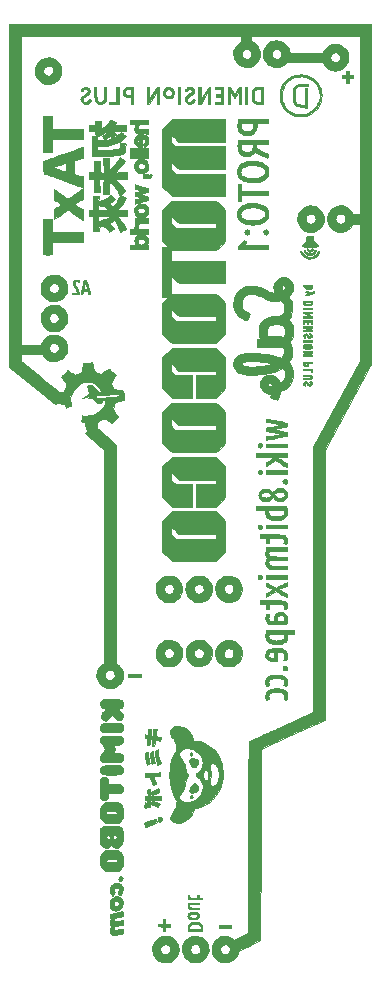
<source format=gbr>
G04 #@! TF.FileFunction,Soldermask,Bot*
%FSLAX46Y46*%
G04 Gerber Fmt 4.6, Leading zero omitted, Abs format (unit mm)*
G04 Created by KiCad (PCBNEW 4.0.2+dfsg1-stable) date ti 10. lokakuuta 2017 01.44.29*
%MOMM*%
G01*
G04 APERTURE LIST*
%ADD10C,0.100000*%
%ADD11C,0.010000*%
G04 APERTURE END LIST*
D10*
D11*
G36*
X32264197Y-95045802D02*
X32452919Y-95083613D01*
X32632947Y-95153544D01*
X32799838Y-95254560D01*
X32949151Y-95385625D01*
X33076443Y-95545702D01*
X33177273Y-95733756D01*
X33206469Y-95808757D01*
X33243387Y-95953685D01*
X33261146Y-96115187D01*
X33259361Y-96277543D01*
X33237647Y-96425028D01*
X33222854Y-96477667D01*
X33132350Y-96688979D01*
X33011934Y-96872093D01*
X32864159Y-97024971D01*
X32691574Y-97145578D01*
X32496731Y-97231877D01*
X32282180Y-97281832D01*
X32205083Y-97290184D01*
X32107332Y-97292287D01*
X32000794Y-97286521D01*
X31951085Y-97280572D01*
X31836659Y-97251767D01*
X31706189Y-97201341D01*
X31574656Y-97136470D01*
X31457042Y-97064333D01*
X31388275Y-97010936D01*
X31247434Y-96858023D01*
X31136830Y-96679199D01*
X31059656Y-96481119D01*
X31019101Y-96270438D01*
X31016144Y-96234823D01*
X31016445Y-96223078D01*
X31722849Y-96223078D01*
X31762991Y-96348998D01*
X31799226Y-96412386D01*
X31878717Y-96496458D01*
X31981960Y-96553462D01*
X32098243Y-96580913D01*
X32216853Y-96576327D01*
X32327078Y-96537218D01*
X32330071Y-96535527D01*
X32396651Y-96487724D01*
X32461509Y-96426385D01*
X32477285Y-96408088D01*
X32531452Y-96309084D01*
X32554127Y-96193241D01*
X32544478Y-96072904D01*
X32506781Y-95969667D01*
X32429339Y-95864851D01*
X32330750Y-95792342D01*
X32218456Y-95753224D01*
X32099897Y-95748582D01*
X31982516Y-95779500D01*
X31873754Y-95847063D01*
X31845285Y-95873267D01*
X31764374Y-95980790D01*
X31723436Y-96098868D01*
X31722849Y-96223078D01*
X31016445Y-96223078D01*
X31021689Y-96018855D01*
X31067775Y-95814434D01*
X31153802Y-95623121D01*
X31279173Y-95446481D01*
X31345644Y-95374810D01*
X31511207Y-95236481D01*
X31690286Y-95135451D01*
X31878439Y-95070685D01*
X32071223Y-95041148D01*
X32264197Y-95045802D01*
X32264197Y-95045802D01*
G37*
X32264197Y-95045802D02*
X32452919Y-95083613D01*
X32632947Y-95153544D01*
X32799838Y-95254560D01*
X32949151Y-95385625D01*
X33076443Y-95545702D01*
X33177273Y-95733756D01*
X33206469Y-95808757D01*
X33243387Y-95953685D01*
X33261146Y-96115187D01*
X33259361Y-96277543D01*
X33237647Y-96425028D01*
X33222854Y-96477667D01*
X33132350Y-96688979D01*
X33011934Y-96872093D01*
X32864159Y-97024971D01*
X32691574Y-97145578D01*
X32496731Y-97231877D01*
X32282180Y-97281832D01*
X32205083Y-97290184D01*
X32107332Y-97292287D01*
X32000794Y-97286521D01*
X31951085Y-97280572D01*
X31836659Y-97251767D01*
X31706189Y-97201341D01*
X31574656Y-97136470D01*
X31457042Y-97064333D01*
X31388275Y-97010936D01*
X31247434Y-96858023D01*
X31136830Y-96679199D01*
X31059656Y-96481119D01*
X31019101Y-96270438D01*
X31016144Y-96234823D01*
X31016445Y-96223078D01*
X31722849Y-96223078D01*
X31762991Y-96348998D01*
X31799226Y-96412386D01*
X31878717Y-96496458D01*
X31981960Y-96553462D01*
X32098243Y-96580913D01*
X32216853Y-96576327D01*
X32327078Y-96537218D01*
X32330071Y-96535527D01*
X32396651Y-96487724D01*
X32461509Y-96426385D01*
X32477285Y-96408088D01*
X32531452Y-96309084D01*
X32554127Y-96193241D01*
X32544478Y-96072904D01*
X32506781Y-95969667D01*
X32429339Y-95864851D01*
X32330750Y-95792342D01*
X32218456Y-95753224D01*
X32099897Y-95748582D01*
X31982516Y-95779500D01*
X31873754Y-95847063D01*
X31845285Y-95873267D01*
X31764374Y-95980790D01*
X31723436Y-96098868D01*
X31722849Y-96223078D01*
X31016445Y-96223078D01*
X31021689Y-96018855D01*
X31067775Y-95814434D01*
X31153802Y-95623121D01*
X31279173Y-95446481D01*
X31345644Y-95374810D01*
X31511207Y-95236481D01*
X31690286Y-95135451D01*
X31878439Y-95070685D01*
X32071223Y-95041148D01*
X32264197Y-95045802D01*
G36*
X34837700Y-95051444D02*
X35034224Y-95098299D01*
X35217576Y-95178770D01*
X35383518Y-95289953D01*
X35527818Y-95428941D01*
X35646239Y-95592831D01*
X35734546Y-95778717D01*
X35788504Y-95983695D01*
X35792581Y-96010224D01*
X35802412Y-96220151D01*
X35773815Y-96421243D01*
X35710359Y-96610001D01*
X35615613Y-96782924D01*
X35493146Y-96936510D01*
X35346526Y-97067259D01*
X35179322Y-97171669D01*
X34995103Y-97246239D01*
X34797437Y-97287469D01*
X34589893Y-97291856D01*
X34496941Y-97281303D01*
X34296870Y-97229659D01*
X34112482Y-97141905D01*
X33947624Y-97022577D01*
X33806144Y-96876211D01*
X33691889Y-96707341D01*
X33608707Y-96520504D01*
X33560446Y-96320235D01*
X33549479Y-96164416D01*
X33549566Y-96163548D01*
X34256784Y-96163548D01*
X34269543Y-96268641D01*
X34317749Y-96376339D01*
X34331851Y-96399414D01*
X34412395Y-96489358D01*
X34516367Y-96550907D01*
X34633659Y-96581292D01*
X34754162Y-96577744D01*
X34857051Y-96543226D01*
X34962013Y-96468884D01*
X35036975Y-96373658D01*
X35081398Y-96264969D01*
X35094741Y-96150240D01*
X35076462Y-96036892D01*
X35026022Y-95932347D01*
X34942877Y-95844026D01*
X34909716Y-95820681D01*
X34794614Y-95764116D01*
X34682891Y-95745931D01*
X34564034Y-95764516D01*
X34556761Y-95766670D01*
X34437229Y-95823461D01*
X34345058Y-95911305D01*
X34284166Y-96026263D01*
X34277387Y-96047598D01*
X34256784Y-96163548D01*
X33549566Y-96163548D01*
X33570397Y-95956343D01*
X33629568Y-95758400D01*
X33723268Y-95575262D01*
X33847769Y-95411599D01*
X33999347Y-95272085D01*
X34174275Y-95161391D01*
X34368827Y-95084189D01*
X34422074Y-95070201D01*
X34632239Y-95041110D01*
X34837700Y-95051444D01*
X34837700Y-95051444D01*
G37*
X34837700Y-95051444D02*
X35034224Y-95098299D01*
X35217576Y-95178770D01*
X35383518Y-95289953D01*
X35527818Y-95428941D01*
X35646239Y-95592831D01*
X35734546Y-95778717D01*
X35788504Y-95983695D01*
X35792581Y-96010224D01*
X35802412Y-96220151D01*
X35773815Y-96421243D01*
X35710359Y-96610001D01*
X35615613Y-96782924D01*
X35493146Y-96936510D01*
X35346526Y-97067259D01*
X35179322Y-97171669D01*
X34995103Y-97246239D01*
X34797437Y-97287469D01*
X34589893Y-97291856D01*
X34496941Y-97281303D01*
X34296870Y-97229659D01*
X34112482Y-97141905D01*
X33947624Y-97022577D01*
X33806144Y-96876211D01*
X33691889Y-96707341D01*
X33608707Y-96520504D01*
X33560446Y-96320235D01*
X33549479Y-96164416D01*
X33549566Y-96163548D01*
X34256784Y-96163548D01*
X34269543Y-96268641D01*
X34317749Y-96376339D01*
X34331851Y-96399414D01*
X34412395Y-96489358D01*
X34516367Y-96550907D01*
X34633659Y-96581292D01*
X34754162Y-96577744D01*
X34857051Y-96543226D01*
X34962013Y-96468884D01*
X35036975Y-96373658D01*
X35081398Y-96264969D01*
X35094741Y-96150240D01*
X35076462Y-96036892D01*
X35026022Y-95932347D01*
X34942877Y-95844026D01*
X34909716Y-95820681D01*
X34794614Y-95764116D01*
X34682891Y-95745931D01*
X34564034Y-95764516D01*
X34556761Y-95766670D01*
X34437229Y-95823461D01*
X34345058Y-95911305D01*
X34284166Y-96026263D01*
X34277387Y-96047598D01*
X34256784Y-96163548D01*
X33549566Y-96163548D01*
X33570397Y-95956343D01*
X33629568Y-95758400D01*
X33723268Y-95575262D01*
X33847769Y-95411599D01*
X33999347Y-95272085D01*
X34174275Y-95161391D01*
X34368827Y-95084189D01*
X34422074Y-95070201D01*
X34632239Y-95041110D01*
X34837700Y-95051444D01*
G36*
X49593500Y-46647646D02*
X47630292Y-50274281D01*
X45667083Y-53900917D01*
X45645917Y-76758395D01*
X42926000Y-77988254D01*
X40206083Y-79218114D01*
X40200764Y-87314067D01*
X40195445Y-95410019D01*
X39260783Y-95857330D01*
X38326120Y-96304641D01*
X38281069Y-96459945D01*
X38216584Y-96639333D01*
X38132500Y-96791507D01*
X38021024Y-96929906D01*
X37989893Y-96962000D01*
X37825773Y-97097075D01*
X37639932Y-97198735D01*
X37438954Y-97264821D01*
X37229427Y-97293175D01*
X37017937Y-97281637D01*
X37015774Y-97281303D01*
X36815703Y-97229659D01*
X36631315Y-97141905D01*
X36466457Y-97022577D01*
X36324977Y-96876211D01*
X36210722Y-96707341D01*
X36127541Y-96520504D01*
X36079279Y-96320235D01*
X36072438Y-96223025D01*
X36779854Y-96223025D01*
X36820187Y-96348231D01*
X36860175Y-96416695D01*
X36940031Y-96498472D01*
X37043968Y-96554070D01*
X37160814Y-96580746D01*
X37279397Y-96575761D01*
X37375885Y-96543226D01*
X37484477Y-96466182D01*
X37561631Y-96366535D01*
X37605001Y-96251466D01*
X37612238Y-96128155D01*
X37580998Y-96003783D01*
X37563965Y-95967704D01*
X37487803Y-95864016D01*
X37390146Y-95792243D01*
X37278489Y-95753449D01*
X37160324Y-95748701D01*
X37043147Y-95779063D01*
X36934451Y-95845599D01*
X36903526Y-95873859D01*
X36821844Y-95981827D01*
X36780513Y-96099553D01*
X36779854Y-96223025D01*
X36072438Y-96223025D01*
X36068313Y-96164416D01*
X36089246Y-95957222D01*
X36148429Y-95759764D01*
X36242071Y-95576795D01*
X36366382Y-95413067D01*
X36517572Y-95273333D01*
X36691852Y-95162345D01*
X36885431Y-95084856D01*
X36940908Y-95070201D01*
X37157208Y-95039799D01*
X37368583Y-95051243D01*
X37573355Y-95104171D01*
X37769844Y-95198221D01*
X37881555Y-95273112D01*
X37991193Y-95354959D01*
X39168917Y-94790991D01*
X39174236Y-86693981D01*
X39174734Y-85972747D01*
X39175256Y-85292779D01*
X39175807Y-84653008D01*
X39176390Y-84052368D01*
X39177009Y-83489789D01*
X39177670Y-82964205D01*
X39178375Y-82474547D01*
X39179130Y-82019748D01*
X39179938Y-81598740D01*
X39180804Y-81210454D01*
X39181731Y-80853824D01*
X39182724Y-80527782D01*
X39183787Y-80231259D01*
X39184924Y-79963188D01*
X39186140Y-79722502D01*
X39187438Y-79508131D01*
X39188823Y-79319009D01*
X39190299Y-79154067D01*
X39191870Y-79012239D01*
X39193541Y-78892455D01*
X39195314Y-78793649D01*
X39197196Y-78714752D01*
X39199189Y-78654696D01*
X39201298Y-78612415D01*
X39203528Y-78586839D01*
X39205881Y-78576902D01*
X39205986Y-78576809D01*
X39228081Y-78565858D01*
X39286562Y-78538508D01*
X39379221Y-78495762D01*
X39503852Y-78438623D01*
X39658248Y-78368094D01*
X39840205Y-78285177D01*
X40047514Y-78190876D01*
X40277970Y-78086195D01*
X40529366Y-77972135D01*
X40799496Y-77849701D01*
X41086154Y-77719894D01*
X41387134Y-77583719D01*
X41700229Y-77442178D01*
X41947000Y-77330698D01*
X44661584Y-76104750D01*
X44661625Y-64880851D01*
X44661667Y-53656952D01*
X48598667Y-46381710D01*
X48598667Y-34755667D01*
X48305123Y-34755666D01*
X48011580Y-34755666D01*
X47929788Y-34895523D01*
X47805123Y-35067773D01*
X47650631Y-35211171D01*
X47469255Y-35323671D01*
X47263935Y-35403225D01*
X47165506Y-35427526D01*
X46961812Y-35449009D01*
X46761606Y-35431037D01*
X46569448Y-35376474D01*
X46389894Y-35288183D01*
X46227501Y-35169030D01*
X46086828Y-35021879D01*
X45972432Y-34849593D01*
X45888871Y-34655037D01*
X45877517Y-34618083D01*
X45841556Y-34420803D01*
X45842618Y-34321913D01*
X46545500Y-34321913D01*
X46563822Y-34433925D01*
X46613655Y-34542247D01*
X46687297Y-34635088D01*
X46777047Y-34700658D01*
X46799500Y-34710778D01*
X46888832Y-34730486D01*
X46995225Y-34731454D01*
X47098313Y-34714725D01*
X47158950Y-34692362D01*
X47261228Y-34620070D01*
X47331278Y-34528923D01*
X47370680Y-34425510D01*
X47381015Y-34316418D01*
X47363863Y-34208236D01*
X47320805Y-34107554D01*
X47253420Y-34020959D01*
X47163289Y-33955041D01*
X47051993Y-33916387D01*
X46971054Y-33909000D01*
X46857518Y-33918759D01*
X46766518Y-33952095D01*
X46682039Y-34015094D01*
X46675268Y-34021423D01*
X46594993Y-34120831D01*
X46553385Y-34233518D01*
X46545500Y-34321913D01*
X45842618Y-34321913D01*
X45843721Y-34219318D01*
X45881654Y-34020384D01*
X45952999Y-33830757D01*
X46055402Y-33657195D01*
X46186504Y-33506455D01*
X46296528Y-33416420D01*
X46493597Y-33301396D01*
X46696948Y-33227188D01*
X46903999Y-33194036D01*
X47112168Y-33202180D01*
X47318874Y-33251860D01*
X47455667Y-33308700D01*
X47595936Y-33393565D01*
X47731323Y-33505082D01*
X47851141Y-33632700D01*
X47944702Y-33765868D01*
X47972850Y-33819320D01*
X48034950Y-33951333D01*
X48598667Y-33951333D01*
X48598667Y-18817167D01*
X39391167Y-18817167D01*
X39391167Y-19048846D01*
X39391166Y-19280525D01*
X39544625Y-19360910D01*
X39723983Y-19478192D01*
X39876633Y-19626347D01*
X39999107Y-19800866D01*
X40087932Y-19997235D01*
X40120376Y-20109453D01*
X40149055Y-20320171D01*
X40136762Y-20528446D01*
X40084810Y-20729795D01*
X39994511Y-20919737D01*
X39867176Y-21093790D01*
X39816287Y-21147944D01*
X39648685Y-21287863D01*
X39465851Y-21390399D01*
X39272405Y-21455555D01*
X39072970Y-21483339D01*
X38872165Y-21473756D01*
X38674611Y-21426810D01*
X38484931Y-21342508D01*
X38307744Y-21220854D01*
X38225322Y-21146065D01*
X38085880Y-20979569D01*
X37983785Y-20796235D01*
X37919757Y-20600453D01*
X37895500Y-20404543D01*
X38610904Y-20404543D01*
X38634031Y-20512626D01*
X38655973Y-20561426D01*
X38725646Y-20654283D01*
X38817352Y-20720596D01*
X38894974Y-20754083D01*
X38966092Y-20776551D01*
X39021097Y-20782867D01*
X39081864Y-20773808D01*
X39126583Y-20762303D01*
X39249933Y-20709254D01*
X39343255Y-20627594D01*
X39404086Y-20520839D01*
X39429963Y-20392507D01*
X39429605Y-20329546D01*
X39402688Y-20197135D01*
X39343196Y-20088446D01*
X39255673Y-20006847D01*
X39144662Y-19955704D01*
X39014708Y-19938385D01*
X38914976Y-19948175D01*
X38841336Y-19977588D01*
X38762151Y-20033191D01*
X38690949Y-20103383D01*
X38641256Y-20176561D01*
X38636514Y-20187028D01*
X38611402Y-20289665D01*
X38610904Y-20404543D01*
X37895500Y-20404543D01*
X37894517Y-20396611D01*
X37908784Y-20189097D01*
X37963278Y-19982300D01*
X38014683Y-19862217D01*
X38125866Y-19680547D01*
X38266227Y-19523550D01*
X38429500Y-19398059D01*
X38453411Y-19383638D01*
X38576250Y-19311905D01*
X38582213Y-19064536D01*
X38588177Y-18817167D01*
X19917833Y-18817167D01*
X19917833Y-44979167D01*
X21603377Y-44979167D01*
X21652998Y-44857458D01*
X21755566Y-44657166D01*
X21886379Y-44486283D01*
X22042224Y-44346889D01*
X22219889Y-44241062D01*
X22416161Y-44170881D01*
X22627827Y-44138424D01*
X22764750Y-44138124D01*
X22968009Y-44163920D01*
X23147996Y-44219861D01*
X23313797Y-44308795D01*
X23317950Y-44311539D01*
X23491383Y-44450550D01*
X23630973Y-44613668D01*
X23735062Y-44798088D01*
X23801991Y-45001004D01*
X23827605Y-45173938D01*
X23823295Y-45389637D01*
X23779984Y-45594732D01*
X23700489Y-45785206D01*
X23587627Y-45957038D01*
X23444215Y-46106208D01*
X23273072Y-46228697D01*
X23077013Y-46320486D01*
X23008167Y-46343105D01*
X22877731Y-46368640D01*
X22725450Y-46377996D01*
X22568509Y-46371387D01*
X22424094Y-46349031D01*
X22371640Y-46335100D01*
X22213539Y-46269244D01*
X22058014Y-46173619D01*
X21916213Y-46056860D01*
X21799285Y-45927605D01*
X21748416Y-45852292D01*
X21707872Y-45783500D01*
X19917833Y-45783500D01*
X19917833Y-46352048D01*
X21531792Y-47672269D01*
X21759348Y-47858353D01*
X21977891Y-48036955D01*
X22185164Y-48206236D01*
X22378907Y-48364357D01*
X22556863Y-48509477D01*
X22716773Y-48639758D01*
X22856379Y-48753361D01*
X22973422Y-48848445D01*
X23065644Y-48923171D01*
X23130786Y-48975701D01*
X23166591Y-49004193D01*
X23172838Y-49008884D01*
X23206276Y-49012430D01*
X23267692Y-49006335D01*
X23344545Y-48993223D01*
X23424295Y-48975717D01*
X23494401Y-48956438D01*
X23542323Y-48938010D01*
X23554830Y-48928993D01*
X23574181Y-48892468D01*
X23601048Y-48827607D01*
X23632518Y-48743196D01*
X23665680Y-48648022D01*
X23697622Y-48550869D01*
X23725434Y-48460525D01*
X23746203Y-48385774D01*
X23757018Y-48335403D01*
X23756949Y-48319066D01*
X23738752Y-48293614D01*
X23699417Y-48241104D01*
X23643780Y-48167909D01*
X23576673Y-48080401D01*
X23532919Y-48023685D01*
X23462534Y-47931169D01*
X23402394Y-47849302D01*
X23356916Y-47784322D01*
X23330516Y-47742470D01*
X23325667Y-47730881D01*
X23339309Y-47707016D01*
X23376472Y-47659141D01*
X23431507Y-47593492D01*
X23498766Y-47516301D01*
X23572603Y-47433803D01*
X23647369Y-47352232D01*
X23717416Y-47277821D01*
X23777096Y-47216805D01*
X23820763Y-47175417D01*
X23842767Y-47159892D01*
X23842972Y-47159888D01*
X23867592Y-47170737D01*
X23921667Y-47200439D01*
X23998821Y-47245303D01*
X24092678Y-47301640D01*
X24172114Y-47350388D01*
X24275362Y-47413164D01*
X24367814Y-47467188D01*
X24442827Y-47508750D01*
X24493757Y-47534138D01*
X24512208Y-47540333D01*
X24543277Y-47531950D01*
X24603242Y-47509525D01*
X24682743Y-47477142D01*
X24772419Y-47438887D01*
X24862911Y-47398844D01*
X24944858Y-47361097D01*
X25008900Y-47329733D01*
X25045678Y-47308835D01*
X25049290Y-47305945D01*
X25058203Y-47279724D01*
X25070750Y-47218599D01*
X25085713Y-47129722D01*
X25101877Y-47020242D01*
X25115810Y-46915061D01*
X25131480Y-46794370D01*
X25146102Y-46688842D01*
X25158639Y-46605412D01*
X25168058Y-46551015D01*
X25172921Y-46532690D01*
X25196436Y-46528374D01*
X25253949Y-46523175D01*
X25337143Y-46517483D01*
X25437702Y-46511687D01*
X25547308Y-46506177D01*
X25657647Y-46501343D01*
X25760401Y-46497576D01*
X25847254Y-46495264D01*
X25909888Y-46494798D01*
X25939989Y-46496568D01*
X25940450Y-46496708D01*
X25952195Y-46518677D01*
X25971704Y-46575292D01*
X25997019Y-46659995D01*
X26026180Y-46766231D01*
X26057228Y-46887444D01*
X26057368Y-46888012D01*
X26152419Y-47271852D01*
X26714417Y-47479914D01*
X27027773Y-47245540D01*
X27127749Y-47171361D01*
X27216224Y-47106845D01*
X27287602Y-47055982D01*
X27336286Y-47022761D01*
X27356575Y-47011166D01*
X27376492Y-47024694D01*
X27422402Y-47062274D01*
X27489046Y-47119403D01*
X27571166Y-47191579D01*
X27657019Y-47268440D01*
X27768535Y-47370848D01*
X27849174Y-47449101D01*
X27901098Y-47505507D01*
X27926470Y-47542379D01*
X27929167Y-47559200D01*
X27914283Y-47587631D01*
X27881078Y-47645470D01*
X27833452Y-47726095D01*
X27775310Y-47822884D01*
X27724095Y-47907098D01*
X27531874Y-48221510D01*
X27667145Y-48489463D01*
X27802417Y-48757417D01*
X28190592Y-48813981D01*
X28313650Y-48832284D01*
X28421555Y-48849041D01*
X28507597Y-48863151D01*
X28565066Y-48873515D01*
X28587222Y-48879000D01*
X28593350Y-48904393D01*
X28600029Y-48963592D01*
X28606860Y-49048286D01*
X28613443Y-49150164D01*
X28619379Y-49260917D01*
X28624269Y-49372233D01*
X28627713Y-49475803D01*
X28629313Y-49563315D01*
X28628670Y-49626459D01*
X28625383Y-49656924D01*
X28624648Y-49658152D01*
X28598606Y-49668816D01*
X28538413Y-49686435D01*
X28451315Y-49709100D01*
X28344554Y-49734906D01*
X28257037Y-49754928D01*
X28139865Y-49782129D01*
X28036522Y-49808033D01*
X27954400Y-49830634D01*
X27900890Y-49847928D01*
X27884127Y-49856065D01*
X27868959Y-49883900D01*
X27844256Y-49943969D01*
X27813138Y-50028109D01*
X27778725Y-50128155D01*
X27769900Y-50154919D01*
X27679796Y-50430588D01*
X27915656Y-50737002D01*
X27990363Y-50835130D01*
X28054752Y-50921759D01*
X28104841Y-50991365D01*
X28136649Y-51038418D01*
X28146300Y-51057220D01*
X28131081Y-51076681D01*
X28092064Y-51122173D01*
X28033908Y-51188386D01*
X27961274Y-51270008D01*
X27889818Y-51349545D01*
X27790379Y-51457965D01*
X27714745Y-51536052D01*
X27660118Y-51586402D01*
X27623701Y-51611613D01*
X27604068Y-51614913D01*
X27574912Y-51599629D01*
X27516886Y-51566004D01*
X27436978Y-51518198D01*
X27342178Y-51460370D01*
X27281917Y-51423130D01*
X27182946Y-51362470D01*
X27095930Y-51310639D01*
X27027455Y-51271442D01*
X26984108Y-51248684D01*
X26972746Y-51244500D01*
X26943859Y-51253487D01*
X26886475Y-51277675D01*
X26809126Y-51312900D01*
X26720348Y-51354999D01*
X26628674Y-51399810D01*
X26542638Y-51443170D01*
X26470774Y-51480917D01*
X26421616Y-51508886D01*
X26404027Y-51521915D01*
X26395890Y-51550871D01*
X26384341Y-51612370D01*
X26371016Y-51696925D01*
X26359503Y-51779937D01*
X26346557Y-51884937D01*
X26340239Y-51955753D01*
X26340511Y-52000008D01*
X26347332Y-52025322D01*
X26358163Y-52037576D01*
X26379357Y-52055694D01*
X26428878Y-52099303D01*
X26503570Y-52165586D01*
X26600278Y-52251732D01*
X26715849Y-52354925D01*
X26847127Y-52472352D01*
X26990959Y-52601198D01*
X27144189Y-52738650D01*
X27163805Y-52756260D01*
X27940000Y-53453103D01*
X27940000Y-71961531D01*
X28008792Y-71989843D01*
X28053683Y-72017163D01*
X28117040Y-72066963D01*
X28188468Y-72130753D01*
X28225750Y-72167036D01*
X28366027Y-72331896D01*
X28466270Y-72506211D01*
X28528526Y-72694843D01*
X28554845Y-72902656D01*
X28556012Y-72950917D01*
X28540674Y-73166234D01*
X28489882Y-73360471D01*
X28401648Y-73538470D01*
X28273987Y-73705072D01*
X28226007Y-73755250D01*
X28067156Y-73892236D01*
X27901445Y-73990179D01*
X27721928Y-74051941D01*
X27521657Y-74080384D01*
X27430550Y-74083082D01*
X27212996Y-74064114D01*
X27011992Y-74006303D01*
X26826519Y-73909223D01*
X26655557Y-73772453D01*
X26634857Y-73752246D01*
X26501735Y-73590420D01*
X26402140Y-73406688D01*
X26337867Y-73207165D01*
X26310710Y-72997965D01*
X26311826Y-72977743D01*
X27015934Y-72977743D01*
X27037398Y-73092171D01*
X27088804Y-73193235D01*
X27164311Y-73276776D01*
X27258076Y-73338637D01*
X27364260Y-73374660D01*
X27477021Y-73380687D01*
X27590517Y-73352561D01*
X27669242Y-73308947D01*
X27734213Y-73250483D01*
X27791672Y-73178197D01*
X27806083Y-73153962D01*
X27847530Y-73035717D01*
X27851667Y-72918330D01*
X27823146Y-72807482D01*
X27766620Y-72708855D01*
X27686741Y-72628129D01*
X27588162Y-72570987D01*
X27475535Y-72543109D01*
X27353513Y-72550176D01*
X27318870Y-72559018D01*
X27225851Y-72604919D01*
X27138085Y-72679304D01*
X27068030Y-72769438D01*
X27030253Y-72854109D01*
X27015934Y-72977743D01*
X26311826Y-72977743D01*
X26322462Y-72785203D01*
X26333259Y-72724417D01*
X26381971Y-72567051D01*
X26460153Y-72408818D01*
X26560721Y-72259807D01*
X26676591Y-72130108D01*
X26800679Y-72029809D01*
X26836038Y-72008308D01*
X26924000Y-71958871D01*
X26922814Y-62919311D01*
X26921628Y-53879750D01*
X26141195Y-53182343D01*
X25360763Y-52484936D01*
X25399264Y-52430926D01*
X25443338Y-52376675D01*
X25482307Y-52336662D01*
X25511218Y-52297778D01*
X25508467Y-52273162D01*
X25497461Y-52245460D01*
X25479035Y-52184100D01*
X25455283Y-52096675D01*
X25428302Y-51990778D01*
X25411508Y-51921833D01*
X25382863Y-51808396D01*
X25354958Y-51708893D01*
X25330146Y-51630947D01*
X25310784Y-51582181D01*
X25302838Y-51570157D01*
X25266858Y-51553352D01*
X25204206Y-51533815D01*
X25143941Y-51519230D01*
X25075149Y-51501440D01*
X25025210Y-51482539D01*
X25006640Y-51468739D01*
X25010180Y-51440580D01*
X25026276Y-51381942D01*
X25052232Y-51301838D01*
X25080129Y-51223333D01*
X25162114Y-51001083D01*
X25413348Y-51000006D01*
X25693123Y-50981865D01*
X25951839Y-50928940D01*
X26194608Y-50839722D01*
X26426543Y-50712701D01*
X26459544Y-50691078D01*
X26653654Y-50541884D01*
X26807857Y-50380859D01*
X26921853Y-50208486D01*
X26995344Y-50025246D01*
X27028029Y-49831623D01*
X27029833Y-49772375D01*
X27025978Y-49716379D01*
X27009030Y-49685580D01*
X26970913Y-49676008D01*
X26903553Y-49683689D01*
X26864609Y-49691103D01*
X26820509Y-49706162D01*
X26797544Y-49737400D01*
X26786029Y-49786293D01*
X26755864Y-49880143D01*
X26704091Y-49938831D01*
X26632271Y-49962627D01*
X26541966Y-49951800D01*
X26434737Y-49906620D01*
X26312144Y-49827356D01*
X26175749Y-49714277D01*
X26132031Y-49673473D01*
X25961141Y-49510030D01*
X25775820Y-49523185D01*
X25693309Y-49527917D01*
X25629700Y-49529424D01*
X25594519Y-49527579D01*
X25590500Y-49525653D01*
X25606557Y-49509301D01*
X25649059Y-49475714D01*
X25709500Y-49431547D01*
X25722722Y-49422218D01*
X25792404Y-49369855D01*
X25824660Y-49336738D01*
X25819673Y-49322677D01*
X25819619Y-49322666D01*
X25788338Y-49326615D01*
X25724458Y-49341891D01*
X25635541Y-49366440D01*
X25529151Y-49398208D01*
X25450915Y-49422812D01*
X25339535Y-49458005D01*
X25243083Y-49487458D01*
X25168364Y-49509177D01*
X25122184Y-49521164D01*
X25110431Y-49522653D01*
X25124785Y-49508234D01*
X25171651Y-49471461D01*
X25248705Y-49414038D01*
X25353624Y-49337669D01*
X25387227Y-49313557D01*
X26225500Y-49313557D01*
X26239150Y-49358530D01*
X26273086Y-49413416D01*
X26316784Y-49465166D01*
X26359721Y-49500731D01*
X26383110Y-49509010D01*
X26408512Y-49507451D01*
X26471435Y-49502931D01*
X26567200Y-49495804D01*
X26691125Y-49486426D01*
X26838530Y-49475150D01*
X27004732Y-49462332D01*
X27185053Y-49448327D01*
X27230917Y-49444750D01*
X27416300Y-49430143D01*
X27590682Y-49416142D01*
X27749028Y-49403172D01*
X27886304Y-49391656D01*
X27997475Y-49382016D01*
X28077507Y-49374677D01*
X28121366Y-49370063D01*
X28125336Y-49369506D01*
X28167398Y-49360396D01*
X28186645Y-49342133D01*
X28190622Y-49301984D01*
X28188836Y-49262382D01*
X28183417Y-49166064D01*
X27971750Y-49178556D01*
X27895829Y-49182483D01*
X27785116Y-49187453D01*
X27647132Y-49193167D01*
X27489397Y-49199323D01*
X27319432Y-49205623D01*
X27144757Y-49211766D01*
X27103917Y-49213152D01*
X26935569Y-49219067D01*
X26775846Y-49225135D01*
X26631046Y-49231084D01*
X26507470Y-49236639D01*
X26411416Y-49241525D01*
X26349185Y-49245468D01*
X26336625Y-49246568D01*
X26271810Y-49254948D01*
X26238725Y-49267181D01*
X26226843Y-49289613D01*
X26225500Y-49313557D01*
X25387227Y-49313557D01*
X25484085Y-49244057D01*
X25637766Y-49134904D01*
X25679252Y-49105592D01*
X25679285Y-49082127D01*
X25664799Y-49030035D01*
X25638730Y-48959255D01*
X25629256Y-48936259D01*
X25575634Y-48777312D01*
X25552782Y-48626836D01*
X25548699Y-48546368D01*
X25551427Y-48495187D01*
X25563852Y-48460433D01*
X25588862Y-48429243D01*
X25599583Y-48418326D01*
X25645392Y-48380619D01*
X25690512Y-48370455D01*
X25734548Y-48375873D01*
X25803115Y-48394674D01*
X25881098Y-48424615D01*
X25906098Y-48436217D01*
X25977627Y-48480967D01*
X26066771Y-48550878D01*
X26164842Y-48637942D01*
X26263148Y-48734154D01*
X26352999Y-48831506D01*
X26408742Y-48899321D01*
X26504674Y-49023993D01*
X26603212Y-49009940D01*
X26665826Y-48998090D01*
X26710495Y-48984335D01*
X26720472Y-48978579D01*
X26719524Y-48952235D01*
X26693397Y-48901116D01*
X26646344Y-48830872D01*
X26582621Y-48747156D01*
X26506481Y-48655618D01*
X26422177Y-48561911D01*
X26353249Y-48490709D01*
X26256486Y-48398156D01*
X26172900Y-48328805D01*
X26089229Y-48272796D01*
X25992213Y-48220270D01*
X25984028Y-48216195D01*
X25893016Y-48172506D01*
X25823208Y-48144698D01*
X25758507Y-48128626D01*
X25682820Y-48120149D01*
X25593413Y-48115643D01*
X25483184Y-48113457D01*
X25398973Y-48118269D01*
X25324789Y-48131853D01*
X25251833Y-48153562D01*
X25031031Y-48248695D01*
X24820984Y-48380683D01*
X24627445Y-48544343D01*
X24456168Y-48734492D01*
X24312904Y-48945950D01*
X24258108Y-49048714D01*
X24163641Y-49281834D01*
X24107869Y-49514397D01*
X24091383Y-49742540D01*
X24114773Y-49962399D01*
X24116992Y-49973070D01*
X24132124Y-50048927D01*
X24141725Y-50106742D01*
X24144080Y-50135899D01*
X24143562Y-50137327D01*
X24114590Y-50156188D01*
X24059528Y-50184586D01*
X23988173Y-50218232D01*
X23910319Y-50252839D01*
X23835760Y-50284116D01*
X23774293Y-50307775D01*
X23735711Y-50319528D01*
X23727801Y-50319371D01*
X23713540Y-50292053D01*
X23690420Y-50236956D01*
X23664743Y-50169496D01*
X23635002Y-50098706D01*
X23604789Y-50044074D01*
X23582080Y-50018611D01*
X23549568Y-50009677D01*
X23483550Y-49997276D01*
X23392572Y-49982827D01*
X23285178Y-49967750D01*
X23243463Y-49962355D01*
X22939010Y-49923898D01*
X22889621Y-49981317D01*
X22840231Y-50038736D01*
X18933583Y-46840912D01*
X18932412Y-45261956D01*
X22289689Y-45261956D01*
X22306905Y-45380222D01*
X22360190Y-45493385D01*
X22389985Y-45533050D01*
X22483099Y-45612564D01*
X22596527Y-45660449D01*
X22720425Y-45674781D01*
X22844946Y-45653637D01*
X22898051Y-45632283D01*
X22987500Y-45568214D01*
X23062222Y-45475585D01*
X23112491Y-45367872D01*
X23124459Y-45318567D01*
X23124422Y-45201538D01*
X23088821Y-45090310D01*
X23024099Y-44991436D01*
X22936699Y-44911464D01*
X22833065Y-44856947D01*
X22719639Y-44834433D01*
X22652302Y-44838556D01*
X22528749Y-44877560D01*
X22428072Y-44946387D01*
X22352911Y-45038053D01*
X22305904Y-45145571D01*
X22289689Y-45261956D01*
X18932412Y-45261956D01*
X18923000Y-32580331D01*
X18922433Y-31803142D01*
X18921893Y-31035772D01*
X18921380Y-30279341D01*
X18920895Y-29534964D01*
X18920438Y-28803759D01*
X18920009Y-28086843D01*
X18919608Y-27385334D01*
X18919236Y-26700349D01*
X18918893Y-26033005D01*
X18918580Y-25384419D01*
X18918296Y-24755709D01*
X18918042Y-24147992D01*
X18917818Y-23562386D01*
X18917625Y-23000007D01*
X18917463Y-22461973D01*
X18917333Y-21949402D01*
X18917233Y-21463409D01*
X18917166Y-21005114D01*
X18917131Y-20575633D01*
X18917128Y-20176083D01*
X18917158Y-19807582D01*
X18917221Y-19471247D01*
X18917318Y-19168195D01*
X18917448Y-18899544D01*
X18917612Y-18666410D01*
X18917810Y-18469912D01*
X18918044Y-18311166D01*
X18918312Y-18191290D01*
X18918615Y-18111401D01*
X18918954Y-18072616D01*
X18918990Y-18071042D01*
X18925563Y-17822333D01*
X49593500Y-17822333D01*
X49593500Y-46647646D01*
X49593500Y-46647646D01*
G37*
X49593500Y-46647646D02*
X47630292Y-50274281D01*
X45667083Y-53900917D01*
X45645917Y-76758395D01*
X42926000Y-77988254D01*
X40206083Y-79218114D01*
X40200764Y-87314067D01*
X40195445Y-95410019D01*
X39260783Y-95857330D01*
X38326120Y-96304641D01*
X38281069Y-96459945D01*
X38216584Y-96639333D01*
X38132500Y-96791507D01*
X38021024Y-96929906D01*
X37989893Y-96962000D01*
X37825773Y-97097075D01*
X37639932Y-97198735D01*
X37438954Y-97264821D01*
X37229427Y-97293175D01*
X37017937Y-97281637D01*
X37015774Y-97281303D01*
X36815703Y-97229659D01*
X36631315Y-97141905D01*
X36466457Y-97022577D01*
X36324977Y-96876211D01*
X36210722Y-96707341D01*
X36127541Y-96520504D01*
X36079279Y-96320235D01*
X36072438Y-96223025D01*
X36779854Y-96223025D01*
X36820187Y-96348231D01*
X36860175Y-96416695D01*
X36940031Y-96498472D01*
X37043968Y-96554070D01*
X37160814Y-96580746D01*
X37279397Y-96575761D01*
X37375885Y-96543226D01*
X37484477Y-96466182D01*
X37561631Y-96366535D01*
X37605001Y-96251466D01*
X37612238Y-96128155D01*
X37580998Y-96003783D01*
X37563965Y-95967704D01*
X37487803Y-95864016D01*
X37390146Y-95792243D01*
X37278489Y-95753449D01*
X37160324Y-95748701D01*
X37043147Y-95779063D01*
X36934451Y-95845599D01*
X36903526Y-95873859D01*
X36821844Y-95981827D01*
X36780513Y-96099553D01*
X36779854Y-96223025D01*
X36072438Y-96223025D01*
X36068313Y-96164416D01*
X36089246Y-95957222D01*
X36148429Y-95759764D01*
X36242071Y-95576795D01*
X36366382Y-95413067D01*
X36517572Y-95273333D01*
X36691852Y-95162345D01*
X36885431Y-95084856D01*
X36940908Y-95070201D01*
X37157208Y-95039799D01*
X37368583Y-95051243D01*
X37573355Y-95104171D01*
X37769844Y-95198221D01*
X37881555Y-95273112D01*
X37991193Y-95354959D01*
X39168917Y-94790991D01*
X39174236Y-86693981D01*
X39174734Y-85972747D01*
X39175256Y-85292779D01*
X39175807Y-84653008D01*
X39176390Y-84052368D01*
X39177009Y-83489789D01*
X39177670Y-82964205D01*
X39178375Y-82474547D01*
X39179130Y-82019748D01*
X39179938Y-81598740D01*
X39180804Y-81210454D01*
X39181731Y-80853824D01*
X39182724Y-80527782D01*
X39183787Y-80231259D01*
X39184924Y-79963188D01*
X39186140Y-79722502D01*
X39187438Y-79508131D01*
X39188823Y-79319009D01*
X39190299Y-79154067D01*
X39191870Y-79012239D01*
X39193541Y-78892455D01*
X39195314Y-78793649D01*
X39197196Y-78714752D01*
X39199189Y-78654696D01*
X39201298Y-78612415D01*
X39203528Y-78586839D01*
X39205881Y-78576902D01*
X39205986Y-78576809D01*
X39228081Y-78565858D01*
X39286562Y-78538508D01*
X39379221Y-78495762D01*
X39503852Y-78438623D01*
X39658248Y-78368094D01*
X39840205Y-78285177D01*
X40047514Y-78190876D01*
X40277970Y-78086195D01*
X40529366Y-77972135D01*
X40799496Y-77849701D01*
X41086154Y-77719894D01*
X41387134Y-77583719D01*
X41700229Y-77442178D01*
X41947000Y-77330698D01*
X44661584Y-76104750D01*
X44661625Y-64880851D01*
X44661667Y-53656952D01*
X48598667Y-46381710D01*
X48598667Y-34755667D01*
X48305123Y-34755666D01*
X48011580Y-34755666D01*
X47929788Y-34895523D01*
X47805123Y-35067773D01*
X47650631Y-35211171D01*
X47469255Y-35323671D01*
X47263935Y-35403225D01*
X47165506Y-35427526D01*
X46961812Y-35449009D01*
X46761606Y-35431037D01*
X46569448Y-35376474D01*
X46389894Y-35288183D01*
X46227501Y-35169030D01*
X46086828Y-35021879D01*
X45972432Y-34849593D01*
X45888871Y-34655037D01*
X45877517Y-34618083D01*
X45841556Y-34420803D01*
X45842618Y-34321913D01*
X46545500Y-34321913D01*
X46563822Y-34433925D01*
X46613655Y-34542247D01*
X46687297Y-34635088D01*
X46777047Y-34700658D01*
X46799500Y-34710778D01*
X46888832Y-34730486D01*
X46995225Y-34731454D01*
X47098313Y-34714725D01*
X47158950Y-34692362D01*
X47261228Y-34620070D01*
X47331278Y-34528923D01*
X47370680Y-34425510D01*
X47381015Y-34316418D01*
X47363863Y-34208236D01*
X47320805Y-34107554D01*
X47253420Y-34020959D01*
X47163289Y-33955041D01*
X47051993Y-33916387D01*
X46971054Y-33909000D01*
X46857518Y-33918759D01*
X46766518Y-33952095D01*
X46682039Y-34015094D01*
X46675268Y-34021423D01*
X46594993Y-34120831D01*
X46553385Y-34233518D01*
X46545500Y-34321913D01*
X45842618Y-34321913D01*
X45843721Y-34219318D01*
X45881654Y-34020384D01*
X45952999Y-33830757D01*
X46055402Y-33657195D01*
X46186504Y-33506455D01*
X46296528Y-33416420D01*
X46493597Y-33301396D01*
X46696948Y-33227188D01*
X46903999Y-33194036D01*
X47112168Y-33202180D01*
X47318874Y-33251860D01*
X47455667Y-33308700D01*
X47595936Y-33393565D01*
X47731323Y-33505082D01*
X47851141Y-33632700D01*
X47944702Y-33765868D01*
X47972850Y-33819320D01*
X48034950Y-33951333D01*
X48598667Y-33951333D01*
X48598667Y-18817167D01*
X39391167Y-18817167D01*
X39391167Y-19048846D01*
X39391166Y-19280525D01*
X39544625Y-19360910D01*
X39723983Y-19478192D01*
X39876633Y-19626347D01*
X39999107Y-19800866D01*
X40087932Y-19997235D01*
X40120376Y-20109453D01*
X40149055Y-20320171D01*
X40136762Y-20528446D01*
X40084810Y-20729795D01*
X39994511Y-20919737D01*
X39867176Y-21093790D01*
X39816287Y-21147944D01*
X39648685Y-21287863D01*
X39465851Y-21390399D01*
X39272405Y-21455555D01*
X39072970Y-21483339D01*
X38872165Y-21473756D01*
X38674611Y-21426810D01*
X38484931Y-21342508D01*
X38307744Y-21220854D01*
X38225322Y-21146065D01*
X38085880Y-20979569D01*
X37983785Y-20796235D01*
X37919757Y-20600453D01*
X37895500Y-20404543D01*
X38610904Y-20404543D01*
X38634031Y-20512626D01*
X38655973Y-20561426D01*
X38725646Y-20654283D01*
X38817352Y-20720596D01*
X38894974Y-20754083D01*
X38966092Y-20776551D01*
X39021097Y-20782867D01*
X39081864Y-20773808D01*
X39126583Y-20762303D01*
X39249933Y-20709254D01*
X39343255Y-20627594D01*
X39404086Y-20520839D01*
X39429963Y-20392507D01*
X39429605Y-20329546D01*
X39402688Y-20197135D01*
X39343196Y-20088446D01*
X39255673Y-20006847D01*
X39144662Y-19955704D01*
X39014708Y-19938385D01*
X38914976Y-19948175D01*
X38841336Y-19977588D01*
X38762151Y-20033191D01*
X38690949Y-20103383D01*
X38641256Y-20176561D01*
X38636514Y-20187028D01*
X38611402Y-20289665D01*
X38610904Y-20404543D01*
X37895500Y-20404543D01*
X37894517Y-20396611D01*
X37908784Y-20189097D01*
X37963278Y-19982300D01*
X38014683Y-19862217D01*
X38125866Y-19680547D01*
X38266227Y-19523550D01*
X38429500Y-19398059D01*
X38453411Y-19383638D01*
X38576250Y-19311905D01*
X38582213Y-19064536D01*
X38588177Y-18817167D01*
X19917833Y-18817167D01*
X19917833Y-44979167D01*
X21603377Y-44979167D01*
X21652998Y-44857458D01*
X21755566Y-44657166D01*
X21886379Y-44486283D01*
X22042224Y-44346889D01*
X22219889Y-44241062D01*
X22416161Y-44170881D01*
X22627827Y-44138424D01*
X22764750Y-44138124D01*
X22968009Y-44163920D01*
X23147996Y-44219861D01*
X23313797Y-44308795D01*
X23317950Y-44311539D01*
X23491383Y-44450550D01*
X23630973Y-44613668D01*
X23735062Y-44798088D01*
X23801991Y-45001004D01*
X23827605Y-45173938D01*
X23823295Y-45389637D01*
X23779984Y-45594732D01*
X23700489Y-45785206D01*
X23587627Y-45957038D01*
X23444215Y-46106208D01*
X23273072Y-46228697D01*
X23077013Y-46320486D01*
X23008167Y-46343105D01*
X22877731Y-46368640D01*
X22725450Y-46377996D01*
X22568509Y-46371387D01*
X22424094Y-46349031D01*
X22371640Y-46335100D01*
X22213539Y-46269244D01*
X22058014Y-46173619D01*
X21916213Y-46056860D01*
X21799285Y-45927605D01*
X21748416Y-45852292D01*
X21707872Y-45783500D01*
X19917833Y-45783500D01*
X19917833Y-46352048D01*
X21531792Y-47672269D01*
X21759348Y-47858353D01*
X21977891Y-48036955D01*
X22185164Y-48206236D01*
X22378907Y-48364357D01*
X22556863Y-48509477D01*
X22716773Y-48639758D01*
X22856379Y-48753361D01*
X22973422Y-48848445D01*
X23065644Y-48923171D01*
X23130786Y-48975701D01*
X23166591Y-49004193D01*
X23172838Y-49008884D01*
X23206276Y-49012430D01*
X23267692Y-49006335D01*
X23344545Y-48993223D01*
X23424295Y-48975717D01*
X23494401Y-48956438D01*
X23542323Y-48938010D01*
X23554830Y-48928993D01*
X23574181Y-48892468D01*
X23601048Y-48827607D01*
X23632518Y-48743196D01*
X23665680Y-48648022D01*
X23697622Y-48550869D01*
X23725434Y-48460525D01*
X23746203Y-48385774D01*
X23757018Y-48335403D01*
X23756949Y-48319066D01*
X23738752Y-48293614D01*
X23699417Y-48241104D01*
X23643780Y-48167909D01*
X23576673Y-48080401D01*
X23532919Y-48023685D01*
X23462534Y-47931169D01*
X23402394Y-47849302D01*
X23356916Y-47784322D01*
X23330516Y-47742470D01*
X23325667Y-47730881D01*
X23339309Y-47707016D01*
X23376472Y-47659141D01*
X23431507Y-47593492D01*
X23498766Y-47516301D01*
X23572603Y-47433803D01*
X23647369Y-47352232D01*
X23717416Y-47277821D01*
X23777096Y-47216805D01*
X23820763Y-47175417D01*
X23842767Y-47159892D01*
X23842972Y-47159888D01*
X23867592Y-47170737D01*
X23921667Y-47200439D01*
X23998821Y-47245303D01*
X24092678Y-47301640D01*
X24172114Y-47350388D01*
X24275362Y-47413164D01*
X24367814Y-47467188D01*
X24442827Y-47508750D01*
X24493757Y-47534138D01*
X24512208Y-47540333D01*
X24543277Y-47531950D01*
X24603242Y-47509525D01*
X24682743Y-47477142D01*
X24772419Y-47438887D01*
X24862911Y-47398844D01*
X24944858Y-47361097D01*
X25008900Y-47329733D01*
X25045678Y-47308835D01*
X25049290Y-47305945D01*
X25058203Y-47279724D01*
X25070750Y-47218599D01*
X25085713Y-47129722D01*
X25101877Y-47020242D01*
X25115810Y-46915061D01*
X25131480Y-46794370D01*
X25146102Y-46688842D01*
X25158639Y-46605412D01*
X25168058Y-46551015D01*
X25172921Y-46532690D01*
X25196436Y-46528374D01*
X25253949Y-46523175D01*
X25337143Y-46517483D01*
X25437702Y-46511687D01*
X25547308Y-46506177D01*
X25657647Y-46501343D01*
X25760401Y-46497576D01*
X25847254Y-46495264D01*
X25909888Y-46494798D01*
X25939989Y-46496568D01*
X25940450Y-46496708D01*
X25952195Y-46518677D01*
X25971704Y-46575292D01*
X25997019Y-46659995D01*
X26026180Y-46766231D01*
X26057228Y-46887444D01*
X26057368Y-46888012D01*
X26152419Y-47271852D01*
X26714417Y-47479914D01*
X27027773Y-47245540D01*
X27127749Y-47171361D01*
X27216224Y-47106845D01*
X27287602Y-47055982D01*
X27336286Y-47022761D01*
X27356575Y-47011166D01*
X27376492Y-47024694D01*
X27422402Y-47062274D01*
X27489046Y-47119403D01*
X27571166Y-47191579D01*
X27657019Y-47268440D01*
X27768535Y-47370848D01*
X27849174Y-47449101D01*
X27901098Y-47505507D01*
X27926470Y-47542379D01*
X27929167Y-47559200D01*
X27914283Y-47587631D01*
X27881078Y-47645470D01*
X27833452Y-47726095D01*
X27775310Y-47822884D01*
X27724095Y-47907098D01*
X27531874Y-48221510D01*
X27667145Y-48489463D01*
X27802417Y-48757417D01*
X28190592Y-48813981D01*
X28313650Y-48832284D01*
X28421555Y-48849041D01*
X28507597Y-48863151D01*
X28565066Y-48873515D01*
X28587222Y-48879000D01*
X28593350Y-48904393D01*
X28600029Y-48963592D01*
X28606860Y-49048286D01*
X28613443Y-49150164D01*
X28619379Y-49260917D01*
X28624269Y-49372233D01*
X28627713Y-49475803D01*
X28629313Y-49563315D01*
X28628670Y-49626459D01*
X28625383Y-49656924D01*
X28624648Y-49658152D01*
X28598606Y-49668816D01*
X28538413Y-49686435D01*
X28451315Y-49709100D01*
X28344554Y-49734906D01*
X28257037Y-49754928D01*
X28139865Y-49782129D01*
X28036522Y-49808033D01*
X27954400Y-49830634D01*
X27900890Y-49847928D01*
X27884127Y-49856065D01*
X27868959Y-49883900D01*
X27844256Y-49943969D01*
X27813138Y-50028109D01*
X27778725Y-50128155D01*
X27769900Y-50154919D01*
X27679796Y-50430588D01*
X27915656Y-50737002D01*
X27990363Y-50835130D01*
X28054752Y-50921759D01*
X28104841Y-50991365D01*
X28136649Y-51038418D01*
X28146300Y-51057220D01*
X28131081Y-51076681D01*
X28092064Y-51122173D01*
X28033908Y-51188386D01*
X27961274Y-51270008D01*
X27889818Y-51349545D01*
X27790379Y-51457965D01*
X27714745Y-51536052D01*
X27660118Y-51586402D01*
X27623701Y-51611613D01*
X27604068Y-51614913D01*
X27574912Y-51599629D01*
X27516886Y-51566004D01*
X27436978Y-51518198D01*
X27342178Y-51460370D01*
X27281917Y-51423130D01*
X27182946Y-51362470D01*
X27095930Y-51310639D01*
X27027455Y-51271442D01*
X26984108Y-51248684D01*
X26972746Y-51244500D01*
X26943859Y-51253487D01*
X26886475Y-51277675D01*
X26809126Y-51312900D01*
X26720348Y-51354999D01*
X26628674Y-51399810D01*
X26542638Y-51443170D01*
X26470774Y-51480917D01*
X26421616Y-51508886D01*
X26404027Y-51521915D01*
X26395890Y-51550871D01*
X26384341Y-51612370D01*
X26371016Y-51696925D01*
X26359503Y-51779937D01*
X26346557Y-51884937D01*
X26340239Y-51955753D01*
X26340511Y-52000008D01*
X26347332Y-52025322D01*
X26358163Y-52037576D01*
X26379357Y-52055694D01*
X26428878Y-52099303D01*
X26503570Y-52165586D01*
X26600278Y-52251732D01*
X26715849Y-52354925D01*
X26847127Y-52472352D01*
X26990959Y-52601198D01*
X27144189Y-52738650D01*
X27163805Y-52756260D01*
X27940000Y-53453103D01*
X27940000Y-71961531D01*
X28008792Y-71989843D01*
X28053683Y-72017163D01*
X28117040Y-72066963D01*
X28188468Y-72130753D01*
X28225750Y-72167036D01*
X28366027Y-72331896D01*
X28466270Y-72506211D01*
X28528526Y-72694843D01*
X28554845Y-72902656D01*
X28556012Y-72950917D01*
X28540674Y-73166234D01*
X28489882Y-73360471D01*
X28401648Y-73538470D01*
X28273987Y-73705072D01*
X28226007Y-73755250D01*
X28067156Y-73892236D01*
X27901445Y-73990179D01*
X27721928Y-74051941D01*
X27521657Y-74080384D01*
X27430550Y-74083082D01*
X27212996Y-74064114D01*
X27011992Y-74006303D01*
X26826519Y-73909223D01*
X26655557Y-73772453D01*
X26634857Y-73752246D01*
X26501735Y-73590420D01*
X26402140Y-73406688D01*
X26337867Y-73207165D01*
X26310710Y-72997965D01*
X26311826Y-72977743D01*
X27015934Y-72977743D01*
X27037398Y-73092171D01*
X27088804Y-73193235D01*
X27164311Y-73276776D01*
X27258076Y-73338637D01*
X27364260Y-73374660D01*
X27477021Y-73380687D01*
X27590517Y-73352561D01*
X27669242Y-73308947D01*
X27734213Y-73250483D01*
X27791672Y-73178197D01*
X27806083Y-73153962D01*
X27847530Y-73035717D01*
X27851667Y-72918330D01*
X27823146Y-72807482D01*
X27766620Y-72708855D01*
X27686741Y-72628129D01*
X27588162Y-72570987D01*
X27475535Y-72543109D01*
X27353513Y-72550176D01*
X27318870Y-72559018D01*
X27225851Y-72604919D01*
X27138085Y-72679304D01*
X27068030Y-72769438D01*
X27030253Y-72854109D01*
X27015934Y-72977743D01*
X26311826Y-72977743D01*
X26322462Y-72785203D01*
X26333259Y-72724417D01*
X26381971Y-72567051D01*
X26460153Y-72408818D01*
X26560721Y-72259807D01*
X26676591Y-72130108D01*
X26800679Y-72029809D01*
X26836038Y-72008308D01*
X26924000Y-71958871D01*
X26922814Y-62919311D01*
X26921628Y-53879750D01*
X26141195Y-53182343D01*
X25360763Y-52484936D01*
X25399264Y-52430926D01*
X25443338Y-52376675D01*
X25482307Y-52336662D01*
X25511218Y-52297778D01*
X25508467Y-52273162D01*
X25497461Y-52245460D01*
X25479035Y-52184100D01*
X25455283Y-52096675D01*
X25428302Y-51990778D01*
X25411508Y-51921833D01*
X25382863Y-51808396D01*
X25354958Y-51708893D01*
X25330146Y-51630947D01*
X25310784Y-51582181D01*
X25302838Y-51570157D01*
X25266858Y-51553352D01*
X25204206Y-51533815D01*
X25143941Y-51519230D01*
X25075149Y-51501440D01*
X25025210Y-51482539D01*
X25006640Y-51468739D01*
X25010180Y-51440580D01*
X25026276Y-51381942D01*
X25052232Y-51301838D01*
X25080129Y-51223333D01*
X25162114Y-51001083D01*
X25413348Y-51000006D01*
X25693123Y-50981865D01*
X25951839Y-50928940D01*
X26194608Y-50839722D01*
X26426543Y-50712701D01*
X26459544Y-50691078D01*
X26653654Y-50541884D01*
X26807857Y-50380859D01*
X26921853Y-50208486D01*
X26995344Y-50025246D01*
X27028029Y-49831623D01*
X27029833Y-49772375D01*
X27025978Y-49716379D01*
X27009030Y-49685580D01*
X26970913Y-49676008D01*
X26903553Y-49683689D01*
X26864609Y-49691103D01*
X26820509Y-49706162D01*
X26797544Y-49737400D01*
X26786029Y-49786293D01*
X26755864Y-49880143D01*
X26704091Y-49938831D01*
X26632271Y-49962627D01*
X26541966Y-49951800D01*
X26434737Y-49906620D01*
X26312144Y-49827356D01*
X26175749Y-49714277D01*
X26132031Y-49673473D01*
X25961141Y-49510030D01*
X25775820Y-49523185D01*
X25693309Y-49527917D01*
X25629700Y-49529424D01*
X25594519Y-49527579D01*
X25590500Y-49525653D01*
X25606557Y-49509301D01*
X25649059Y-49475714D01*
X25709500Y-49431547D01*
X25722722Y-49422218D01*
X25792404Y-49369855D01*
X25824660Y-49336738D01*
X25819673Y-49322677D01*
X25819619Y-49322666D01*
X25788338Y-49326615D01*
X25724458Y-49341891D01*
X25635541Y-49366440D01*
X25529151Y-49398208D01*
X25450915Y-49422812D01*
X25339535Y-49458005D01*
X25243083Y-49487458D01*
X25168364Y-49509177D01*
X25122184Y-49521164D01*
X25110431Y-49522653D01*
X25124785Y-49508234D01*
X25171651Y-49471461D01*
X25248705Y-49414038D01*
X25353624Y-49337669D01*
X25387227Y-49313557D01*
X26225500Y-49313557D01*
X26239150Y-49358530D01*
X26273086Y-49413416D01*
X26316784Y-49465166D01*
X26359721Y-49500731D01*
X26383110Y-49509010D01*
X26408512Y-49507451D01*
X26471435Y-49502931D01*
X26567200Y-49495804D01*
X26691125Y-49486426D01*
X26838530Y-49475150D01*
X27004732Y-49462332D01*
X27185053Y-49448327D01*
X27230917Y-49444750D01*
X27416300Y-49430143D01*
X27590682Y-49416142D01*
X27749028Y-49403172D01*
X27886304Y-49391656D01*
X27997475Y-49382016D01*
X28077507Y-49374677D01*
X28121366Y-49370063D01*
X28125336Y-49369506D01*
X28167398Y-49360396D01*
X28186645Y-49342133D01*
X28190622Y-49301984D01*
X28188836Y-49262382D01*
X28183417Y-49166064D01*
X27971750Y-49178556D01*
X27895829Y-49182483D01*
X27785116Y-49187453D01*
X27647132Y-49193167D01*
X27489397Y-49199323D01*
X27319432Y-49205623D01*
X27144757Y-49211766D01*
X27103917Y-49213152D01*
X26935569Y-49219067D01*
X26775846Y-49225135D01*
X26631046Y-49231084D01*
X26507470Y-49236639D01*
X26411416Y-49241525D01*
X26349185Y-49245468D01*
X26336625Y-49246568D01*
X26271810Y-49254948D01*
X26238725Y-49267181D01*
X26226843Y-49289613D01*
X26225500Y-49313557D01*
X25387227Y-49313557D01*
X25484085Y-49244057D01*
X25637766Y-49134904D01*
X25679252Y-49105592D01*
X25679285Y-49082127D01*
X25664799Y-49030035D01*
X25638730Y-48959255D01*
X25629256Y-48936259D01*
X25575634Y-48777312D01*
X25552782Y-48626836D01*
X25548699Y-48546368D01*
X25551427Y-48495187D01*
X25563852Y-48460433D01*
X25588862Y-48429243D01*
X25599583Y-48418326D01*
X25645392Y-48380619D01*
X25690512Y-48370455D01*
X25734548Y-48375873D01*
X25803115Y-48394674D01*
X25881098Y-48424615D01*
X25906098Y-48436217D01*
X25977627Y-48480967D01*
X26066771Y-48550878D01*
X26164842Y-48637942D01*
X26263148Y-48734154D01*
X26352999Y-48831506D01*
X26408742Y-48899321D01*
X26504674Y-49023993D01*
X26603212Y-49009940D01*
X26665826Y-48998090D01*
X26710495Y-48984335D01*
X26720472Y-48978579D01*
X26719524Y-48952235D01*
X26693397Y-48901116D01*
X26646344Y-48830872D01*
X26582621Y-48747156D01*
X26506481Y-48655618D01*
X26422177Y-48561911D01*
X26353249Y-48490709D01*
X26256486Y-48398156D01*
X26172900Y-48328805D01*
X26089229Y-48272796D01*
X25992213Y-48220270D01*
X25984028Y-48216195D01*
X25893016Y-48172506D01*
X25823208Y-48144698D01*
X25758507Y-48128626D01*
X25682820Y-48120149D01*
X25593413Y-48115643D01*
X25483184Y-48113457D01*
X25398973Y-48118269D01*
X25324789Y-48131853D01*
X25251833Y-48153562D01*
X25031031Y-48248695D01*
X24820984Y-48380683D01*
X24627445Y-48544343D01*
X24456168Y-48734492D01*
X24312904Y-48945950D01*
X24258108Y-49048714D01*
X24163641Y-49281834D01*
X24107869Y-49514397D01*
X24091383Y-49742540D01*
X24114773Y-49962399D01*
X24116992Y-49973070D01*
X24132124Y-50048927D01*
X24141725Y-50106742D01*
X24144080Y-50135899D01*
X24143562Y-50137327D01*
X24114590Y-50156188D01*
X24059528Y-50184586D01*
X23988173Y-50218232D01*
X23910319Y-50252839D01*
X23835760Y-50284116D01*
X23774293Y-50307775D01*
X23735711Y-50319528D01*
X23727801Y-50319371D01*
X23713540Y-50292053D01*
X23690420Y-50236956D01*
X23664743Y-50169496D01*
X23635002Y-50098706D01*
X23604789Y-50044074D01*
X23582080Y-50018611D01*
X23549568Y-50009677D01*
X23483550Y-49997276D01*
X23392572Y-49982827D01*
X23285178Y-49967750D01*
X23243463Y-49962355D01*
X22939010Y-49923898D01*
X22889621Y-49981317D01*
X22840231Y-50038736D01*
X18933583Y-46840912D01*
X18932412Y-45261956D01*
X22289689Y-45261956D01*
X22306905Y-45380222D01*
X22360190Y-45493385D01*
X22389985Y-45533050D01*
X22483099Y-45612564D01*
X22596527Y-45660449D01*
X22720425Y-45674781D01*
X22844946Y-45653637D01*
X22898051Y-45632283D01*
X22987500Y-45568214D01*
X23062222Y-45475585D01*
X23112491Y-45367872D01*
X23124459Y-45318567D01*
X23124422Y-45201538D01*
X23088821Y-45090310D01*
X23024099Y-44991436D01*
X22936699Y-44911464D01*
X22833065Y-44856947D01*
X22719639Y-44834433D01*
X22652302Y-44838556D01*
X22528749Y-44877560D01*
X22428072Y-44946387D01*
X22352911Y-45038053D01*
X22305904Y-45145571D01*
X22289689Y-45261956D01*
X18932412Y-45261956D01*
X18923000Y-32580331D01*
X18922433Y-31803142D01*
X18921893Y-31035772D01*
X18921380Y-30279341D01*
X18920895Y-29534964D01*
X18920438Y-28803759D01*
X18920009Y-28086843D01*
X18919608Y-27385334D01*
X18919236Y-26700349D01*
X18918893Y-26033005D01*
X18918580Y-25384419D01*
X18918296Y-24755709D01*
X18918042Y-24147992D01*
X18917818Y-23562386D01*
X18917625Y-23000007D01*
X18917463Y-22461973D01*
X18917333Y-21949402D01*
X18917233Y-21463409D01*
X18917166Y-21005114D01*
X18917131Y-20575633D01*
X18917128Y-20176083D01*
X18917158Y-19807582D01*
X18917221Y-19471247D01*
X18917318Y-19168195D01*
X18917448Y-18899544D01*
X18917612Y-18666410D01*
X18917810Y-18469912D01*
X18918044Y-18311166D01*
X18918312Y-18191290D01*
X18918615Y-18111401D01*
X18918954Y-18072616D01*
X18918990Y-18071042D01*
X18925563Y-17822333D01*
X49593500Y-17822333D01*
X49593500Y-46647646D01*
G36*
X28514121Y-92968598D02*
X28524772Y-92985069D01*
X28529646Y-93022557D01*
X28530013Y-93088850D01*
X28528169Y-93159792D01*
X28522083Y-93355583D01*
X28209903Y-93420388D01*
X28084863Y-93447162D01*
X27993970Y-93469121D01*
X27929680Y-93488789D01*
X27884450Y-93508689D01*
X27850735Y-93531344D01*
X27834195Y-93546056D01*
X27784895Y-93614752D01*
X27770237Y-93687120D01*
X27791099Y-93753223D01*
X27813587Y-93779448D01*
X27832020Y-93794296D01*
X27852983Y-93803143D01*
X27883716Y-93805609D01*
X27931457Y-93801313D01*
X28003447Y-93789874D01*
X28106926Y-93770913D01*
X28157546Y-93761365D01*
X28267963Y-93740976D01*
X28365670Y-93723848D01*
X28442085Y-93711419D01*
X28488624Y-93705124D01*
X28496419Y-93704636D01*
X28514166Y-93708705D01*
X28524818Y-93725930D01*
X28529657Y-93764181D01*
X28529964Y-93831326D01*
X28528169Y-93899677D01*
X28522083Y-94094522D01*
X28232081Y-94152597D01*
X28079243Y-94185163D01*
X27963536Y-94215469D01*
X27880069Y-94246377D01*
X27823950Y-94280749D01*
X27790288Y-94321448D01*
X27774191Y-94371336D01*
X27770667Y-94422620D01*
X27786733Y-94486231D01*
X27822239Y-94520816D01*
X27845893Y-94533895D01*
X27873094Y-94540721D01*
X27911609Y-94540773D01*
X27969207Y-94533530D01*
X28053654Y-94518473D01*
X28155614Y-94498492D01*
X28263639Y-94476855D01*
X28360024Y-94457318D01*
X28435426Y-94441791D01*
X28480503Y-94432183D01*
X28485042Y-94431144D01*
X28506999Y-94427625D01*
X28520896Y-94434578D01*
X28528576Y-94459436D01*
X28531880Y-94509638D01*
X28532653Y-94592618D01*
X28532667Y-94623289D01*
X28532155Y-94710262D01*
X28530780Y-94778713D01*
X28528780Y-94819488D01*
X28527375Y-94826861D01*
X28505968Y-94830964D01*
X28449891Y-94842222D01*
X28365936Y-94859257D01*
X28260898Y-94880691D01*
X28162250Y-94900902D01*
X28025084Y-94928984D01*
X27922526Y-94949280D01*
X27847689Y-94962381D01*
X27793684Y-94968878D01*
X27753623Y-94969362D01*
X27720620Y-94964425D01*
X27687784Y-94954658D01*
X27658140Y-94944167D01*
X27552420Y-94887092D01*
X27479449Y-94803347D01*
X27439741Y-94693699D01*
X27432000Y-94605458D01*
X27446703Y-94495386D01*
X27493759Y-94393717D01*
X27572971Y-94295526D01*
X27645779Y-94219469D01*
X27573618Y-94164429D01*
X27494132Y-94079043D01*
X27446651Y-93974221D01*
X27431812Y-93858960D01*
X27450257Y-93742253D01*
X27502622Y-93633097D01*
X27533083Y-93593708D01*
X27551411Y-93568397D01*
X27540123Y-93558375D01*
X27497986Y-93556667D01*
X27430411Y-93556667D01*
X27436497Y-93361614D01*
X27442583Y-93166562D01*
X27950583Y-93066636D01*
X28093483Y-93038768D01*
X28223957Y-93013782D01*
X28335816Y-92992825D01*
X28422871Y-92977046D01*
X28478931Y-92967593D01*
X28496419Y-92965355D01*
X28514121Y-92968598D01*
X28514121Y-92968598D01*
G37*
X28514121Y-92968598D02*
X28524772Y-92985069D01*
X28529646Y-93022557D01*
X28530013Y-93088850D01*
X28528169Y-93159792D01*
X28522083Y-93355583D01*
X28209903Y-93420388D01*
X28084863Y-93447162D01*
X27993970Y-93469121D01*
X27929680Y-93488789D01*
X27884450Y-93508689D01*
X27850735Y-93531344D01*
X27834195Y-93546056D01*
X27784895Y-93614752D01*
X27770237Y-93687120D01*
X27791099Y-93753223D01*
X27813587Y-93779448D01*
X27832020Y-93794296D01*
X27852983Y-93803143D01*
X27883716Y-93805609D01*
X27931457Y-93801313D01*
X28003447Y-93789874D01*
X28106926Y-93770913D01*
X28157546Y-93761365D01*
X28267963Y-93740976D01*
X28365670Y-93723848D01*
X28442085Y-93711419D01*
X28488624Y-93705124D01*
X28496419Y-93704636D01*
X28514166Y-93708705D01*
X28524818Y-93725930D01*
X28529657Y-93764181D01*
X28529964Y-93831326D01*
X28528169Y-93899677D01*
X28522083Y-94094522D01*
X28232081Y-94152597D01*
X28079243Y-94185163D01*
X27963536Y-94215469D01*
X27880069Y-94246377D01*
X27823950Y-94280749D01*
X27790288Y-94321448D01*
X27774191Y-94371336D01*
X27770667Y-94422620D01*
X27786733Y-94486231D01*
X27822239Y-94520816D01*
X27845893Y-94533895D01*
X27873094Y-94540721D01*
X27911609Y-94540773D01*
X27969207Y-94533530D01*
X28053654Y-94518473D01*
X28155614Y-94498492D01*
X28263639Y-94476855D01*
X28360024Y-94457318D01*
X28435426Y-94441791D01*
X28480503Y-94432183D01*
X28485042Y-94431144D01*
X28506999Y-94427625D01*
X28520896Y-94434578D01*
X28528576Y-94459436D01*
X28531880Y-94509638D01*
X28532653Y-94592618D01*
X28532667Y-94623289D01*
X28532155Y-94710262D01*
X28530780Y-94778713D01*
X28528780Y-94819488D01*
X28527375Y-94826861D01*
X28505968Y-94830964D01*
X28449891Y-94842222D01*
X28365936Y-94859257D01*
X28260898Y-94880691D01*
X28162250Y-94900902D01*
X28025084Y-94928984D01*
X27922526Y-94949280D01*
X27847689Y-94962381D01*
X27793684Y-94968878D01*
X27753623Y-94969362D01*
X27720620Y-94964425D01*
X27687784Y-94954658D01*
X27658140Y-94944167D01*
X27552420Y-94887092D01*
X27479449Y-94803347D01*
X27439741Y-94693699D01*
X27432000Y-94605458D01*
X27446703Y-94495386D01*
X27493759Y-94393717D01*
X27572971Y-94295526D01*
X27645779Y-94219469D01*
X27573618Y-94164429D01*
X27494132Y-94079043D01*
X27446651Y-93974221D01*
X27431812Y-93858960D01*
X27450257Y-93742253D01*
X27502622Y-93633097D01*
X27533083Y-93593708D01*
X27551411Y-93568397D01*
X27540123Y-93558375D01*
X27497986Y-93556667D01*
X27430411Y-93556667D01*
X27436497Y-93361614D01*
X27442583Y-93166562D01*
X27950583Y-93066636D01*
X28093483Y-93038768D01*
X28223957Y-93013782D01*
X28335816Y-92992825D01*
X28422871Y-92977046D01*
X28478931Y-92967593D01*
X28496419Y-92965355D01*
X28514121Y-92968598D01*
G36*
X32131000Y-94043500D02*
X32512000Y-94043500D01*
X32512000Y-94255167D01*
X32131000Y-94255167D01*
X32131000Y-94657333D01*
X31919333Y-94657333D01*
X31919333Y-94256815D01*
X31548917Y-94244583D01*
X31542465Y-94144042D01*
X31536014Y-94043500D01*
X31917800Y-94043500D01*
X31923858Y-93837125D01*
X31929917Y-93630750D01*
X32030458Y-93624298D01*
X32131000Y-93617847D01*
X32131000Y-94043500D01*
X32131000Y-94043500D01*
G37*
X32131000Y-94043500D02*
X32512000Y-94043500D01*
X32512000Y-94255167D01*
X32131000Y-94255167D01*
X32131000Y-94657333D01*
X31919333Y-94657333D01*
X31919333Y-94256815D01*
X31548917Y-94244583D01*
X31542465Y-94144042D01*
X31536014Y-94043500D01*
X31917800Y-94043500D01*
X31923858Y-93837125D01*
X31929917Y-93630750D01*
X32030458Y-93624298D01*
X32131000Y-93617847D01*
X32131000Y-94043500D01*
G36*
X34797609Y-93854352D02*
X34956954Y-93888503D01*
X35082232Y-93947412D01*
X35174599Y-94032351D01*
X35235209Y-94144592D01*
X35265216Y-94285406D01*
X35269103Y-94373665D01*
X35269883Y-94443286D01*
X35269809Y-94498163D01*
X35264411Y-94540034D01*
X35249219Y-94570639D01*
X35219765Y-94591716D01*
X35171579Y-94605005D01*
X35100192Y-94612243D01*
X35001134Y-94615170D01*
X34869938Y-94615525D01*
X34702132Y-94615046D01*
X34648810Y-94615000D01*
X34057973Y-94615000D01*
X34042985Y-94556792D01*
X34027496Y-94446477D01*
X34156994Y-94446477D01*
X34641538Y-94440780D01*
X35126083Y-94435083D01*
X35121363Y-94322736D01*
X35109308Y-94225659D01*
X35079393Y-94151670D01*
X35027193Y-94098108D01*
X34948278Y-94062311D01*
X34838222Y-94041617D01*
X34692597Y-94033365D01*
X34639250Y-94032917D01*
X34487692Y-94037528D01*
X34372535Y-94053515D01*
X34288637Y-94084106D01*
X34230856Y-94132527D01*
X34194050Y-94202009D01*
X34173078Y-94295778D01*
X34169220Y-94328015D01*
X34156994Y-94446477D01*
X34027496Y-94446477D01*
X34025305Y-94430880D01*
X34031558Y-94298050D01*
X34059343Y-94170915D01*
X34106256Y-94062091D01*
X34148135Y-94004687D01*
X34239774Y-93934726D01*
X34362649Y-93883659D01*
X34509301Y-93853213D01*
X34672269Y-93845115D01*
X34797609Y-93854352D01*
X34797609Y-93854352D01*
G37*
X34797609Y-93854352D02*
X34956954Y-93888503D01*
X35082232Y-93947412D01*
X35174599Y-94032351D01*
X35235209Y-94144592D01*
X35265216Y-94285406D01*
X35269103Y-94373665D01*
X35269883Y-94443286D01*
X35269809Y-94498163D01*
X35264411Y-94540034D01*
X35249219Y-94570639D01*
X35219765Y-94591716D01*
X35171579Y-94605005D01*
X35100192Y-94612243D01*
X35001134Y-94615170D01*
X34869938Y-94615525D01*
X34702132Y-94615046D01*
X34648810Y-94615000D01*
X34057973Y-94615000D01*
X34042985Y-94556792D01*
X34027496Y-94446477D01*
X34156994Y-94446477D01*
X34641538Y-94440780D01*
X35126083Y-94435083D01*
X35121363Y-94322736D01*
X35109308Y-94225659D01*
X35079393Y-94151670D01*
X35027193Y-94098108D01*
X34948278Y-94062311D01*
X34838222Y-94041617D01*
X34692597Y-94033365D01*
X34639250Y-94032917D01*
X34487692Y-94037528D01*
X34372535Y-94053515D01*
X34288637Y-94084106D01*
X34230856Y-94132527D01*
X34194050Y-94202009D01*
X34173078Y-94295778D01*
X34169220Y-94328015D01*
X34156994Y-94446477D01*
X34027496Y-94446477D01*
X34025305Y-94430880D01*
X34031558Y-94298050D01*
X34059343Y-94170915D01*
X34106256Y-94062091D01*
X34148135Y-94004687D01*
X34239774Y-93934726D01*
X34362649Y-93883659D01*
X34509301Y-93853213D01*
X34672269Y-93845115D01*
X34797609Y-93854352D01*
G36*
X37719000Y-94339833D02*
X36660667Y-94339833D01*
X36660667Y-94128167D01*
X37719000Y-94128167D01*
X37719000Y-94339833D01*
X37719000Y-94339833D01*
G37*
X37719000Y-94339833D02*
X36660667Y-94339833D01*
X36660667Y-94128167D01*
X37719000Y-94128167D01*
X37719000Y-94339833D01*
G36*
X34604411Y-93019063D02*
X34677045Y-93025139D01*
X34733751Y-93038146D01*
X34787697Y-93060351D01*
X34807098Y-93070063D01*
X34904773Y-93138747D01*
X34963681Y-93224092D01*
X34983611Y-93325745D01*
X34981836Y-93360569D01*
X34955579Y-93465735D01*
X34899716Y-93546309D01*
X34812174Y-93603683D01*
X34690880Y-93639246D01*
X34544376Y-93654026D01*
X34452579Y-93655251D01*
X34369616Y-93652426D01*
X34310280Y-93646156D01*
X34300583Y-93644046D01*
X34177168Y-93595474D01*
X34087011Y-93525022D01*
X34032258Y-93435018D01*
X34014991Y-93334417D01*
X34019659Y-93308866D01*
X34165111Y-93308866D01*
X34166987Y-93339257D01*
X34184042Y-93402051D01*
X34226090Y-93446821D01*
X34297419Y-93475539D01*
X34402318Y-93490175D01*
X34501667Y-93493101D01*
X34617482Y-93489031D01*
X34701376Y-93475879D01*
X34755667Y-93456092D01*
X34809181Y-93420418D01*
X34832655Y-93375697D01*
X34836185Y-93352946D01*
X34829503Y-93288830D01*
X34809012Y-93253203D01*
X34747201Y-93215582D01*
X34656453Y-93189995D01*
X34548630Y-93177189D01*
X34435596Y-93177914D01*
X34329214Y-93192919D01*
X34251654Y-93218014D01*
X34196402Y-93245672D01*
X34170772Y-93271349D01*
X34165111Y-93308866D01*
X34019659Y-93308866D01*
X34034203Y-93229261D01*
X34091606Y-93142129D01*
X34186854Y-93073526D01*
X34197973Y-93067935D01*
X34256409Y-93043022D01*
X34315467Y-93027814D01*
X34388511Y-93020104D01*
X34488908Y-93017688D01*
X34502679Y-93017650D01*
X34604411Y-93019063D01*
X34604411Y-93019063D01*
G37*
X34604411Y-93019063D02*
X34677045Y-93025139D01*
X34733751Y-93038146D01*
X34787697Y-93060351D01*
X34807098Y-93070063D01*
X34904773Y-93138747D01*
X34963681Y-93224092D01*
X34983611Y-93325745D01*
X34981836Y-93360569D01*
X34955579Y-93465735D01*
X34899716Y-93546309D01*
X34812174Y-93603683D01*
X34690880Y-93639246D01*
X34544376Y-93654026D01*
X34452579Y-93655251D01*
X34369616Y-93652426D01*
X34310280Y-93646156D01*
X34300583Y-93644046D01*
X34177168Y-93595474D01*
X34087011Y-93525022D01*
X34032258Y-93435018D01*
X34014991Y-93334417D01*
X34019659Y-93308866D01*
X34165111Y-93308866D01*
X34166987Y-93339257D01*
X34184042Y-93402051D01*
X34226090Y-93446821D01*
X34297419Y-93475539D01*
X34402318Y-93490175D01*
X34501667Y-93493101D01*
X34617482Y-93489031D01*
X34701376Y-93475879D01*
X34755667Y-93456092D01*
X34809181Y-93420418D01*
X34832655Y-93375697D01*
X34836185Y-93352946D01*
X34829503Y-93288830D01*
X34809012Y-93253203D01*
X34747201Y-93215582D01*
X34656453Y-93189995D01*
X34548630Y-93177189D01*
X34435596Y-93177914D01*
X34329214Y-93192919D01*
X34251654Y-93218014D01*
X34196402Y-93245672D01*
X34170772Y-93271349D01*
X34165111Y-93308866D01*
X34019659Y-93308866D01*
X34034203Y-93229261D01*
X34091606Y-93142129D01*
X34186854Y-93073526D01*
X34197973Y-93067935D01*
X34256409Y-93043022D01*
X34315467Y-93027814D01*
X34388511Y-93020104D01*
X34488908Y-93017688D01*
X34502679Y-93017650D01*
X34604411Y-93019063D01*
G36*
X28204583Y-91717398D02*
X28289653Y-91758163D01*
X28374652Y-91828138D01*
X28448496Y-91915657D01*
X28500100Y-92009054D01*
X28510373Y-92039224D01*
X28528682Y-92156464D01*
X28527544Y-92292606D01*
X28508376Y-92429718D01*
X28472595Y-92549868D01*
X28469436Y-92557339D01*
X28395590Y-92678039D01*
X28292805Y-92776314D01*
X28169286Y-92848549D01*
X28033233Y-92891133D01*
X27892851Y-92900450D01*
X27756341Y-92872888D01*
X27754556Y-92872245D01*
X27646723Y-92813944D01*
X27550845Y-92726832D01*
X27490216Y-92640265D01*
X27458061Y-92548120D01*
X27441356Y-92430409D01*
X27440028Y-92300952D01*
X27440105Y-92300250D01*
X27747204Y-92300250D01*
X27754550Y-92367265D01*
X27797125Y-92428449D01*
X27864406Y-92477452D01*
X27932189Y-92495399D01*
X28015444Y-92485275D01*
X28044071Y-92477672D01*
X28137170Y-92435152D01*
X28193982Y-92371100D01*
X28215011Y-92284917D01*
X28215167Y-92275674D01*
X28201476Y-92192944D01*
X28157960Y-92138131D01*
X28080955Y-92107131D01*
X28061333Y-92103447D01*
X27968963Y-92103169D01*
X27886193Y-92129071D01*
X27818197Y-92174792D01*
X27770143Y-92233972D01*
X27747204Y-92300250D01*
X27440105Y-92300250D01*
X27454003Y-92173567D01*
X27483210Y-92062074D01*
X27493395Y-92037161D01*
X27572988Y-91908920D01*
X27680669Y-91808047D01*
X27809974Y-91737448D01*
X27954439Y-91700029D01*
X28107603Y-91698695D01*
X28204583Y-91717398D01*
X28204583Y-91717398D01*
G37*
X28204583Y-91717398D02*
X28289653Y-91758163D01*
X28374652Y-91828138D01*
X28448496Y-91915657D01*
X28500100Y-92009054D01*
X28510373Y-92039224D01*
X28528682Y-92156464D01*
X28527544Y-92292606D01*
X28508376Y-92429718D01*
X28472595Y-92549868D01*
X28469436Y-92557339D01*
X28395590Y-92678039D01*
X28292805Y-92776314D01*
X28169286Y-92848549D01*
X28033233Y-92891133D01*
X27892851Y-92900450D01*
X27756341Y-92872888D01*
X27754556Y-92872245D01*
X27646723Y-92813944D01*
X27550845Y-92726832D01*
X27490216Y-92640265D01*
X27458061Y-92548120D01*
X27441356Y-92430409D01*
X27440028Y-92300952D01*
X27440105Y-92300250D01*
X27747204Y-92300250D01*
X27754550Y-92367265D01*
X27797125Y-92428449D01*
X27864406Y-92477452D01*
X27932189Y-92495399D01*
X28015444Y-92485275D01*
X28044071Y-92477672D01*
X28137170Y-92435152D01*
X28193982Y-92371100D01*
X28215011Y-92284917D01*
X28215167Y-92275674D01*
X28201476Y-92192944D01*
X28157960Y-92138131D01*
X28080955Y-92107131D01*
X28061333Y-92103447D01*
X27968963Y-92103169D01*
X27886193Y-92129071D01*
X27818197Y-92174792D01*
X27770143Y-92233972D01*
X27747204Y-92300250D01*
X27440105Y-92300250D01*
X27454003Y-92173567D01*
X27483210Y-92062074D01*
X27493395Y-92037161D01*
X27572988Y-91908920D01*
X27680669Y-91808047D01*
X27809974Y-91737448D01*
X27954439Y-91700029D01*
X28107603Y-91698695D01*
X28204583Y-91717398D01*
G36*
X34514514Y-92223167D02*
X34967333Y-92223167D01*
X34967333Y-92371333D01*
X34163000Y-92371333D01*
X34163324Y-92461292D01*
X34166381Y-92521907D01*
X34178493Y-92567707D01*
X34204817Y-92600744D01*
X34250507Y-92623070D01*
X34320720Y-92636738D01*
X34420609Y-92643801D01*
X34555331Y-92646310D01*
X34628553Y-92646500D01*
X34969889Y-92646500D01*
X34963319Y-92725875D01*
X34956750Y-92805250D01*
X34671000Y-92807996D01*
X34555397Y-92807993D01*
X34446035Y-92806001D01*
X34354532Y-92802360D01*
X34292510Y-92797408D01*
X34288170Y-92796824D01*
X34173121Y-92765260D01*
X34090606Y-92707564D01*
X34039856Y-92622638D01*
X34020100Y-92509381D01*
X34023575Y-92419444D01*
X34029364Y-92355690D01*
X34035489Y-92307391D01*
X34047275Y-92272415D01*
X34070046Y-92248635D01*
X34109129Y-92233922D01*
X34169846Y-92226146D01*
X34257525Y-92223180D01*
X34377489Y-92222893D01*
X34514514Y-92223167D01*
X34514514Y-92223167D01*
G37*
X34514514Y-92223167D02*
X34967333Y-92223167D01*
X34967333Y-92371333D01*
X34163000Y-92371333D01*
X34163324Y-92461292D01*
X34166381Y-92521907D01*
X34178493Y-92567707D01*
X34204817Y-92600744D01*
X34250507Y-92623070D01*
X34320720Y-92636738D01*
X34420609Y-92643801D01*
X34555331Y-92646310D01*
X34628553Y-92646500D01*
X34969889Y-92646500D01*
X34963319Y-92725875D01*
X34956750Y-92805250D01*
X34671000Y-92807996D01*
X34555397Y-92807993D01*
X34446035Y-92806001D01*
X34354532Y-92802360D01*
X34292510Y-92797408D01*
X34288170Y-92796824D01*
X34173121Y-92765260D01*
X34090606Y-92707564D01*
X34039856Y-92622638D01*
X34020100Y-92509381D01*
X34023575Y-92419444D01*
X34029364Y-92355690D01*
X34035489Y-92307391D01*
X34047275Y-92272415D01*
X34070046Y-92248635D01*
X34109129Y-92233922D01*
X34169846Y-92226146D01*
X34257525Y-92223180D01*
X34377489Y-92222893D01*
X34514514Y-92223167D01*
G36*
X34123353Y-91556326D02*
X34156661Y-91570418D01*
X34168734Y-91598966D01*
X34166850Y-91649338D01*
X34164674Y-91702837D01*
X34173483Y-91741967D01*
X34198707Y-91768949D01*
X34245777Y-91786002D01*
X34320122Y-91795348D01*
X34427172Y-91799205D01*
X34534928Y-91799833D01*
X34840333Y-91799833D01*
X34840333Y-91683417D01*
X34841399Y-91616863D01*
X34848387Y-91582222D01*
X34866980Y-91569075D01*
X34902862Y-91567000D01*
X34903833Y-91567000D01*
X34940135Y-91568955D01*
X34959030Y-91581766D01*
X34966201Y-91615853D01*
X34967333Y-91681636D01*
X34967333Y-91799833D01*
X35107181Y-91799833D01*
X35182105Y-91801245D01*
X35222606Y-91806862D01*
X35236542Y-91818755D01*
X35234181Y-91833314D01*
X35222901Y-91883936D01*
X35221333Y-91907398D01*
X35219568Y-91920078D01*
X35210974Y-91929783D01*
X35190602Y-91936891D01*
X35153502Y-91941782D01*
X35094728Y-91944833D01*
X35009328Y-91946424D01*
X34892355Y-91946932D01*
X34738860Y-91946736D01*
X34708042Y-91946658D01*
X34562726Y-91945588D01*
X34429841Y-91943303D01*
X34315791Y-91940017D01*
X34226981Y-91935946D01*
X34169814Y-91931306D01*
X34152417Y-91927990D01*
X34080392Y-91880083D01*
X34038707Y-91805979D01*
X34025417Y-91703419D01*
X34031371Y-91617958D01*
X34051203Y-91568959D01*
X34087867Y-91551984D01*
X34123353Y-91556326D01*
X34123353Y-91556326D01*
G37*
X34123353Y-91556326D02*
X34156661Y-91570418D01*
X34168734Y-91598966D01*
X34166850Y-91649338D01*
X34164674Y-91702837D01*
X34173483Y-91741967D01*
X34198707Y-91768949D01*
X34245777Y-91786002D01*
X34320122Y-91795348D01*
X34427172Y-91799205D01*
X34534928Y-91799833D01*
X34840333Y-91799833D01*
X34840333Y-91683417D01*
X34841399Y-91616863D01*
X34848387Y-91582222D01*
X34866980Y-91569075D01*
X34902862Y-91567000D01*
X34903833Y-91567000D01*
X34940135Y-91568955D01*
X34959030Y-91581766D01*
X34966201Y-91615853D01*
X34967333Y-91681636D01*
X34967333Y-91799833D01*
X35107181Y-91799833D01*
X35182105Y-91801245D01*
X35222606Y-91806862D01*
X35236542Y-91818755D01*
X35234181Y-91833314D01*
X35222901Y-91883936D01*
X35221333Y-91907398D01*
X35219568Y-91920078D01*
X35210974Y-91929783D01*
X35190602Y-91936891D01*
X35153502Y-91941782D01*
X35094728Y-91944833D01*
X35009328Y-91946424D01*
X34892355Y-91946932D01*
X34738860Y-91946736D01*
X34708042Y-91946658D01*
X34562726Y-91945588D01*
X34429841Y-91943303D01*
X34315791Y-91940017D01*
X34226981Y-91935946D01*
X34169814Y-91931306D01*
X34152417Y-91927990D01*
X34080392Y-91880083D01*
X34038707Y-91805979D01*
X34025417Y-91703419D01*
X34031371Y-91617958D01*
X34051203Y-91568959D01*
X34087867Y-91551984D01*
X34123353Y-91556326D01*
G36*
X28176735Y-90585271D02*
X28291841Y-90624108D01*
X28385691Y-90692007D01*
X28420918Y-90730432D01*
X28489002Y-90844630D01*
X28525764Y-90977335D01*
X28532017Y-91119500D01*
X28508575Y-91262076D01*
X28456251Y-91396013D01*
X28375857Y-91512263D01*
X28348088Y-91540733D01*
X28302717Y-91579373D01*
X28269632Y-91599707D01*
X28261081Y-91600446D01*
X28244808Y-91578409D01*
X28215207Y-91529048D01*
X28178410Y-91462634D01*
X28174971Y-91456203D01*
X28103026Y-91321231D01*
X28159096Y-91265161D01*
X28206894Y-91194176D01*
X28217122Y-91122142D01*
X28193608Y-91056864D01*
X28140180Y-91006146D01*
X28060665Y-90977794D01*
X28016520Y-90974412D01*
X27916570Y-90989370D01*
X27838049Y-91029575D01*
X27785051Y-91088323D01*
X27761668Y-91158910D01*
X27771995Y-91234633D01*
X27815433Y-91303781D01*
X27834638Y-91327276D01*
X27841928Y-91350566D01*
X27835848Y-91383937D01*
X27814943Y-91437674D01*
X27787755Y-91499572D01*
X27753312Y-91571102D01*
X27722532Y-91624492D01*
X27700973Y-91650361D01*
X27697797Y-91651432D01*
X27668476Y-91639107D01*
X27621896Y-91608511D01*
X27603982Y-91594913D01*
X27520371Y-91503394D01*
X27464485Y-91387594D01*
X27436668Y-91255520D01*
X27437267Y-91115180D01*
X27466627Y-90974583D01*
X27525095Y-90841734D01*
X27568624Y-90776389D01*
X27622850Y-90722630D01*
X27699741Y-90667429D01*
X27754904Y-90636307D01*
X27837832Y-90599156D01*
X27910459Y-90579714D01*
X27994837Y-90572938D01*
X28033339Y-90572631D01*
X28176735Y-90585271D01*
X28176735Y-90585271D01*
G37*
X28176735Y-90585271D02*
X28291841Y-90624108D01*
X28385691Y-90692007D01*
X28420918Y-90730432D01*
X28489002Y-90844630D01*
X28525764Y-90977335D01*
X28532017Y-91119500D01*
X28508575Y-91262076D01*
X28456251Y-91396013D01*
X28375857Y-91512263D01*
X28348088Y-91540733D01*
X28302717Y-91579373D01*
X28269632Y-91599707D01*
X28261081Y-91600446D01*
X28244808Y-91578409D01*
X28215207Y-91529048D01*
X28178410Y-91462634D01*
X28174971Y-91456203D01*
X28103026Y-91321231D01*
X28159096Y-91265161D01*
X28206894Y-91194176D01*
X28217122Y-91122142D01*
X28193608Y-91056864D01*
X28140180Y-91006146D01*
X28060665Y-90977794D01*
X28016520Y-90974412D01*
X27916570Y-90989370D01*
X27838049Y-91029575D01*
X27785051Y-91088323D01*
X27761668Y-91158910D01*
X27771995Y-91234633D01*
X27815433Y-91303781D01*
X27834638Y-91327276D01*
X27841928Y-91350566D01*
X27835848Y-91383937D01*
X27814943Y-91437674D01*
X27787755Y-91499572D01*
X27753312Y-91571102D01*
X27722532Y-91624492D01*
X27700973Y-91650361D01*
X27697797Y-91651432D01*
X27668476Y-91639107D01*
X27621896Y-91608511D01*
X27603982Y-91594913D01*
X27520371Y-91503394D01*
X27464485Y-91387594D01*
X27436668Y-91255520D01*
X27437267Y-91115180D01*
X27466627Y-90974583D01*
X27525095Y-90841734D01*
X27568624Y-90776389D01*
X27622850Y-90722630D01*
X27699741Y-90667429D01*
X27754904Y-90636307D01*
X27837832Y-90599156D01*
X27910459Y-90579714D01*
X27994837Y-90572938D01*
X28033339Y-90572631D01*
X28176735Y-90585271D01*
G36*
X28447375Y-90026708D02*
X28504503Y-90070190D01*
X28530768Y-90142644D01*
X28532667Y-90174909D01*
X28515478Y-90260377D01*
X28469929Y-90325903D01*
X28405043Y-90366651D01*
X28329846Y-90377788D01*
X28253361Y-90354477D01*
X28228604Y-90337797D01*
X28183848Y-90278089D01*
X28170943Y-90202462D01*
X28190123Y-90123147D01*
X28223503Y-90071120D01*
X28271662Y-90029022D01*
X28330127Y-90013254D01*
X28359396Y-90012212D01*
X28447375Y-90026708D01*
X28447375Y-90026708D01*
G37*
X28447375Y-90026708D02*
X28504503Y-90070190D01*
X28530768Y-90142644D01*
X28532667Y-90174909D01*
X28515478Y-90260377D01*
X28469929Y-90325903D01*
X28405043Y-90366651D01*
X28329846Y-90377788D01*
X28253361Y-90354477D01*
X28228604Y-90337797D01*
X28183848Y-90278089D01*
X28170943Y-90202462D01*
X28190123Y-90123147D01*
X28223503Y-90071120D01*
X28271662Y-90029022D01*
X28330127Y-90013254D01*
X28359396Y-90012212D01*
X28447375Y-90026708D01*
G36*
X28184732Y-87841667D02*
X28292467Y-87905776D01*
X28373684Y-87977679D01*
X28410081Y-88021583D01*
X28463082Y-88096898D01*
X28502623Y-88168747D01*
X28530582Y-88245260D01*
X28548842Y-88334566D01*
X28559282Y-88444795D01*
X28563784Y-88584078D01*
X28564417Y-88688821D01*
X28564417Y-89038559D01*
X28494978Y-89179567D01*
X28408654Y-89317816D01*
X28300672Y-89431286D01*
X28178353Y-89513109D01*
X28108911Y-89541719D01*
X28045122Y-89554797D01*
X27949133Y-89565084D01*
X27829728Y-89572523D01*
X27695695Y-89577060D01*
X27555818Y-89578641D01*
X27418885Y-89577208D01*
X27293682Y-89572708D01*
X27188994Y-89565086D01*
X27113609Y-89554285D01*
X27090841Y-89548111D01*
X26954548Y-89484453D01*
X26842852Y-89396864D01*
X26748121Y-89278391D01*
X26695423Y-89188024D01*
X26674784Y-89146871D01*
X26659672Y-89108517D01*
X26649060Y-89065282D01*
X26641922Y-89009488D01*
X26637232Y-88933453D01*
X26633962Y-88829499D01*
X26631456Y-88709383D01*
X26631221Y-88694545D01*
X27159341Y-88694545D01*
X27178561Y-88757946D01*
X27191864Y-88776625D01*
X27208512Y-88790805D01*
X27233141Y-88801066D01*
X27272160Y-88808025D01*
X27331978Y-88812303D01*
X27419002Y-88814518D01*
X27539641Y-88815289D01*
X27592494Y-88815333D01*
X27958094Y-88815333D01*
X28003160Y-88758041D01*
X28035912Y-88695549D01*
X28035053Y-88646916D01*
X28022205Y-88604640D01*
X28003255Y-88573818D01*
X27971867Y-88552457D01*
X27921705Y-88538567D01*
X27846433Y-88530153D01*
X27739716Y-88525225D01*
X27640081Y-88522722D01*
X27499054Y-88520394D01*
X27393775Y-88520814D01*
X27317705Y-88524721D01*
X27264306Y-88532851D01*
X27227040Y-88545941D01*
X27199368Y-88564728D01*
X27190063Y-88573460D01*
X27163116Y-88626369D01*
X27159341Y-88694545D01*
X26631221Y-88694545D01*
X26629279Y-88572275D01*
X26629154Y-88469428D01*
X26631708Y-88392791D01*
X26637570Y-88334316D01*
X26647368Y-88285953D01*
X26661729Y-88239654D01*
X26669855Y-88217328D01*
X26733116Y-88094278D01*
X26823918Y-87978039D01*
X26931209Y-87880697D01*
X27034699Y-87818348D01*
X27074122Y-87801610D01*
X27112042Y-87789073D01*
X27155221Y-87780128D01*
X27210423Y-87774162D01*
X27284410Y-87770566D01*
X27383944Y-87768727D01*
X27515790Y-87768037D01*
X27592862Y-87767933D01*
X28039474Y-87767583D01*
X28184732Y-87841667D01*
X28184732Y-87841667D01*
G37*
X28184732Y-87841667D02*
X28292467Y-87905776D01*
X28373684Y-87977679D01*
X28410081Y-88021583D01*
X28463082Y-88096898D01*
X28502623Y-88168747D01*
X28530582Y-88245260D01*
X28548842Y-88334566D01*
X28559282Y-88444795D01*
X28563784Y-88584078D01*
X28564417Y-88688821D01*
X28564417Y-89038559D01*
X28494978Y-89179567D01*
X28408654Y-89317816D01*
X28300672Y-89431286D01*
X28178353Y-89513109D01*
X28108911Y-89541719D01*
X28045122Y-89554797D01*
X27949133Y-89565084D01*
X27829728Y-89572523D01*
X27695695Y-89577060D01*
X27555818Y-89578641D01*
X27418885Y-89577208D01*
X27293682Y-89572708D01*
X27188994Y-89565086D01*
X27113609Y-89554285D01*
X27090841Y-89548111D01*
X26954548Y-89484453D01*
X26842852Y-89396864D01*
X26748121Y-89278391D01*
X26695423Y-89188024D01*
X26674784Y-89146871D01*
X26659672Y-89108517D01*
X26649060Y-89065282D01*
X26641922Y-89009488D01*
X26637232Y-88933453D01*
X26633962Y-88829499D01*
X26631456Y-88709383D01*
X26631221Y-88694545D01*
X27159341Y-88694545D01*
X27178561Y-88757946D01*
X27191864Y-88776625D01*
X27208512Y-88790805D01*
X27233141Y-88801066D01*
X27272160Y-88808025D01*
X27331978Y-88812303D01*
X27419002Y-88814518D01*
X27539641Y-88815289D01*
X27592494Y-88815333D01*
X27958094Y-88815333D01*
X28003160Y-88758041D01*
X28035912Y-88695549D01*
X28035053Y-88646916D01*
X28022205Y-88604640D01*
X28003255Y-88573818D01*
X27971867Y-88552457D01*
X27921705Y-88538567D01*
X27846433Y-88530153D01*
X27739716Y-88525225D01*
X27640081Y-88522722D01*
X27499054Y-88520394D01*
X27393775Y-88520814D01*
X27317705Y-88524721D01*
X27264306Y-88532851D01*
X27227040Y-88545941D01*
X27199368Y-88564728D01*
X27190063Y-88573460D01*
X27163116Y-88626369D01*
X27159341Y-88694545D01*
X26631221Y-88694545D01*
X26629279Y-88572275D01*
X26629154Y-88469428D01*
X26631708Y-88392791D01*
X26637570Y-88334316D01*
X26647368Y-88285953D01*
X26661729Y-88239654D01*
X26669855Y-88217328D01*
X26733116Y-88094278D01*
X26823918Y-87978039D01*
X26931209Y-87880697D01*
X27034699Y-87818348D01*
X27074122Y-87801610D01*
X27112042Y-87789073D01*
X27155221Y-87780128D01*
X27210423Y-87774162D01*
X27284410Y-87770566D01*
X27383944Y-87768727D01*
X27515790Y-87768037D01*
X27592862Y-87767933D01*
X28039474Y-87767583D01*
X28184732Y-87841667D01*
G36*
X27754688Y-85767392D02*
X27912598Y-85767750D01*
X28037283Y-85768676D01*
X28133300Y-85770440D01*
X28205203Y-85773312D01*
X28257546Y-85777562D01*
X28294884Y-85783458D01*
X28321772Y-85791272D01*
X28342765Y-85801273D01*
X28362418Y-85813730D01*
X28364350Y-85815030D01*
X28413516Y-85850959D01*
X28451355Y-85888154D01*
X28479456Y-85932645D01*
X28499408Y-85990462D01*
X28512799Y-86067636D01*
X28521217Y-86170198D01*
X28526252Y-86304177D01*
X28528940Y-86439795D01*
X28530209Y-86648778D01*
X28526332Y-86821272D01*
X28516770Y-86962872D01*
X28500981Y-87079170D01*
X28478425Y-87175762D01*
X28450212Y-87254422D01*
X28385785Y-87368288D01*
X28300632Y-87466508D01*
X28205567Y-87537165D01*
X28183598Y-87548191D01*
X28079782Y-87577843D01*
X27958648Y-87586180D01*
X27839447Y-87573216D01*
X27759207Y-87547880D01*
X27700585Y-87512847D01*
X27641167Y-87464320D01*
X27591604Y-87412658D01*
X27562548Y-87368215D01*
X27559000Y-87353209D01*
X27550647Y-87332911D01*
X27530194Y-87345294D01*
X27504544Y-87385214D01*
X27498346Y-87398402D01*
X27442988Y-87474472D01*
X27357765Y-87532981D01*
X27252305Y-87571619D01*
X27136237Y-87588073D01*
X27019187Y-87580030D01*
X26910783Y-87545179D01*
X26903138Y-87541352D01*
X26799406Y-87465799D01*
X26711319Y-87357701D01*
X26645665Y-87225909D01*
X26633270Y-87189385D01*
X26621320Y-87144519D01*
X26612158Y-87093191D01*
X26605437Y-87029363D01*
X26600811Y-86946997D01*
X26597934Y-86840055D01*
X26596482Y-86704375D01*
X27140034Y-86704375D01*
X27162059Y-86767851D01*
X27203595Y-86818502D01*
X27258389Y-86850081D01*
X27320189Y-86856337D01*
X27382739Y-86831025D01*
X27416125Y-86800316D01*
X27446041Y-86738411D01*
X27452262Y-86665185D01*
X27707167Y-86665185D01*
X27713987Y-86745615D01*
X27738595Y-86797012D01*
X27787214Y-86831064D01*
X27798002Y-86835837D01*
X27874624Y-86853505D01*
X27937742Y-86832712D01*
X27982844Y-86788460D01*
X28017657Y-86716588D01*
X28019243Y-86642307D01*
X27991962Y-86575937D01*
X27940178Y-86527799D01*
X27868252Y-86508211D01*
X27864380Y-86508167D01*
X27784918Y-86525948D01*
X27730787Y-86575540D01*
X27707623Y-86651313D01*
X27707167Y-86665185D01*
X27452262Y-86665185D01*
X27452553Y-86661765D01*
X27436058Y-86589126D01*
X27410833Y-86550500D01*
X27346886Y-86513335D01*
X27273505Y-86509516D01*
X27205984Y-86538155D01*
X27179536Y-86563938D01*
X27143776Y-86634321D01*
X27140034Y-86704375D01*
X26596482Y-86704375D01*
X26596461Y-86702499D01*
X26596046Y-86539917D01*
X26596200Y-86375490D01*
X26597021Y-86247780D01*
X26598914Y-86151174D01*
X26602281Y-86080055D01*
X26607526Y-86028808D01*
X26615053Y-85991820D01*
X26625264Y-85963474D01*
X26638565Y-85938155D01*
X26639394Y-85936738D01*
X26687915Y-85873654D01*
X26747947Y-85819011D01*
X26753649Y-85815030D01*
X26773410Y-85802329D01*
X26794084Y-85792111D01*
X26820228Y-85784104D01*
X26856396Y-85778039D01*
X26907142Y-85773647D01*
X26977022Y-85770658D01*
X27070590Y-85768802D01*
X27192401Y-85767809D01*
X27347009Y-85767409D01*
X27538971Y-85767333D01*
X27559000Y-85767333D01*
X27754688Y-85767392D01*
X27754688Y-85767392D01*
G37*
X27754688Y-85767392D02*
X27912598Y-85767750D01*
X28037283Y-85768676D01*
X28133300Y-85770440D01*
X28205203Y-85773312D01*
X28257546Y-85777562D01*
X28294884Y-85783458D01*
X28321772Y-85791272D01*
X28342765Y-85801273D01*
X28362418Y-85813730D01*
X28364350Y-85815030D01*
X28413516Y-85850959D01*
X28451355Y-85888154D01*
X28479456Y-85932645D01*
X28499408Y-85990462D01*
X28512799Y-86067636D01*
X28521217Y-86170198D01*
X28526252Y-86304177D01*
X28528940Y-86439795D01*
X28530209Y-86648778D01*
X28526332Y-86821272D01*
X28516770Y-86962872D01*
X28500981Y-87079170D01*
X28478425Y-87175762D01*
X28450212Y-87254422D01*
X28385785Y-87368288D01*
X28300632Y-87466508D01*
X28205567Y-87537165D01*
X28183598Y-87548191D01*
X28079782Y-87577843D01*
X27958648Y-87586180D01*
X27839447Y-87573216D01*
X27759207Y-87547880D01*
X27700585Y-87512847D01*
X27641167Y-87464320D01*
X27591604Y-87412658D01*
X27562548Y-87368215D01*
X27559000Y-87353209D01*
X27550647Y-87332911D01*
X27530194Y-87345294D01*
X27504544Y-87385214D01*
X27498346Y-87398402D01*
X27442988Y-87474472D01*
X27357765Y-87532981D01*
X27252305Y-87571619D01*
X27136237Y-87588073D01*
X27019187Y-87580030D01*
X26910783Y-87545179D01*
X26903138Y-87541352D01*
X26799406Y-87465799D01*
X26711319Y-87357701D01*
X26645665Y-87225909D01*
X26633270Y-87189385D01*
X26621320Y-87144519D01*
X26612158Y-87093191D01*
X26605437Y-87029363D01*
X26600811Y-86946997D01*
X26597934Y-86840055D01*
X26596482Y-86704375D01*
X27140034Y-86704375D01*
X27162059Y-86767851D01*
X27203595Y-86818502D01*
X27258389Y-86850081D01*
X27320189Y-86856337D01*
X27382739Y-86831025D01*
X27416125Y-86800316D01*
X27446041Y-86738411D01*
X27452262Y-86665185D01*
X27707167Y-86665185D01*
X27713987Y-86745615D01*
X27738595Y-86797012D01*
X27787214Y-86831064D01*
X27798002Y-86835837D01*
X27874624Y-86853505D01*
X27937742Y-86832712D01*
X27982844Y-86788460D01*
X28017657Y-86716588D01*
X28019243Y-86642307D01*
X27991962Y-86575937D01*
X27940178Y-86527799D01*
X27868252Y-86508211D01*
X27864380Y-86508167D01*
X27784918Y-86525948D01*
X27730787Y-86575540D01*
X27707623Y-86651313D01*
X27707167Y-86665185D01*
X27452262Y-86665185D01*
X27452553Y-86661765D01*
X27436058Y-86589126D01*
X27410833Y-86550500D01*
X27346886Y-86513335D01*
X27273505Y-86509516D01*
X27205984Y-86538155D01*
X27179536Y-86563938D01*
X27143776Y-86634321D01*
X27140034Y-86704375D01*
X26596482Y-86704375D01*
X26596461Y-86702499D01*
X26596046Y-86539917D01*
X26596200Y-86375490D01*
X26597021Y-86247780D01*
X26598914Y-86151174D01*
X26602281Y-86080055D01*
X26607526Y-86028808D01*
X26615053Y-85991820D01*
X26625264Y-85963474D01*
X26638565Y-85938155D01*
X26639394Y-85936738D01*
X26687915Y-85873654D01*
X26747947Y-85819011D01*
X26753649Y-85815030D01*
X26773410Y-85802329D01*
X26794084Y-85792111D01*
X26820228Y-85784104D01*
X26856396Y-85778039D01*
X26907142Y-85773647D01*
X26977022Y-85770658D01*
X27070590Y-85768802D01*
X27192401Y-85767809D01*
X27347009Y-85767409D01*
X27538971Y-85767333D01*
X27559000Y-85767333D01*
X27754688Y-85767392D01*
G36*
X31347129Y-85146534D02*
X31360741Y-85175283D01*
X31379936Y-85231292D01*
X31395083Y-85282903D01*
X31427693Y-85401723D01*
X30990888Y-85615559D01*
X30862751Y-85677689D01*
X30744595Y-85733853D01*
X30642628Y-85781190D01*
X30563057Y-85816839D01*
X30512090Y-85837939D01*
X30499286Y-85842136D01*
X30473506Y-85846123D01*
X30454464Y-85839156D01*
X30437895Y-85814165D01*
X30419530Y-85764081D01*
X30395103Y-85681836D01*
X30388414Y-85658451D01*
X30365902Y-85572939D01*
X30351097Y-85503198D01*
X30345834Y-85458752D01*
X30347962Y-85448236D01*
X30382005Y-85429481D01*
X30447643Y-85402795D01*
X30538078Y-85370231D01*
X30646507Y-85333841D01*
X30766131Y-85295681D01*
X30890148Y-85257802D01*
X31011758Y-85222260D01*
X31124160Y-85191106D01*
X31220555Y-85166395D01*
X31294140Y-85150180D01*
X31338115Y-85144515D01*
X31347129Y-85146534D01*
X31347129Y-85146534D01*
G37*
X31347129Y-85146534D02*
X31360741Y-85175283D01*
X31379936Y-85231292D01*
X31395083Y-85282903D01*
X31427693Y-85401723D01*
X30990888Y-85615559D01*
X30862751Y-85677689D01*
X30744595Y-85733853D01*
X30642628Y-85781190D01*
X30563057Y-85816839D01*
X30512090Y-85837939D01*
X30499286Y-85842136D01*
X30473506Y-85846123D01*
X30454464Y-85839156D01*
X30437895Y-85814165D01*
X30419530Y-85764081D01*
X30395103Y-85681836D01*
X30388414Y-85658451D01*
X30365902Y-85572939D01*
X30351097Y-85503198D01*
X30345834Y-85458752D01*
X30347962Y-85448236D01*
X30382005Y-85429481D01*
X30447643Y-85402795D01*
X30538078Y-85370231D01*
X30646507Y-85333841D01*
X30766131Y-85295681D01*
X30890148Y-85257802D01*
X31011758Y-85222260D01*
X31124160Y-85191106D01*
X31220555Y-85166395D01*
X31294140Y-85150180D01*
X31338115Y-85144515D01*
X31347129Y-85146534D01*
G36*
X27731460Y-83703809D02*
X27847074Y-83704877D01*
X27933659Y-83707376D01*
X27997869Y-83711891D01*
X28046355Y-83719010D01*
X28085770Y-83729320D01*
X28122766Y-83743409D01*
X28145608Y-83753485D01*
X28251576Y-83818425D01*
X28355295Y-83911662D01*
X28444237Y-84020425D01*
X28497122Y-84111735D01*
X28513588Y-84150626D01*
X28525617Y-84190296D01*
X28533895Y-84238055D01*
X28539109Y-84301215D01*
X28541944Y-84387088D01*
X28543088Y-84502986D01*
X28543250Y-84603167D01*
X28543010Y-84741834D01*
X28541741Y-84845689D01*
X28538618Y-84922251D01*
X28532817Y-84979039D01*
X28523513Y-85023573D01*
X28509881Y-85063374D01*
X28491098Y-85105961D01*
X28487201Y-85114298D01*
X28398585Y-85256973D01*
X28280749Y-85375062D01*
X28160618Y-85451465D01*
X28123264Y-85468834D01*
X28087039Y-85481851D01*
X28045143Y-85491212D01*
X27990775Y-85497614D01*
X27917137Y-85501756D01*
X27817428Y-85504333D01*
X27684848Y-85506042D01*
X27622500Y-85506627D01*
X27487062Y-85507030D01*
X27362482Y-85505893D01*
X27256297Y-85503404D01*
X27176045Y-85499750D01*
X27129264Y-85495120D01*
X27125083Y-85494224D01*
X26980194Y-85435728D01*
X26850711Y-85340483D01*
X26741385Y-85212709D01*
X26672861Y-85092540D01*
X26652671Y-85047583D01*
X26638048Y-85006734D01*
X26628096Y-84962137D01*
X26621919Y-84905932D01*
X26618622Y-84830262D01*
X26617309Y-84727269D01*
X26617129Y-84628189D01*
X27141915Y-84628189D01*
X27179498Y-84695513D01*
X27179536Y-84695562D01*
X27223406Y-84751333D01*
X27581703Y-84751333D01*
X27713879Y-84750979D01*
X27810395Y-84749448D01*
X27877919Y-84746034D01*
X27923123Y-84740033D01*
X27952675Y-84730740D01*
X27973245Y-84717450D01*
X27982333Y-84709000D01*
X28014382Y-84656371D01*
X28024342Y-84608458D01*
X28019665Y-84557336D01*
X28002892Y-84518806D01*
X27968947Y-84491153D01*
X27912751Y-84472661D01*
X27829226Y-84461616D01*
X27713293Y-84456302D01*
X27570013Y-84455000D01*
X27444800Y-84455246D01*
X27354726Y-84456635D01*
X27292597Y-84460146D01*
X27251219Y-84466755D01*
X27223398Y-84477439D01*
X27201939Y-84493177D01*
X27187621Y-84506954D01*
X27144518Y-84567773D01*
X27141915Y-84628189D01*
X26617129Y-84628189D01*
X26617083Y-84603167D01*
X26617369Y-84468478D01*
X26618824Y-84368264D01*
X26622343Y-84294666D01*
X26628823Y-84239827D01*
X26639159Y-84195888D01*
X26654246Y-84154992D01*
X26672861Y-84113793D01*
X26765583Y-83960313D01*
X26884020Y-83839256D01*
X27005268Y-83762422D01*
X27045578Y-83743065D01*
X27081429Y-83728500D01*
X27119480Y-83718047D01*
X27166393Y-83711022D01*
X27228828Y-83706745D01*
X27313446Y-83704534D01*
X27426907Y-83703707D01*
X27575872Y-83703583D01*
X27580167Y-83703583D01*
X27731460Y-83703809D01*
X27731460Y-83703809D01*
G37*
X27731460Y-83703809D02*
X27847074Y-83704877D01*
X27933659Y-83707376D01*
X27997869Y-83711891D01*
X28046355Y-83719010D01*
X28085770Y-83729320D01*
X28122766Y-83743409D01*
X28145608Y-83753485D01*
X28251576Y-83818425D01*
X28355295Y-83911662D01*
X28444237Y-84020425D01*
X28497122Y-84111735D01*
X28513588Y-84150626D01*
X28525617Y-84190296D01*
X28533895Y-84238055D01*
X28539109Y-84301215D01*
X28541944Y-84387088D01*
X28543088Y-84502986D01*
X28543250Y-84603167D01*
X28543010Y-84741834D01*
X28541741Y-84845689D01*
X28538618Y-84922251D01*
X28532817Y-84979039D01*
X28523513Y-85023573D01*
X28509881Y-85063374D01*
X28491098Y-85105961D01*
X28487201Y-85114298D01*
X28398585Y-85256973D01*
X28280749Y-85375062D01*
X28160618Y-85451465D01*
X28123264Y-85468834D01*
X28087039Y-85481851D01*
X28045143Y-85491212D01*
X27990775Y-85497614D01*
X27917137Y-85501756D01*
X27817428Y-85504333D01*
X27684848Y-85506042D01*
X27622500Y-85506627D01*
X27487062Y-85507030D01*
X27362482Y-85505893D01*
X27256297Y-85503404D01*
X27176045Y-85499750D01*
X27129264Y-85495120D01*
X27125083Y-85494224D01*
X26980194Y-85435728D01*
X26850711Y-85340483D01*
X26741385Y-85212709D01*
X26672861Y-85092540D01*
X26652671Y-85047583D01*
X26638048Y-85006734D01*
X26628096Y-84962137D01*
X26621919Y-84905932D01*
X26618622Y-84830262D01*
X26617309Y-84727269D01*
X26617129Y-84628189D01*
X27141915Y-84628189D01*
X27179498Y-84695513D01*
X27179536Y-84695562D01*
X27223406Y-84751333D01*
X27581703Y-84751333D01*
X27713879Y-84750979D01*
X27810395Y-84749448D01*
X27877919Y-84746034D01*
X27923123Y-84740033D01*
X27952675Y-84730740D01*
X27973245Y-84717450D01*
X27982333Y-84709000D01*
X28014382Y-84656371D01*
X28024342Y-84608458D01*
X28019665Y-84557336D01*
X28002892Y-84518806D01*
X27968947Y-84491153D01*
X27912751Y-84472661D01*
X27829226Y-84461616D01*
X27713293Y-84456302D01*
X27570013Y-84455000D01*
X27444800Y-84455246D01*
X27354726Y-84456635D01*
X27292597Y-84460146D01*
X27251219Y-84466755D01*
X27223398Y-84477439D01*
X27201939Y-84493177D01*
X27187621Y-84506954D01*
X27144518Y-84567773D01*
X27141915Y-84628189D01*
X26617129Y-84628189D01*
X26617083Y-84603167D01*
X26617369Y-84468478D01*
X26618824Y-84368264D01*
X26622343Y-84294666D01*
X26628823Y-84239827D01*
X26639159Y-84195888D01*
X26654246Y-84154992D01*
X26672861Y-84113793D01*
X26765583Y-83960313D01*
X26884020Y-83839256D01*
X27005268Y-83762422D01*
X27045578Y-83743065D01*
X27081429Y-83728500D01*
X27119480Y-83718047D01*
X27166393Y-83711022D01*
X27228828Y-83706745D01*
X27313446Y-83704534D01*
X27426907Y-83703707D01*
X27575872Y-83703583D01*
X27580167Y-83703583D01*
X27731460Y-83703809D01*
G36*
X33315512Y-77290031D02*
X33510372Y-77327669D01*
X33709067Y-77396394D01*
X33834778Y-77456061D01*
X33940964Y-77523836D01*
X34056072Y-77616617D01*
X34168070Y-77723069D01*
X34264927Y-77831860D01*
X34328353Y-77920981D01*
X34389825Y-78037573D01*
X34441863Y-78163919D01*
X34479946Y-78286849D01*
X34499555Y-78393196D01*
X34501220Y-78424610D01*
X34501667Y-78521970D01*
X34710238Y-78535638D01*
X35012300Y-78576209D01*
X35303787Y-78656480D01*
X35581822Y-78774519D01*
X35843527Y-78928399D01*
X36086023Y-79116191D01*
X36306432Y-79335964D01*
X36501876Y-79585790D01*
X36657243Y-79840667D01*
X36801978Y-80154497D01*
X36910244Y-80485824D01*
X36980849Y-80828741D01*
X37012602Y-81177344D01*
X37004310Y-81525727D01*
X37002204Y-81549898D01*
X36949701Y-81920854D01*
X36861858Y-82268787D01*
X36738280Y-82594568D01*
X36578570Y-82899068D01*
X36382334Y-83183158D01*
X36149176Y-83447711D01*
X36134160Y-83462826D01*
X35883727Y-83686656D01*
X35619912Y-83870872D01*
X35343348Y-84015157D01*
X35054667Y-84119194D01*
X34754502Y-84182667D01*
X34678319Y-84192098D01*
X34548055Y-84206009D01*
X34533409Y-84303679D01*
X34484571Y-84496488D01*
X34398716Y-84687785D01*
X34280805Y-84870569D01*
X34135796Y-85037837D01*
X33968650Y-85182587D01*
X33858530Y-85256481D01*
X33698896Y-85338442D01*
X33528130Y-85401370D01*
X33355091Y-85443597D01*
X33188639Y-85463458D01*
X33037635Y-85459285D01*
X32920513Y-85432980D01*
X32779791Y-85367649D01*
X32670454Y-85285216D01*
X32595587Y-85189040D01*
X32558272Y-85082482D01*
X32554540Y-85034201D01*
X32560887Y-84975072D01*
X32581289Y-84905929D01*
X32618206Y-84821511D01*
X32674100Y-84716559D01*
X32751434Y-84585811D01*
X32804374Y-84500400D01*
X32891181Y-84356775D01*
X32956033Y-84234831D01*
X33003379Y-84123158D01*
X33037669Y-84010347D01*
X33063350Y-83884987D01*
X33075704Y-83804523D01*
X33106191Y-83587963D01*
X33002004Y-83434107D01*
X32874942Y-83226312D01*
X32769257Y-83007320D01*
X32681185Y-82767896D01*
X32606961Y-82498806D01*
X32589132Y-82421336D01*
X32547928Y-82213399D01*
X32518885Y-82011061D01*
X32500687Y-81801020D01*
X32492017Y-81569975D01*
X32490833Y-81428167D01*
X32505476Y-81018222D01*
X32549172Y-80633709D01*
X32621573Y-80276008D01*
X32722330Y-79946500D01*
X32851094Y-79646566D01*
X32863585Y-79625086D01*
X33295183Y-79625086D01*
X33307890Y-79690376D01*
X33343500Y-79781091D01*
X33398297Y-79889742D01*
X33468562Y-80008841D01*
X33536339Y-80110796D01*
X33645945Y-80279014D01*
X33726855Y-80432944D01*
X33783926Y-80584115D01*
X33822012Y-80744052D01*
X33833450Y-80816142D01*
X33868968Y-81012768D01*
X33915831Y-81171174D01*
X33975036Y-81294189D01*
X34025603Y-81362144D01*
X34094760Y-81438750D01*
X34023944Y-81520613D01*
X33963728Y-81609960D01*
X33913638Y-81728730D01*
X33872356Y-81880930D01*
X33838565Y-82070566D01*
X33835106Y-82094917D01*
X33813607Y-82222222D01*
X33784502Y-82336908D01*
X33743904Y-82448361D01*
X33687929Y-82565967D01*
X33612693Y-82699111D01*
X33529383Y-82833577D01*
X33438661Y-82982341D01*
X33374033Y-83104607D01*
X33333955Y-83205945D01*
X33316882Y-83291921D01*
X33321269Y-83368104D01*
X33345571Y-83440062D01*
X33355603Y-83459966D01*
X33435124Y-83564901D01*
X33545311Y-83645517D01*
X33681282Y-83700484D01*
X33838157Y-83728471D01*
X34011055Y-83728149D01*
X34195093Y-83698187D01*
X34213308Y-83693667D01*
X34439842Y-83615172D01*
X34650089Y-83501793D01*
X34839498Y-83357791D01*
X35003519Y-83187429D01*
X35137601Y-82994967D01*
X35237192Y-82784666D01*
X35261794Y-82711812D01*
X35301924Y-82515076D01*
X35304150Y-82320159D01*
X35270166Y-82132622D01*
X35201669Y-81958023D01*
X35100353Y-81801924D01*
X34967915Y-81669882D01*
X34936793Y-81646085D01*
X34854784Y-81584218D01*
X34801952Y-81536693D01*
X34772013Y-81494738D01*
X34758680Y-81449578D01*
X34755667Y-81393273D01*
X34758059Y-81360968D01*
X35340135Y-81360968D01*
X35340829Y-81497333D01*
X35360863Y-81628268D01*
X35400135Y-81743204D01*
X35458542Y-81831569D01*
X35462928Y-81836071D01*
X35522831Y-81869701D01*
X35590540Y-81866525D01*
X35655478Y-81827874D01*
X35672716Y-81809704D01*
X35728859Y-81723785D01*
X35763709Y-81620733D01*
X35779778Y-81491505D01*
X35781557Y-81417583D01*
X35773606Y-81272590D01*
X35748077Y-81158112D01*
X35702459Y-81065105D01*
X35672716Y-81025462D01*
X35611063Y-80974510D01*
X35547476Y-80965844D01*
X35482022Y-80999465D01*
X35455109Y-81024991D01*
X35397173Y-81114227D01*
X35358882Y-81229742D01*
X35340135Y-81360968D01*
X34758059Y-81360968D01*
X34760129Y-81333035D01*
X34780111Y-81291825D01*
X34825502Y-81251017D01*
X34835005Y-81243861D01*
X35007452Y-81093434D01*
X35140936Y-80928949D01*
X35234905Y-80752023D01*
X35268441Y-80635206D01*
X35946037Y-80635206D01*
X35947378Y-80746259D01*
X35953901Y-80862847D01*
X35961589Y-80990821D01*
X35966879Y-81114879D01*
X35969824Y-81243032D01*
X35970478Y-81383292D01*
X35968894Y-81543669D01*
X35965124Y-81732173D01*
X35960786Y-81900781D01*
X35951583Y-82235813D01*
X36013439Y-82289195D01*
X36063000Y-82324178D01*
X36112132Y-82333975D01*
X36160628Y-82328932D01*
X36236584Y-82308420D01*
X36308470Y-82276501D01*
X36314925Y-82272665D01*
X36421911Y-82182930D01*
X36511738Y-82060375D01*
X36583469Y-81911280D01*
X36636168Y-81741926D01*
X36668897Y-81558595D01*
X36680720Y-81367567D01*
X36670699Y-81175124D01*
X36637897Y-80987546D01*
X36581378Y-80811115D01*
X36544910Y-80730969D01*
X36469516Y-80611684D01*
X36379776Y-80517635D01*
X36281563Y-80452245D01*
X36180755Y-80418934D01*
X36083226Y-80421127D01*
X36038676Y-80436079D01*
X35998363Y-80461447D01*
X35970303Y-80498974D01*
X35953270Y-80554836D01*
X35946037Y-80635206D01*
X35268441Y-80635206D01*
X35288804Y-80564276D01*
X35302079Y-80367327D01*
X35274176Y-80162793D01*
X35242659Y-80052333D01*
X35150225Y-79841662D01*
X35022983Y-79653991D01*
X34862704Y-79491008D01*
X34671158Y-79354404D01*
X34450117Y-79245867D01*
X34364083Y-79214133D01*
X34266210Y-79184194D01*
X34177791Y-79166305D01*
X34080434Y-79157630D01*
X33983083Y-79155416D01*
X33879960Y-79156126D01*
X33805177Y-79161277D01*
X33744788Y-79173268D01*
X33684849Y-79194495D01*
X33639178Y-79214540D01*
X33516532Y-79285199D01*
X33415607Y-79372536D01*
X33342029Y-79469836D01*
X33301424Y-79570385D01*
X33295183Y-79625086D01*
X32863585Y-79625086D01*
X33007517Y-79377586D01*
X33009226Y-79375048D01*
X33087694Y-79258679D01*
X33062523Y-79099881D01*
X33040106Y-78960695D01*
X33021915Y-78855398D01*
X33006033Y-78775995D01*
X32990539Y-78714489D01*
X32973516Y-78662887D01*
X32953044Y-78613192D01*
X32937626Y-78579510D01*
X32898918Y-78505016D01*
X32844368Y-78410570D01*
X32782599Y-78310771D01*
X32745401Y-78254010D01*
X32657844Y-78120212D01*
X32593842Y-78012993D01*
X32550393Y-77925962D01*
X32524499Y-77852729D01*
X32513157Y-77786904D01*
X32512000Y-77756916D01*
X32521449Y-77664023D01*
X32553789Y-77584257D01*
X32615005Y-77506277D01*
X32673533Y-77450805D01*
X32803498Y-77363868D01*
X32957119Y-77308108D01*
X33129442Y-77283503D01*
X33315512Y-77290031D01*
X33315512Y-77290031D01*
G37*
X33315512Y-77290031D02*
X33510372Y-77327669D01*
X33709067Y-77396394D01*
X33834778Y-77456061D01*
X33940964Y-77523836D01*
X34056072Y-77616617D01*
X34168070Y-77723069D01*
X34264927Y-77831860D01*
X34328353Y-77920981D01*
X34389825Y-78037573D01*
X34441863Y-78163919D01*
X34479946Y-78286849D01*
X34499555Y-78393196D01*
X34501220Y-78424610D01*
X34501667Y-78521970D01*
X34710238Y-78535638D01*
X35012300Y-78576209D01*
X35303787Y-78656480D01*
X35581822Y-78774519D01*
X35843527Y-78928399D01*
X36086023Y-79116191D01*
X36306432Y-79335964D01*
X36501876Y-79585790D01*
X36657243Y-79840667D01*
X36801978Y-80154497D01*
X36910244Y-80485824D01*
X36980849Y-80828741D01*
X37012602Y-81177344D01*
X37004310Y-81525727D01*
X37002204Y-81549898D01*
X36949701Y-81920854D01*
X36861858Y-82268787D01*
X36738280Y-82594568D01*
X36578570Y-82899068D01*
X36382334Y-83183158D01*
X36149176Y-83447711D01*
X36134160Y-83462826D01*
X35883727Y-83686656D01*
X35619912Y-83870872D01*
X35343348Y-84015157D01*
X35054667Y-84119194D01*
X34754502Y-84182667D01*
X34678319Y-84192098D01*
X34548055Y-84206009D01*
X34533409Y-84303679D01*
X34484571Y-84496488D01*
X34398716Y-84687785D01*
X34280805Y-84870569D01*
X34135796Y-85037837D01*
X33968650Y-85182587D01*
X33858530Y-85256481D01*
X33698896Y-85338442D01*
X33528130Y-85401370D01*
X33355091Y-85443597D01*
X33188639Y-85463458D01*
X33037635Y-85459285D01*
X32920513Y-85432980D01*
X32779791Y-85367649D01*
X32670454Y-85285216D01*
X32595587Y-85189040D01*
X32558272Y-85082482D01*
X32554540Y-85034201D01*
X32560887Y-84975072D01*
X32581289Y-84905929D01*
X32618206Y-84821511D01*
X32674100Y-84716559D01*
X32751434Y-84585811D01*
X32804374Y-84500400D01*
X32891181Y-84356775D01*
X32956033Y-84234831D01*
X33003379Y-84123158D01*
X33037669Y-84010347D01*
X33063350Y-83884987D01*
X33075704Y-83804523D01*
X33106191Y-83587963D01*
X33002004Y-83434107D01*
X32874942Y-83226312D01*
X32769257Y-83007320D01*
X32681185Y-82767896D01*
X32606961Y-82498806D01*
X32589132Y-82421336D01*
X32547928Y-82213399D01*
X32518885Y-82011061D01*
X32500687Y-81801020D01*
X32492017Y-81569975D01*
X32490833Y-81428167D01*
X32505476Y-81018222D01*
X32549172Y-80633709D01*
X32621573Y-80276008D01*
X32722330Y-79946500D01*
X32851094Y-79646566D01*
X32863585Y-79625086D01*
X33295183Y-79625086D01*
X33307890Y-79690376D01*
X33343500Y-79781091D01*
X33398297Y-79889742D01*
X33468562Y-80008841D01*
X33536339Y-80110796D01*
X33645945Y-80279014D01*
X33726855Y-80432944D01*
X33783926Y-80584115D01*
X33822012Y-80744052D01*
X33833450Y-80816142D01*
X33868968Y-81012768D01*
X33915831Y-81171174D01*
X33975036Y-81294189D01*
X34025603Y-81362144D01*
X34094760Y-81438750D01*
X34023944Y-81520613D01*
X33963728Y-81609960D01*
X33913638Y-81728730D01*
X33872356Y-81880930D01*
X33838565Y-82070566D01*
X33835106Y-82094917D01*
X33813607Y-82222222D01*
X33784502Y-82336908D01*
X33743904Y-82448361D01*
X33687929Y-82565967D01*
X33612693Y-82699111D01*
X33529383Y-82833577D01*
X33438661Y-82982341D01*
X33374033Y-83104607D01*
X33333955Y-83205945D01*
X33316882Y-83291921D01*
X33321269Y-83368104D01*
X33345571Y-83440062D01*
X33355603Y-83459966D01*
X33435124Y-83564901D01*
X33545311Y-83645517D01*
X33681282Y-83700484D01*
X33838157Y-83728471D01*
X34011055Y-83728149D01*
X34195093Y-83698187D01*
X34213308Y-83693667D01*
X34439842Y-83615172D01*
X34650089Y-83501793D01*
X34839498Y-83357791D01*
X35003519Y-83187429D01*
X35137601Y-82994967D01*
X35237192Y-82784666D01*
X35261794Y-82711812D01*
X35301924Y-82515076D01*
X35304150Y-82320159D01*
X35270166Y-82132622D01*
X35201669Y-81958023D01*
X35100353Y-81801924D01*
X34967915Y-81669882D01*
X34936793Y-81646085D01*
X34854784Y-81584218D01*
X34801952Y-81536693D01*
X34772013Y-81494738D01*
X34758680Y-81449578D01*
X34755667Y-81393273D01*
X34758059Y-81360968D01*
X35340135Y-81360968D01*
X35340829Y-81497333D01*
X35360863Y-81628268D01*
X35400135Y-81743204D01*
X35458542Y-81831569D01*
X35462928Y-81836071D01*
X35522831Y-81869701D01*
X35590540Y-81866525D01*
X35655478Y-81827874D01*
X35672716Y-81809704D01*
X35728859Y-81723785D01*
X35763709Y-81620733D01*
X35779778Y-81491505D01*
X35781557Y-81417583D01*
X35773606Y-81272590D01*
X35748077Y-81158112D01*
X35702459Y-81065105D01*
X35672716Y-81025462D01*
X35611063Y-80974510D01*
X35547476Y-80965844D01*
X35482022Y-80999465D01*
X35455109Y-81024991D01*
X35397173Y-81114227D01*
X35358882Y-81229742D01*
X35340135Y-81360968D01*
X34758059Y-81360968D01*
X34760129Y-81333035D01*
X34780111Y-81291825D01*
X34825502Y-81251017D01*
X34835005Y-81243861D01*
X35007452Y-81093434D01*
X35140936Y-80928949D01*
X35234905Y-80752023D01*
X35268441Y-80635206D01*
X35946037Y-80635206D01*
X35947378Y-80746259D01*
X35953901Y-80862847D01*
X35961589Y-80990821D01*
X35966879Y-81114879D01*
X35969824Y-81243032D01*
X35970478Y-81383292D01*
X35968894Y-81543669D01*
X35965124Y-81732173D01*
X35960786Y-81900781D01*
X35951583Y-82235813D01*
X36013439Y-82289195D01*
X36063000Y-82324178D01*
X36112132Y-82333975D01*
X36160628Y-82328932D01*
X36236584Y-82308420D01*
X36308470Y-82276501D01*
X36314925Y-82272665D01*
X36421911Y-82182930D01*
X36511738Y-82060375D01*
X36583469Y-81911280D01*
X36636168Y-81741926D01*
X36668897Y-81558595D01*
X36680720Y-81367567D01*
X36670699Y-81175124D01*
X36637897Y-80987546D01*
X36581378Y-80811115D01*
X36544910Y-80730969D01*
X36469516Y-80611684D01*
X36379776Y-80517635D01*
X36281563Y-80452245D01*
X36180755Y-80418934D01*
X36083226Y-80421127D01*
X36038676Y-80436079D01*
X35998363Y-80461447D01*
X35970303Y-80498974D01*
X35953270Y-80554836D01*
X35946037Y-80635206D01*
X35268441Y-80635206D01*
X35288804Y-80564276D01*
X35302079Y-80367327D01*
X35274176Y-80162793D01*
X35242659Y-80052333D01*
X35150225Y-79841662D01*
X35022983Y-79653991D01*
X34862704Y-79491008D01*
X34671158Y-79354404D01*
X34450117Y-79245867D01*
X34364083Y-79214133D01*
X34266210Y-79184194D01*
X34177791Y-79166305D01*
X34080434Y-79157630D01*
X33983083Y-79155416D01*
X33879960Y-79156126D01*
X33805177Y-79161277D01*
X33744788Y-79173268D01*
X33684849Y-79194495D01*
X33639178Y-79214540D01*
X33516532Y-79285199D01*
X33415607Y-79372536D01*
X33342029Y-79469836D01*
X33301424Y-79570385D01*
X33295183Y-79625086D01*
X32863585Y-79625086D01*
X33007517Y-79377586D01*
X33009226Y-79375048D01*
X33087694Y-79258679D01*
X33062523Y-79099881D01*
X33040106Y-78960695D01*
X33021915Y-78855398D01*
X33006033Y-78775995D01*
X32990539Y-78714489D01*
X32973516Y-78662887D01*
X32953044Y-78613192D01*
X32937626Y-78579510D01*
X32898918Y-78505016D01*
X32844368Y-78410570D01*
X32782599Y-78310771D01*
X32745401Y-78254010D01*
X32657844Y-78120212D01*
X32593842Y-78012993D01*
X32550393Y-77925962D01*
X32524499Y-77852729D01*
X32513157Y-77786904D01*
X32512000Y-77756916D01*
X32521449Y-77664023D01*
X32553789Y-77584257D01*
X32615005Y-77506277D01*
X32673533Y-77450805D01*
X32803498Y-77363868D01*
X32957119Y-77308108D01*
X33129442Y-77283503D01*
X33315512Y-77290031D01*
G36*
X31707458Y-84945480D02*
X31779323Y-84985090D01*
X31803301Y-85009650D01*
X31839683Y-85060891D01*
X31852742Y-85110261D01*
X31849598Y-85172994D01*
X31823792Y-85261100D01*
X31774310Y-85324689D01*
X31709497Y-85360447D01*
X31637694Y-85365063D01*
X31567245Y-85335224D01*
X31529631Y-85300042D01*
X31483794Y-85216631D01*
X31479409Y-85125780D01*
X31506802Y-85047243D01*
X31562053Y-84977716D01*
X31631986Y-84943408D01*
X31707458Y-84945480D01*
X31707458Y-84945480D01*
G37*
X31707458Y-84945480D02*
X31779323Y-84985090D01*
X31803301Y-85009650D01*
X31839683Y-85060891D01*
X31852742Y-85110261D01*
X31849598Y-85172994D01*
X31823792Y-85261100D01*
X31774310Y-85324689D01*
X31709497Y-85360447D01*
X31637694Y-85365063D01*
X31567245Y-85335224D01*
X31529631Y-85300042D01*
X31483794Y-85216631D01*
X31479409Y-85125780D01*
X31506802Y-85047243D01*
X31562053Y-84977716D01*
X31631986Y-84943408D01*
X31707458Y-84945480D01*
G36*
X30452639Y-83992547D02*
X30503797Y-84021229D01*
X30530292Y-84044232D01*
X30538714Y-84068208D01*
X30535649Y-84099811D01*
X30532757Y-84115671D01*
X30516959Y-84179683D01*
X30495010Y-84207048D01*
X30458708Y-84203404D01*
X30426581Y-84188655D01*
X30361142Y-84150786D01*
X30328864Y-84116104D01*
X30323213Y-84073087D01*
X30333546Y-84024663D01*
X30350726Y-83975802D01*
X30366530Y-83951909D01*
X30370232Y-83951532D01*
X30452639Y-83992547D01*
X30452639Y-83992547D01*
G37*
X30452639Y-83992547D02*
X30503797Y-84021229D01*
X30530292Y-84044232D01*
X30538714Y-84068208D01*
X30535649Y-84099811D01*
X30532757Y-84115671D01*
X30516959Y-84179683D01*
X30495010Y-84207048D01*
X30458708Y-84203404D01*
X30426581Y-84188655D01*
X30361142Y-84150786D01*
X30328864Y-84116104D01*
X30323213Y-84073087D01*
X30333546Y-84024663D01*
X30350726Y-83975802D01*
X30366530Y-83951909D01*
X30370232Y-83951532D01*
X30452639Y-83992547D01*
G36*
X30833449Y-82641317D02*
X30851084Y-82669137D01*
X30859069Y-82721788D01*
X30861132Y-82805113D01*
X30861000Y-82923699D01*
X30861000Y-83212731D01*
X31210711Y-83198397D01*
X31336186Y-83192701D01*
X31454142Y-83186340D01*
X31554859Y-83179912D01*
X31628620Y-83174013D01*
X31655211Y-83171071D01*
X31750000Y-83158079D01*
X31750000Y-83502500D01*
X31414287Y-83502500D01*
X31290594Y-83503355D01*
X31173889Y-83505710D01*
X31074345Y-83509249D01*
X31002135Y-83513656D01*
X30980371Y-83515960D01*
X30882167Y-83529421D01*
X30882167Y-84116333D01*
X30821312Y-84116333D01*
X30753714Y-84120775D01*
X30694312Y-84129562D01*
X30628167Y-84142792D01*
X30628167Y-83544833D01*
X30395333Y-83544833D01*
X30395333Y-83227333D01*
X30634324Y-83227333D01*
X30604986Y-82661699D01*
X30685368Y-82648416D01*
X30754318Y-82636799D01*
X30802436Y-82632485D01*
X30833449Y-82641317D01*
X30833449Y-82641317D01*
G37*
X30833449Y-82641317D02*
X30851084Y-82669137D01*
X30859069Y-82721788D01*
X30861132Y-82805113D01*
X30861000Y-82923699D01*
X30861000Y-83212731D01*
X31210711Y-83198397D01*
X31336186Y-83192701D01*
X31454142Y-83186340D01*
X31554859Y-83179912D01*
X31628620Y-83174013D01*
X31655211Y-83171071D01*
X31750000Y-83158079D01*
X31750000Y-83502500D01*
X31414287Y-83502500D01*
X31290594Y-83503355D01*
X31173889Y-83505710D01*
X31074345Y-83509249D01*
X31002135Y-83513656D01*
X30980371Y-83515960D01*
X30882167Y-83529421D01*
X30882167Y-84116333D01*
X30821312Y-84116333D01*
X30753714Y-84120775D01*
X30694312Y-84129562D01*
X30628167Y-84142792D01*
X30628167Y-83544833D01*
X30395333Y-83544833D01*
X30395333Y-83227333D01*
X30634324Y-83227333D01*
X30604986Y-82661699D01*
X30685368Y-82648416D01*
X30754318Y-82636799D01*
X30802436Y-82632485D01*
X30833449Y-82641317D01*
G36*
X31085444Y-83616421D02*
X31165215Y-83638018D01*
X31261047Y-83669120D01*
X31361696Y-83705726D01*
X31455923Y-83743834D01*
X31532484Y-83779441D01*
X31564918Y-83797719D01*
X31665417Y-83861454D01*
X31591977Y-83993957D01*
X31544466Y-84074868D01*
X31510125Y-84120487D01*
X31485377Y-84134404D01*
X31466645Y-84120207D01*
X31466459Y-84119908D01*
X31435123Y-84094371D01*
X31372253Y-84060987D01*
X31286959Y-84023759D01*
X31188349Y-83986687D01*
X31093833Y-83956200D01*
X31019134Y-83932012D01*
X30963351Y-83909829D01*
X30936295Y-83893673D01*
X30935166Y-83891154D01*
X30939498Y-83862296D01*
X30950707Y-83805175D01*
X30964517Y-83740625D01*
X30983870Y-83665403D01*
X31002702Y-83624215D01*
X31025174Y-83609024D01*
X31032972Y-83608333D01*
X31085444Y-83616421D01*
X31085444Y-83616421D01*
G37*
X31085444Y-83616421D02*
X31165215Y-83638018D01*
X31261047Y-83669120D01*
X31361696Y-83705726D01*
X31455923Y-83743834D01*
X31532484Y-83779441D01*
X31564918Y-83797719D01*
X31665417Y-83861454D01*
X31591977Y-83993957D01*
X31544466Y-84074868D01*
X31510125Y-84120487D01*
X31485377Y-84134404D01*
X31466645Y-84120207D01*
X31466459Y-84119908D01*
X31435123Y-84094371D01*
X31372253Y-84060987D01*
X31286959Y-84023759D01*
X31188349Y-83986687D01*
X31093833Y-83956200D01*
X31019134Y-83932012D01*
X30963351Y-83909829D01*
X30936295Y-83893673D01*
X30935166Y-83891154D01*
X30939498Y-83862296D01*
X30950707Y-83805175D01*
X30964517Y-83740625D01*
X30983870Y-83665403D01*
X31002702Y-83624215D01*
X31025174Y-83609024D01*
X31032972Y-83608333D01*
X31085444Y-83616421D01*
G36*
X30445219Y-83737462D02*
X30494139Y-83768130D01*
X30544323Y-83799900D01*
X30579785Y-83818224D01*
X30586536Y-83820000D01*
X30591777Y-83838080D01*
X30585882Y-83883450D01*
X30581008Y-83904667D01*
X30561905Y-83961790D01*
X30536491Y-83984668D01*
X30495368Y-83976065D01*
X30440791Y-83945914D01*
X30395201Y-83913976D01*
X30378759Y-83882645D01*
X30382867Y-83833364D01*
X30384505Y-83824446D01*
X30398690Y-83760047D01*
X30415798Y-83732661D01*
X30445219Y-83737462D01*
X30445219Y-83737462D01*
G37*
X30445219Y-83737462D02*
X30494139Y-83768130D01*
X30544323Y-83799900D01*
X30579785Y-83818224D01*
X30586536Y-83820000D01*
X30591777Y-83838080D01*
X30585882Y-83883450D01*
X30581008Y-83904667D01*
X30561905Y-83961790D01*
X30536491Y-83984668D01*
X30495368Y-83976065D01*
X30440791Y-83945914D01*
X30395201Y-83913976D01*
X30378759Y-83882645D01*
X30382867Y-83833364D01*
X30384505Y-83824446D01*
X30398690Y-83760047D01*
X30415798Y-83732661D01*
X30445219Y-83737462D01*
G36*
X27020917Y-81578069D02*
X27040417Y-81581818D01*
X27143892Y-81623956D01*
X27222496Y-81699541D01*
X27275363Y-81807153D01*
X27301629Y-81945370D01*
X27304535Y-82015542D01*
X27305000Y-82169000D01*
X27775958Y-82169118D01*
X27917734Y-82170080D01*
X28049417Y-82172706D01*
X28163650Y-82176712D01*
X28253078Y-82181815D01*
X28310345Y-82187731D01*
X28322203Y-82190151D01*
X28412496Y-82235807D01*
X28490431Y-82315086D01*
X28542127Y-82406445D01*
X28570526Y-82521076D01*
X28565103Y-82636437D01*
X28529610Y-82744129D01*
X28467801Y-82835752D01*
X28383429Y-82902907D01*
X28307171Y-82932263D01*
X28261907Y-82937926D01*
X28181936Y-82942959D01*
X28074881Y-82947089D01*
X27948369Y-82950039D01*
X27810021Y-82951537D01*
X27767964Y-82951662D01*
X27310178Y-82952167D01*
X27301168Y-83140628D01*
X27294571Y-83239156D01*
X27283987Y-83308272D01*
X27266367Y-83360887D01*
X27238663Y-83409911D01*
X27236967Y-83412486D01*
X27157734Y-83496392D01*
X27057356Y-83548441D01*
X26945450Y-83565860D01*
X26831632Y-83545876D01*
X26807583Y-83536313D01*
X26728331Y-83486131D01*
X26668746Y-83410134D01*
X26639057Y-83348947D01*
X26629511Y-83304334D01*
X26621422Y-83223895D01*
X26614806Y-83113981D01*
X26609676Y-82980943D01*
X26606046Y-82831134D01*
X26603930Y-82670904D01*
X26603341Y-82506605D01*
X26604293Y-82344589D01*
X26606801Y-82191207D01*
X26610877Y-82052811D01*
X26616537Y-81935753D01*
X26623793Y-81846384D01*
X26632660Y-81791056D01*
X26635643Y-81782028D01*
X26699797Y-81681217D01*
X26789444Y-81611617D01*
X26898509Y-81576233D01*
X27020917Y-81578069D01*
X27020917Y-81578069D01*
G37*
X27020917Y-81578069D02*
X27040417Y-81581818D01*
X27143892Y-81623956D01*
X27222496Y-81699541D01*
X27275363Y-81807153D01*
X27301629Y-81945370D01*
X27304535Y-82015542D01*
X27305000Y-82169000D01*
X27775958Y-82169118D01*
X27917734Y-82170080D01*
X28049417Y-82172706D01*
X28163650Y-82176712D01*
X28253078Y-82181815D01*
X28310345Y-82187731D01*
X28322203Y-82190151D01*
X28412496Y-82235807D01*
X28490431Y-82315086D01*
X28542127Y-82406445D01*
X28570526Y-82521076D01*
X28565103Y-82636437D01*
X28529610Y-82744129D01*
X28467801Y-82835752D01*
X28383429Y-82902907D01*
X28307171Y-82932263D01*
X28261907Y-82937926D01*
X28181936Y-82942959D01*
X28074881Y-82947089D01*
X27948369Y-82950039D01*
X27810021Y-82951537D01*
X27767964Y-82951662D01*
X27310178Y-82952167D01*
X27301168Y-83140628D01*
X27294571Y-83239156D01*
X27283987Y-83308272D01*
X27266367Y-83360887D01*
X27238663Y-83409911D01*
X27236967Y-83412486D01*
X27157734Y-83496392D01*
X27057356Y-83548441D01*
X26945450Y-83565860D01*
X26831632Y-83545876D01*
X26807583Y-83536313D01*
X26728331Y-83486131D01*
X26668746Y-83410134D01*
X26639057Y-83348947D01*
X26629511Y-83304334D01*
X26621422Y-83223895D01*
X26614806Y-83113981D01*
X26609676Y-82980943D01*
X26606046Y-82831134D01*
X26603930Y-82670904D01*
X26603341Y-82506605D01*
X26604293Y-82344589D01*
X26606801Y-82191207D01*
X26610877Y-82052811D01*
X26616537Y-81935753D01*
X26623793Y-81846384D01*
X26632660Y-81791056D01*
X26635643Y-81782028D01*
X26699797Y-81681217D01*
X26789444Y-81611617D01*
X26898509Y-81576233D01*
X27020917Y-81578069D01*
G36*
X31537932Y-82534331D02*
X31538333Y-82543651D01*
X31547460Y-82584157D01*
X31570987Y-82646031D01*
X31593405Y-82694536D01*
X31622853Y-82759110D01*
X31631730Y-82805230D01*
X31615835Y-82842272D01*
X31570970Y-82879609D01*
X31492933Y-82926617D01*
X31488228Y-82929308D01*
X31421403Y-82962969D01*
X31335320Y-83000131D01*
X31241338Y-83036618D01*
X31150815Y-83068256D01*
X31075109Y-83090867D01*
X31025576Y-83100276D01*
X31023063Y-83100333D01*
X30997063Y-83079433D01*
X30974253Y-83017648D01*
X30968587Y-82993458D01*
X30951560Y-82905962D01*
X30947350Y-82850744D01*
X30957748Y-82819212D01*
X30984541Y-82802772D01*
X31009593Y-82796506D01*
X31086865Y-82773008D01*
X31184230Y-82732277D01*
X31287215Y-82681517D01*
X31381346Y-82627935D01*
X31452150Y-82578734D01*
X31459384Y-82572599D01*
X31506163Y-82533709D01*
X31529942Y-82521835D01*
X31537932Y-82534331D01*
X31537932Y-82534331D01*
G37*
X31537932Y-82534331D02*
X31538333Y-82543651D01*
X31547460Y-82584157D01*
X31570987Y-82646031D01*
X31593405Y-82694536D01*
X31622853Y-82759110D01*
X31631730Y-82805230D01*
X31615835Y-82842272D01*
X31570970Y-82879609D01*
X31492933Y-82926617D01*
X31488228Y-82929308D01*
X31421403Y-82962969D01*
X31335320Y-83000131D01*
X31241338Y-83036618D01*
X31150815Y-83068256D01*
X31075109Y-83090867D01*
X31025576Y-83100276D01*
X31023063Y-83100333D01*
X30997063Y-83079433D01*
X30974253Y-83017648D01*
X30968587Y-82993458D01*
X30951560Y-82905962D01*
X30947350Y-82850744D01*
X30957748Y-82819212D01*
X30984541Y-82802772D01*
X31009593Y-82796506D01*
X31086865Y-82773008D01*
X31184230Y-82732277D01*
X31287215Y-82681517D01*
X31381346Y-82627935D01*
X31452150Y-82578734D01*
X31459384Y-82572599D01*
X31506163Y-82533709D01*
X31529942Y-82521835D01*
X31537932Y-82534331D01*
G36*
X31724482Y-81356591D02*
X31718250Y-81523417D01*
X31428886Y-81534000D01*
X31322071Y-81538955D01*
X31230690Y-81545172D01*
X31162962Y-81551944D01*
X31127109Y-81558563D01*
X31123954Y-81560238D01*
X31127381Y-81583710D01*
X31147396Y-81637563D01*
X31180994Y-81714651D01*
X31225170Y-81807826D01*
X31243984Y-81845723D01*
X31292920Y-81943165D01*
X31334855Y-82026786D01*
X31366218Y-82089456D01*
X31383438Y-82124046D01*
X31385501Y-82128281D01*
X31372463Y-82145059D01*
X31333914Y-82176121D01*
X31280715Y-82214086D01*
X31223725Y-82251574D01*
X31173804Y-82281204D01*
X31141810Y-82295597D01*
X31138722Y-82296000D01*
X31121611Y-82278249D01*
X31091479Y-82230568D01*
X31053363Y-82161317D01*
X31030309Y-82116035D01*
X30980271Y-82007114D01*
X30929286Y-81883270D01*
X30887115Y-81768430D01*
X30881327Y-81750910D01*
X30821495Y-81565750D01*
X30395333Y-81570478D01*
X30395333Y-81243853D01*
X30950958Y-81230240D01*
X31106878Y-81226012D01*
X31254770Y-81221244D01*
X31387517Y-81216222D01*
X31498001Y-81211235D01*
X31579105Y-81206572D01*
X31618649Y-81203196D01*
X31730714Y-81189766D01*
X31724482Y-81356591D01*
X31724482Y-81356591D01*
G37*
X31724482Y-81356591D02*
X31718250Y-81523417D01*
X31428886Y-81534000D01*
X31322071Y-81538955D01*
X31230690Y-81545172D01*
X31162962Y-81551944D01*
X31127109Y-81558563D01*
X31123954Y-81560238D01*
X31127381Y-81583710D01*
X31147396Y-81637563D01*
X31180994Y-81714651D01*
X31225170Y-81807826D01*
X31243984Y-81845723D01*
X31292920Y-81943165D01*
X31334855Y-82026786D01*
X31366218Y-82089456D01*
X31383438Y-82124046D01*
X31385501Y-82128281D01*
X31372463Y-82145059D01*
X31333914Y-82176121D01*
X31280715Y-82214086D01*
X31223725Y-82251574D01*
X31173804Y-82281204D01*
X31141810Y-82295597D01*
X31138722Y-82296000D01*
X31121611Y-82278249D01*
X31091479Y-82230568D01*
X31053363Y-82161317D01*
X31030309Y-82116035D01*
X30980271Y-82007114D01*
X30929286Y-81883270D01*
X30887115Y-81768430D01*
X30881327Y-81750910D01*
X30821495Y-81565750D01*
X30395333Y-81570478D01*
X30395333Y-81243853D01*
X30950958Y-81230240D01*
X31106878Y-81226012D01*
X31254770Y-81221244D01*
X31387517Y-81216222D01*
X31498001Y-81211235D01*
X31579105Y-81206572D01*
X31618649Y-81203196D01*
X31730714Y-81189766D01*
X31724482Y-81356591D01*
G36*
X27986349Y-80605549D02*
X28107296Y-80606887D01*
X28200444Y-80608980D01*
X28259795Y-80611776D01*
X28273274Y-80613158D01*
X28377583Y-80648210D01*
X28463168Y-80715015D01*
X28526304Y-80805737D01*
X28563266Y-80912544D01*
X28570329Y-81027600D01*
X28543767Y-81143070D01*
X28534994Y-81163583D01*
X28466991Y-81270120D01*
X28378446Y-81339828D01*
X28307171Y-81365929D01*
X28263720Y-81370920D01*
X28184625Y-81375029D01*
X28076521Y-81378260D01*
X27946042Y-81380619D01*
X27799824Y-81382111D01*
X27644501Y-81382741D01*
X27486709Y-81382514D01*
X27333083Y-81381435D01*
X27190257Y-81379509D01*
X27064867Y-81376741D01*
X26963547Y-81373137D01*
X26892933Y-81368701D01*
X26864084Y-81364824D01*
X26782794Y-81327797D01*
X26705529Y-81262381D01*
X26646407Y-81181299D01*
X26635643Y-81158971D01*
X26608025Y-81048340D01*
X26611900Y-80931469D01*
X26644182Y-80819618D01*
X26701780Y-80724047D01*
X26772043Y-80661673D01*
X26794934Y-80648182D01*
X26818718Y-80637403D01*
X26848275Y-80628975D01*
X26888484Y-80622537D01*
X26944223Y-80617728D01*
X27020372Y-80614188D01*
X27121809Y-80611554D01*
X27253414Y-80609467D01*
X27420065Y-80607565D01*
X27516667Y-80606585D01*
X27685038Y-80605346D01*
X27843597Y-80605018D01*
X27986349Y-80605549D01*
X27986349Y-80605549D01*
G37*
X27986349Y-80605549D02*
X28107296Y-80606887D01*
X28200444Y-80608980D01*
X28259795Y-80611776D01*
X28273274Y-80613158D01*
X28377583Y-80648210D01*
X28463168Y-80715015D01*
X28526304Y-80805737D01*
X28563266Y-80912544D01*
X28570329Y-81027600D01*
X28543767Y-81143070D01*
X28534994Y-81163583D01*
X28466991Y-81270120D01*
X28378446Y-81339828D01*
X28307171Y-81365929D01*
X28263720Y-81370920D01*
X28184625Y-81375029D01*
X28076521Y-81378260D01*
X27946042Y-81380619D01*
X27799824Y-81382111D01*
X27644501Y-81382741D01*
X27486709Y-81382514D01*
X27333083Y-81381435D01*
X27190257Y-81379509D01*
X27064867Y-81376741D01*
X26963547Y-81373137D01*
X26892933Y-81368701D01*
X26864084Y-81364824D01*
X26782794Y-81327797D01*
X26705529Y-81262381D01*
X26646407Y-81181299D01*
X26635643Y-81158971D01*
X26608025Y-81048340D01*
X26611900Y-80931469D01*
X26644182Y-80819618D01*
X26701780Y-80724047D01*
X26772043Y-80661673D01*
X26794934Y-80648182D01*
X26818718Y-80637403D01*
X26848275Y-80628975D01*
X26888484Y-80622537D01*
X26944223Y-80617728D01*
X27020372Y-80614188D01*
X27121809Y-80611554D01*
X27253414Y-80609467D01*
X27420065Y-80607565D01*
X27516667Y-80606585D01*
X27685038Y-80605346D01*
X27843597Y-80605018D01*
X27986349Y-80605549D01*
G36*
X30659346Y-79561129D02*
X30682060Y-79759467D01*
X30704977Y-79925368D01*
X30729675Y-80068705D01*
X30757730Y-80199352D01*
X30767985Y-80241328D01*
X30788872Y-80326827D01*
X30804412Y-80395116D01*
X30812601Y-80437103D01*
X30813116Y-80445931D01*
X30791508Y-80456383D01*
X30744067Y-80476027D01*
X30684694Y-80499446D01*
X30627291Y-80521224D01*
X30585759Y-80535946D01*
X30573802Y-80539167D01*
X30558892Y-80522591D01*
X30555027Y-80512708D01*
X30530343Y-80430554D01*
X30510248Y-80353376D01*
X30491775Y-80268001D01*
X30471955Y-80161260D01*
X30459166Y-80087271D01*
X30441694Y-79972062D01*
X30427682Y-79855893D01*
X30418799Y-79754086D01*
X30416500Y-79694806D01*
X30416500Y-79553152D01*
X30531508Y-79496746D01*
X30646517Y-79440341D01*
X30659346Y-79561129D01*
X30659346Y-79561129D01*
G37*
X30659346Y-79561129D02*
X30682060Y-79759467D01*
X30704977Y-79925368D01*
X30729675Y-80068705D01*
X30757730Y-80199352D01*
X30767985Y-80241328D01*
X30788872Y-80326827D01*
X30804412Y-80395116D01*
X30812601Y-80437103D01*
X30813116Y-80445931D01*
X30791508Y-80456383D01*
X30744067Y-80476027D01*
X30684694Y-80499446D01*
X30627291Y-80521224D01*
X30585759Y-80535946D01*
X30573802Y-80539167D01*
X30558892Y-80522591D01*
X30555027Y-80512708D01*
X30530343Y-80430554D01*
X30510248Y-80353376D01*
X30491775Y-80268001D01*
X30471955Y-80161260D01*
X30459166Y-80087271D01*
X30441694Y-79972062D01*
X30427682Y-79855893D01*
X30418799Y-79754086D01*
X30416500Y-79694806D01*
X30416500Y-79553152D01*
X30531508Y-79496746D01*
X30646517Y-79440341D01*
X30659346Y-79561129D01*
G36*
X31507953Y-79267661D02*
X31513628Y-79320757D01*
X31520015Y-79398458D01*
X31524598Y-79464958D01*
X31558675Y-79756087D01*
X31621960Y-80051231D01*
X31684320Y-80257414D01*
X31745860Y-80435955D01*
X31700305Y-80453295D01*
X31651136Y-80472746D01*
X31587113Y-80498937D01*
X31572790Y-80504901D01*
X31518330Y-80526264D01*
X31481287Y-80538236D01*
X31475522Y-80539167D01*
X31463189Y-80520289D01*
X31442911Y-80469695D01*
X31418132Y-80396438D01*
X31405077Y-80353958D01*
X31360491Y-80190556D01*
X31321787Y-80022352D01*
X31291127Y-79860665D01*
X31270671Y-79716814D01*
X31262673Y-79607833D01*
X31260655Y-79503984D01*
X31261988Y-79433634D01*
X31270101Y-79387948D01*
X31288422Y-79358091D01*
X31320379Y-79335229D01*
X31369399Y-79310528D01*
X31380052Y-79305326D01*
X31442364Y-79275271D01*
X31487367Y-79254515D01*
X31503835Y-79248000D01*
X31507953Y-79267661D01*
X31507953Y-79267661D01*
G37*
X31507953Y-79267661D02*
X31513628Y-79320757D01*
X31520015Y-79398458D01*
X31524598Y-79464958D01*
X31558675Y-79756087D01*
X31621960Y-80051231D01*
X31684320Y-80257414D01*
X31745860Y-80435955D01*
X31700305Y-80453295D01*
X31651136Y-80472746D01*
X31587113Y-80498937D01*
X31572790Y-80504901D01*
X31518330Y-80526264D01*
X31481287Y-80538236D01*
X31475522Y-80539167D01*
X31463189Y-80520289D01*
X31442911Y-80469695D01*
X31418132Y-80396438D01*
X31405077Y-80353958D01*
X31360491Y-80190556D01*
X31321787Y-80022352D01*
X31291127Y-79860665D01*
X31270671Y-79716814D01*
X31262673Y-79607833D01*
X31260655Y-79503984D01*
X31261988Y-79433634D01*
X31270101Y-79387948D01*
X31288422Y-79358091D01*
X31320379Y-79335229D01*
X31369399Y-79310528D01*
X31380052Y-79305326D01*
X31442364Y-79275271D01*
X31487367Y-79254515D01*
X31503835Y-79248000D01*
X31507953Y-79267661D01*
G36*
X31066111Y-79443105D02*
X31075860Y-79499161D01*
X31088584Y-79580090D01*
X31102378Y-79673829D01*
X31122757Y-79801583D01*
X31148633Y-79942566D01*
X31175915Y-80075197D01*
X31190306Y-80137875D01*
X31210546Y-80228912D01*
X31223975Y-80304514D01*
X31229159Y-80355448D01*
X31226687Y-80371990D01*
X31199049Y-80388097D01*
X31145347Y-80412602D01*
X31099945Y-80431187D01*
X30989641Y-80474402D01*
X30967292Y-80395659D01*
X30946154Y-80311401D01*
X30921524Y-80198149D01*
X30895770Y-80068549D01*
X30871258Y-79935245D01*
X30850352Y-79810882D01*
X30835421Y-79708106D01*
X30830596Y-79665181D01*
X30817311Y-79521445D01*
X30935761Y-79467217D01*
X30998653Y-79439976D01*
X31044047Y-79423237D01*
X31060739Y-79420453D01*
X31066111Y-79443105D01*
X31066111Y-79443105D01*
G37*
X31066111Y-79443105D02*
X31075860Y-79499161D01*
X31088584Y-79580090D01*
X31102378Y-79673829D01*
X31122757Y-79801583D01*
X31148633Y-79942566D01*
X31175915Y-80075197D01*
X31190306Y-80137875D01*
X31210546Y-80228912D01*
X31223975Y-80304514D01*
X31229159Y-80355448D01*
X31226687Y-80371990D01*
X31199049Y-80388097D01*
X31145347Y-80412602D01*
X31099945Y-80431187D01*
X30989641Y-80474402D01*
X30967292Y-80395659D01*
X30946154Y-80311401D01*
X30921524Y-80198149D01*
X30895770Y-80068549D01*
X30871258Y-79935245D01*
X30850352Y-79810882D01*
X30835421Y-79708106D01*
X30830596Y-79665181D01*
X30817311Y-79521445D01*
X30935761Y-79467217D01*
X30998653Y-79439976D01*
X31044047Y-79423237D01*
X31060739Y-79420453D01*
X31066111Y-79443105D01*
G36*
X28084443Y-78087601D02*
X28194613Y-78091409D01*
X28279884Y-78098399D01*
X28344615Y-78109266D01*
X28393164Y-78124703D01*
X28429889Y-78145403D01*
X28459149Y-78172061D01*
X28485302Y-78205368D01*
X28508097Y-78239054D01*
X28540763Y-78296607D01*
X28557947Y-78354510D01*
X28564069Y-78430481D01*
X28564417Y-78464833D01*
X28561289Y-78550441D01*
X28548778Y-78612137D01*
X28522192Y-78668082D01*
X28504805Y-78695587D01*
X28465274Y-78748590D01*
X28422302Y-78787632D01*
X28368869Y-78814774D01*
X28297954Y-78832079D01*
X28202540Y-78841608D01*
X28075606Y-78845423D01*
X27993245Y-78845833D01*
X27685298Y-78845833D01*
X27757106Y-78950224D01*
X27799623Y-79021417D01*
X27831906Y-79092459D01*
X27843024Y-79129827D01*
X27843957Y-79235018D01*
X27813528Y-79347185D01*
X27756211Y-79450774D01*
X27747348Y-79462384D01*
X27710957Y-79510849D01*
X27688966Y-79544992D01*
X27686000Y-79552671D01*
X27705868Y-79557410D01*
X27760283Y-79561376D01*
X27841460Y-79564212D01*
X27941615Y-79565557D01*
X27966458Y-79565618D01*
X28113703Y-79567558D01*
X28225790Y-79574205D01*
X28309766Y-79587011D01*
X28372680Y-79607427D01*
X28421583Y-79636907D01*
X28453372Y-79665908D01*
X28528484Y-79772487D01*
X28567068Y-79892629D01*
X28567617Y-80017834D01*
X28534994Y-80126417D01*
X28473052Y-80226434D01*
X28392609Y-80291779D01*
X28299833Y-80325692D01*
X28253699Y-80331259D01*
X28172015Y-80335927D01*
X28061558Y-80339685D01*
X27929102Y-80342519D01*
X27781423Y-80344418D01*
X27625295Y-80345369D01*
X27467495Y-80345361D01*
X27314797Y-80344380D01*
X27173976Y-80342415D01*
X27051808Y-80339452D01*
X26955067Y-80335481D01*
X26890529Y-80330489D01*
X26875585Y-80328269D01*
X26776599Y-80288734D01*
X26695765Y-80216176D01*
X26638288Y-80117880D01*
X26609376Y-80001128D01*
X26606965Y-79952471D01*
X26611658Y-79886873D01*
X26627345Y-79822253D01*
X26657381Y-79752043D01*
X26705118Y-79669671D01*
X26773910Y-79568566D01*
X26867111Y-79442159D01*
X26868073Y-79440884D01*
X26932116Y-79353152D01*
X26984207Y-79276305D01*
X27020139Y-79216993D01*
X27035708Y-79181861D01*
X27035453Y-79176301D01*
X27017778Y-79151606D01*
X26979390Y-79100309D01*
X26925486Y-79029287D01*
X26861263Y-78945415D01*
X26842885Y-78921533D01*
X26774582Y-78830569D01*
X26713787Y-78745360D01*
X26666403Y-78674478D01*
X26638333Y-78626494D01*
X26635634Y-78620587D01*
X26610018Y-78510527D01*
X26616353Y-78392815D01*
X26651417Y-78279811D01*
X26711986Y-78183875D01*
X26761477Y-78137989D01*
X26779048Y-78126383D01*
X26799647Y-78116986D01*
X26827755Y-78109519D01*
X26867850Y-78103704D01*
X26924411Y-78099263D01*
X27001917Y-78095918D01*
X27104848Y-78093391D01*
X27237683Y-78091403D01*
X27404901Y-78089677D01*
X27560962Y-78088342D01*
X27771976Y-78086761D01*
X27945017Y-78086283D01*
X28084443Y-78087601D01*
X28084443Y-78087601D01*
G37*
X28084443Y-78087601D02*
X28194613Y-78091409D01*
X28279884Y-78098399D01*
X28344615Y-78109266D01*
X28393164Y-78124703D01*
X28429889Y-78145403D01*
X28459149Y-78172061D01*
X28485302Y-78205368D01*
X28508097Y-78239054D01*
X28540763Y-78296607D01*
X28557947Y-78354510D01*
X28564069Y-78430481D01*
X28564417Y-78464833D01*
X28561289Y-78550441D01*
X28548778Y-78612137D01*
X28522192Y-78668082D01*
X28504805Y-78695587D01*
X28465274Y-78748590D01*
X28422302Y-78787632D01*
X28368869Y-78814774D01*
X28297954Y-78832079D01*
X28202540Y-78841608D01*
X28075606Y-78845423D01*
X27993245Y-78845833D01*
X27685298Y-78845833D01*
X27757106Y-78950224D01*
X27799623Y-79021417D01*
X27831906Y-79092459D01*
X27843024Y-79129827D01*
X27843957Y-79235018D01*
X27813528Y-79347185D01*
X27756211Y-79450774D01*
X27747348Y-79462384D01*
X27710957Y-79510849D01*
X27688966Y-79544992D01*
X27686000Y-79552671D01*
X27705868Y-79557410D01*
X27760283Y-79561376D01*
X27841460Y-79564212D01*
X27941615Y-79565557D01*
X27966458Y-79565618D01*
X28113703Y-79567558D01*
X28225790Y-79574205D01*
X28309766Y-79587011D01*
X28372680Y-79607427D01*
X28421583Y-79636907D01*
X28453372Y-79665908D01*
X28528484Y-79772487D01*
X28567068Y-79892629D01*
X28567617Y-80017834D01*
X28534994Y-80126417D01*
X28473052Y-80226434D01*
X28392609Y-80291779D01*
X28299833Y-80325692D01*
X28253699Y-80331259D01*
X28172015Y-80335927D01*
X28061558Y-80339685D01*
X27929102Y-80342519D01*
X27781423Y-80344418D01*
X27625295Y-80345369D01*
X27467495Y-80345361D01*
X27314797Y-80344380D01*
X27173976Y-80342415D01*
X27051808Y-80339452D01*
X26955067Y-80335481D01*
X26890529Y-80330489D01*
X26875585Y-80328269D01*
X26776599Y-80288734D01*
X26695765Y-80216176D01*
X26638288Y-80117880D01*
X26609376Y-80001128D01*
X26606965Y-79952471D01*
X26611658Y-79886873D01*
X26627345Y-79822253D01*
X26657381Y-79752043D01*
X26705118Y-79669671D01*
X26773910Y-79568566D01*
X26867111Y-79442159D01*
X26868073Y-79440884D01*
X26932116Y-79353152D01*
X26984207Y-79276305D01*
X27020139Y-79216993D01*
X27035708Y-79181861D01*
X27035453Y-79176301D01*
X27017778Y-79151606D01*
X26979390Y-79100309D01*
X26925486Y-79029287D01*
X26861263Y-78945415D01*
X26842885Y-78921533D01*
X26774582Y-78830569D01*
X26713787Y-78745360D01*
X26666403Y-78674478D01*
X26638333Y-78626494D01*
X26635634Y-78620587D01*
X26610018Y-78510527D01*
X26616353Y-78392815D01*
X26651417Y-78279811D01*
X26711986Y-78183875D01*
X26761477Y-78137989D01*
X26779048Y-78126383D01*
X26799647Y-78116986D01*
X26827755Y-78109519D01*
X26867850Y-78103704D01*
X26924411Y-78099263D01*
X27001917Y-78095918D01*
X27104848Y-78093391D01*
X27237683Y-78091403D01*
X27404901Y-78089677D01*
X27560962Y-78088342D01*
X27771976Y-78086761D01*
X27945017Y-78086283D01*
X28084443Y-78087601D01*
G36*
X31262721Y-77537566D02*
X31331304Y-77543858D01*
X31380632Y-77550879D01*
X31397864Y-77555985D01*
X31398799Y-77579743D01*
X31393695Y-77634700D01*
X31383611Y-77710321D01*
X31379911Y-77734583D01*
X31365147Y-77834852D01*
X31351576Y-77937399D01*
X31342049Y-78020634D01*
X31341797Y-78023204D01*
X31330225Y-78142492D01*
X31407821Y-78154370D01*
X31472051Y-78163242D01*
X31556702Y-78173725D01*
X31619446Y-78180888D01*
X31753476Y-78195528D01*
X31739632Y-78324889D01*
X31728096Y-78421197D01*
X31716797Y-78481770D01*
X31703338Y-78513124D01*
X31685324Y-78521775D01*
X31668713Y-78517808D01*
X31631702Y-78508357D01*
X31565780Y-78495724D01*
X31483990Y-78482370D01*
X31468277Y-78480033D01*
X31382018Y-78468790D01*
X31328411Y-78466090D01*
X31298600Y-78472148D01*
X31285265Y-78484492D01*
X31275932Y-78516142D01*
X31264093Y-78580198D01*
X31251356Y-78666932D01*
X31240762Y-78753570D01*
X31213964Y-78994000D01*
X31116857Y-78993676D01*
X31052226Y-78989916D01*
X31003641Y-78980829D01*
X30992657Y-78976160D01*
X30982327Y-78960657D01*
X30979353Y-78927469D01*
X30984169Y-78870175D01*
X30997206Y-78782357D01*
X31011242Y-78700499D01*
X31027676Y-78600799D01*
X31039297Y-78516738D01*
X31045096Y-78456759D01*
X31044065Y-78429308D01*
X31043695Y-78428806D01*
X31016010Y-78420190D01*
X30962639Y-78414560D01*
X30941092Y-78413748D01*
X30851715Y-78411917D01*
X30837212Y-78517750D01*
X30825975Y-78603319D01*
X30813868Y-78700751D01*
X30808581Y-78745292D01*
X30794454Y-78867000D01*
X30695435Y-78866676D01*
X30623735Y-78864394D01*
X30580762Y-78852837D01*
X30561513Y-78824076D01*
X30560986Y-78770185D01*
X30574177Y-78683235D01*
X30575365Y-78676394D01*
X30590295Y-78583017D01*
X30602755Y-78491523D01*
X30609987Y-78422394D01*
X30616960Y-78327250D01*
X30500855Y-78316667D01*
X30384750Y-78306083D01*
X30390389Y-78210833D01*
X30396411Y-78135005D01*
X30404364Y-78065006D01*
X30406481Y-78050748D01*
X30416934Y-77985913D01*
X30540400Y-77994844D01*
X30663867Y-78003775D01*
X30686775Y-77777268D01*
X30697033Y-77683921D01*
X30707000Y-77607231D01*
X30715392Y-77556337D01*
X30720060Y-77540384D01*
X30745060Y-77537131D01*
X30798721Y-77539595D01*
X30848634Y-77544776D01*
X30900657Y-77551205D01*
X30935808Y-77559850D01*
X30956123Y-77577663D01*
X30963641Y-77611599D01*
X30960397Y-77668610D01*
X30948429Y-77755649D01*
X30935486Y-77841260D01*
X30921075Y-77944671D01*
X30916480Y-78013447D01*
X30924226Y-78054657D01*
X30946838Y-78075366D01*
X30986842Y-78082642D01*
X31022053Y-78083509D01*
X31087856Y-78083833D01*
X31112011Y-77871408D01*
X31122432Y-77773343D01*
X31130594Y-77684301D01*
X31135379Y-77617140D01*
X31136167Y-77593697D01*
X31136167Y-77528412D01*
X31262721Y-77537566D01*
X31262721Y-77537566D01*
G37*
X31262721Y-77537566D02*
X31331304Y-77543858D01*
X31380632Y-77550879D01*
X31397864Y-77555985D01*
X31398799Y-77579743D01*
X31393695Y-77634700D01*
X31383611Y-77710321D01*
X31379911Y-77734583D01*
X31365147Y-77834852D01*
X31351576Y-77937399D01*
X31342049Y-78020634D01*
X31341797Y-78023204D01*
X31330225Y-78142492D01*
X31407821Y-78154370D01*
X31472051Y-78163242D01*
X31556702Y-78173725D01*
X31619446Y-78180888D01*
X31753476Y-78195528D01*
X31739632Y-78324889D01*
X31728096Y-78421197D01*
X31716797Y-78481770D01*
X31703338Y-78513124D01*
X31685324Y-78521775D01*
X31668713Y-78517808D01*
X31631702Y-78508357D01*
X31565780Y-78495724D01*
X31483990Y-78482370D01*
X31468277Y-78480033D01*
X31382018Y-78468790D01*
X31328411Y-78466090D01*
X31298600Y-78472148D01*
X31285265Y-78484492D01*
X31275932Y-78516142D01*
X31264093Y-78580198D01*
X31251356Y-78666932D01*
X31240762Y-78753570D01*
X31213964Y-78994000D01*
X31116857Y-78993676D01*
X31052226Y-78989916D01*
X31003641Y-78980829D01*
X30992657Y-78976160D01*
X30982327Y-78960657D01*
X30979353Y-78927469D01*
X30984169Y-78870175D01*
X30997206Y-78782357D01*
X31011242Y-78700499D01*
X31027676Y-78600799D01*
X31039297Y-78516738D01*
X31045096Y-78456759D01*
X31044065Y-78429308D01*
X31043695Y-78428806D01*
X31016010Y-78420190D01*
X30962639Y-78414560D01*
X30941092Y-78413748D01*
X30851715Y-78411917D01*
X30837212Y-78517750D01*
X30825975Y-78603319D01*
X30813868Y-78700751D01*
X30808581Y-78745292D01*
X30794454Y-78867000D01*
X30695435Y-78866676D01*
X30623735Y-78864394D01*
X30580762Y-78852837D01*
X30561513Y-78824076D01*
X30560986Y-78770185D01*
X30574177Y-78683235D01*
X30575365Y-78676394D01*
X30590295Y-78583017D01*
X30602755Y-78491523D01*
X30609987Y-78422394D01*
X30616960Y-78327250D01*
X30500855Y-78316667D01*
X30384750Y-78306083D01*
X30390389Y-78210833D01*
X30396411Y-78135005D01*
X30404364Y-78065006D01*
X30406481Y-78050748D01*
X30416934Y-77985913D01*
X30540400Y-77994844D01*
X30663867Y-78003775D01*
X30686775Y-77777268D01*
X30697033Y-77683921D01*
X30707000Y-77607231D01*
X30715392Y-77556337D01*
X30720060Y-77540384D01*
X30745060Y-77537131D01*
X30798721Y-77539595D01*
X30848634Y-77544776D01*
X30900657Y-77551205D01*
X30935808Y-77559850D01*
X30956123Y-77577663D01*
X30963641Y-77611599D01*
X30960397Y-77668610D01*
X30948429Y-77755649D01*
X30935486Y-77841260D01*
X30921075Y-77944671D01*
X30916480Y-78013447D01*
X30924226Y-78054657D01*
X30946838Y-78075366D01*
X30986842Y-78082642D01*
X31022053Y-78083509D01*
X31087856Y-78083833D01*
X31112011Y-77871408D01*
X31122432Y-77773343D01*
X31130594Y-77684301D01*
X31135379Y-77617140D01*
X31136167Y-77593697D01*
X31136167Y-77528412D01*
X31262721Y-77537566D01*
G36*
X27583365Y-77025965D02*
X27777198Y-77026263D01*
X27933465Y-77027035D01*
X28056936Y-77028520D01*
X28152377Y-77030959D01*
X28224557Y-77034590D01*
X28278243Y-77039654D01*
X28318204Y-77046390D01*
X28349207Y-77055038D01*
X28375937Y-77065799D01*
X28467604Y-77129545D01*
X28530668Y-77224001D01*
X28564457Y-77348068D01*
X28568008Y-77380574D01*
X28560236Y-77507652D01*
X28517544Y-77620950D01*
X28443569Y-77712311D01*
X28407828Y-77739704D01*
X28387912Y-77752349D01*
X28367159Y-77762540D01*
X28341048Y-77770543D01*
X28305056Y-77776621D01*
X28254661Y-77781040D01*
X28185340Y-77784064D01*
X28092570Y-77785957D01*
X27971829Y-77786985D01*
X27818594Y-77787410D01*
X27628344Y-77787499D01*
X27590750Y-77787500D01*
X27393527Y-77787443D01*
X27234116Y-77787095D01*
X27107993Y-77786193D01*
X27010635Y-77784471D01*
X26937521Y-77781665D01*
X26884127Y-77777511D01*
X26845932Y-77771743D01*
X26818412Y-77764097D01*
X26797046Y-77754310D01*
X26777310Y-77742115D01*
X26773672Y-77739704D01*
X26691653Y-77661315D01*
X26637017Y-77559278D01*
X26611541Y-77443657D01*
X26617003Y-77324516D01*
X26655181Y-77211920D01*
X26674615Y-77178889D01*
X26701520Y-77139710D01*
X26728187Y-77107842D01*
X26759082Y-77082535D01*
X26798674Y-77063036D01*
X26851428Y-77048594D01*
X26921812Y-77038457D01*
X27014291Y-77031873D01*
X27133333Y-77028091D01*
X27283406Y-77026359D01*
X27468974Y-77025925D01*
X27583365Y-77025965D01*
X27583365Y-77025965D01*
G37*
X27583365Y-77025965D02*
X27777198Y-77026263D01*
X27933465Y-77027035D01*
X28056936Y-77028520D01*
X28152377Y-77030959D01*
X28224557Y-77034590D01*
X28278243Y-77039654D01*
X28318204Y-77046390D01*
X28349207Y-77055038D01*
X28375937Y-77065799D01*
X28467604Y-77129545D01*
X28530668Y-77224001D01*
X28564457Y-77348068D01*
X28568008Y-77380574D01*
X28560236Y-77507652D01*
X28517544Y-77620950D01*
X28443569Y-77712311D01*
X28407828Y-77739704D01*
X28387912Y-77752349D01*
X28367159Y-77762540D01*
X28341048Y-77770543D01*
X28305056Y-77776621D01*
X28254661Y-77781040D01*
X28185340Y-77784064D01*
X28092570Y-77785957D01*
X27971829Y-77786985D01*
X27818594Y-77787410D01*
X27628344Y-77787499D01*
X27590750Y-77787500D01*
X27393527Y-77787443D01*
X27234116Y-77787095D01*
X27107993Y-77786193D01*
X27010635Y-77784471D01*
X26937521Y-77781665D01*
X26884127Y-77777511D01*
X26845932Y-77771743D01*
X26818412Y-77764097D01*
X26797046Y-77754310D01*
X26777310Y-77742115D01*
X26773672Y-77739704D01*
X26691653Y-77661315D01*
X26637017Y-77559278D01*
X26611541Y-77443657D01*
X26617003Y-77324516D01*
X26655181Y-77211920D01*
X26674615Y-77178889D01*
X26701520Y-77139710D01*
X26728187Y-77107842D01*
X26759082Y-77082535D01*
X26798674Y-77063036D01*
X26851428Y-77048594D01*
X26921812Y-77038457D01*
X27014291Y-77031873D01*
X27133333Y-77028091D01*
X27283406Y-77026359D01*
X27468974Y-77025925D01*
X27583365Y-77025965D01*
G36*
X28086743Y-75018469D02*
X28196480Y-75022323D01*
X28281368Y-75029386D01*
X28345777Y-75040355D01*
X28394079Y-75055930D01*
X28430645Y-75076808D01*
X28459844Y-75103688D01*
X28486047Y-75137267D01*
X28508097Y-75169887D01*
X28541004Y-75228024D01*
X28558180Y-75286646D01*
X28564140Y-75363729D01*
X28564417Y-75394121D01*
X28548632Y-75525811D01*
X28503506Y-75633853D01*
X28432383Y-75714260D01*
X28338603Y-75763044D01*
X28243786Y-75776667D01*
X28188056Y-75779156D01*
X28155305Y-75785431D01*
X28151667Y-75788802D01*
X28165150Y-75808280D01*
X28201776Y-75852047D01*
X28255810Y-75913436D01*
X28315708Y-75979466D01*
X28414656Y-76092770D01*
X28484002Y-76186769D01*
X28527569Y-76268141D01*
X28549178Y-76343560D01*
X28553278Y-76394414D01*
X28541081Y-76497744D01*
X28499110Y-76589076D01*
X28431409Y-76671421D01*
X28335575Y-76744095D01*
X28231669Y-76777925D01*
X28126472Y-76773079D01*
X28026767Y-76729730D01*
X27948440Y-76659260D01*
X27908092Y-76612664D01*
X27849601Y-76546764D01*
X27783502Y-76473395D01*
X27760944Y-76448607D01*
X27629712Y-76304818D01*
X27430394Y-76527637D01*
X27352637Y-76611554D01*
X27278781Y-76685875D01*
X27216077Y-76743663D01*
X27171779Y-76777982D01*
X27164297Y-76782145D01*
X27056885Y-76810775D01*
X26945512Y-76800938D01*
X26887317Y-76779131D01*
X26823572Y-76730830D01*
X26761199Y-76655888D01*
X26710517Y-76569042D01*
X26682020Y-76485962D01*
X26676595Y-76401872D01*
X26695104Y-76318977D01*
X26740718Y-76230147D01*
X26816606Y-76128250D01*
X26866914Y-76070150D01*
X26935728Y-75992873D01*
X26999206Y-75920653D01*
X27048695Y-75863380D01*
X27069588Y-75838457D01*
X27119925Y-75776667D01*
X26982759Y-75776667D01*
X26860714Y-75764301D01*
X26766841Y-75724458D01*
X26694008Y-75653015D01*
X26654125Y-75586802D01*
X26615779Y-75470715D01*
X26611075Y-75350210D01*
X26637984Y-75235306D01*
X26694479Y-75136022D01*
X26757492Y-75076072D01*
X26828750Y-75025250D01*
X27564735Y-75019175D01*
X27775241Y-75017593D01*
X27947787Y-75017125D01*
X28086743Y-75018469D01*
X28086743Y-75018469D01*
G37*
X28086743Y-75018469D02*
X28196480Y-75022323D01*
X28281368Y-75029386D01*
X28345777Y-75040355D01*
X28394079Y-75055930D01*
X28430645Y-75076808D01*
X28459844Y-75103688D01*
X28486047Y-75137267D01*
X28508097Y-75169887D01*
X28541004Y-75228024D01*
X28558180Y-75286646D01*
X28564140Y-75363729D01*
X28564417Y-75394121D01*
X28548632Y-75525811D01*
X28503506Y-75633853D01*
X28432383Y-75714260D01*
X28338603Y-75763044D01*
X28243786Y-75776667D01*
X28188056Y-75779156D01*
X28155305Y-75785431D01*
X28151667Y-75788802D01*
X28165150Y-75808280D01*
X28201776Y-75852047D01*
X28255810Y-75913436D01*
X28315708Y-75979466D01*
X28414656Y-76092770D01*
X28484002Y-76186769D01*
X28527569Y-76268141D01*
X28549178Y-76343560D01*
X28553278Y-76394414D01*
X28541081Y-76497744D01*
X28499110Y-76589076D01*
X28431409Y-76671421D01*
X28335575Y-76744095D01*
X28231669Y-76777925D01*
X28126472Y-76773079D01*
X28026767Y-76729730D01*
X27948440Y-76659260D01*
X27908092Y-76612664D01*
X27849601Y-76546764D01*
X27783502Y-76473395D01*
X27760944Y-76448607D01*
X27629712Y-76304818D01*
X27430394Y-76527637D01*
X27352637Y-76611554D01*
X27278781Y-76685875D01*
X27216077Y-76743663D01*
X27171779Y-76777982D01*
X27164297Y-76782145D01*
X27056885Y-76810775D01*
X26945512Y-76800938D01*
X26887317Y-76779131D01*
X26823572Y-76730830D01*
X26761199Y-76655888D01*
X26710517Y-76569042D01*
X26682020Y-76485962D01*
X26676595Y-76401872D01*
X26695104Y-76318977D01*
X26740718Y-76230147D01*
X26816606Y-76128250D01*
X26866914Y-76070150D01*
X26935728Y-75992873D01*
X26999206Y-75920653D01*
X27048695Y-75863380D01*
X27069588Y-75838457D01*
X27119925Y-75776667D01*
X26982759Y-75776667D01*
X26860714Y-75764301D01*
X26766841Y-75724458D01*
X26694008Y-75653015D01*
X26654125Y-75586802D01*
X26615779Y-75470715D01*
X26611075Y-75350210D01*
X26637984Y-75235306D01*
X26694479Y-75136022D01*
X26757492Y-75076072D01*
X26828750Y-75025250D01*
X27564735Y-75019175D01*
X27775241Y-75017593D01*
X27947787Y-75017125D01*
X28086743Y-75018469D01*
G36*
X41884186Y-74114261D02*
X42064532Y-74164631D01*
X42213349Y-74239983D01*
X42329425Y-74339858D01*
X42410090Y-74460758D01*
X42441252Y-74558329D01*
X42456000Y-74677981D01*
X42453628Y-74802484D01*
X42433427Y-74914606D01*
X42429253Y-74927982D01*
X42405605Y-74990659D01*
X42383541Y-75035238D01*
X42373240Y-75047916D01*
X42342519Y-75050214D01*
X42286366Y-75042265D01*
X42247194Y-75033410D01*
X42184185Y-75014103D01*
X42156135Y-74995562D01*
X42155893Y-74973453D01*
X42168971Y-74933669D01*
X42185276Y-74871413D01*
X42192150Y-74841686D01*
X42201760Y-74720169D01*
X42173004Y-74616407D01*
X42105954Y-74530616D01*
X42077227Y-74507574D01*
X42005452Y-74464867D01*
X41921167Y-74434306D01*
X41816897Y-74414426D01*
X41685168Y-74403763D01*
X41532405Y-74400833D01*
X41335133Y-74407986D01*
X41175787Y-74429851D01*
X41052378Y-74467038D01*
X40962916Y-74520154D01*
X40905412Y-74589811D01*
X40903501Y-74593425D01*
X40882199Y-74663801D01*
X40873851Y-74754716D01*
X40878827Y-74846290D01*
X40897438Y-74918510D01*
X40912547Y-74960276D01*
X40913313Y-74980836D01*
X40889732Y-74990990D01*
X40838428Y-75008210D01*
X40794639Y-75021588D01*
X40684695Y-75054017D01*
X40646472Y-74954967D01*
X40618194Y-74841016D01*
X40609472Y-74706046D01*
X40613520Y-74614519D01*
X40627177Y-74545041D01*
X40655386Y-74477586D01*
X40674752Y-74441463D01*
X40765595Y-74321946D01*
X40890956Y-74226844D01*
X41050741Y-74156201D01*
X41244853Y-74110062D01*
X41433750Y-74090308D01*
X41673522Y-74089334D01*
X41884186Y-74114261D01*
X41884186Y-74114261D01*
G37*
X41884186Y-74114261D02*
X42064532Y-74164631D01*
X42213349Y-74239983D01*
X42329425Y-74339858D01*
X42410090Y-74460758D01*
X42441252Y-74558329D01*
X42456000Y-74677981D01*
X42453628Y-74802484D01*
X42433427Y-74914606D01*
X42429253Y-74927982D01*
X42405605Y-74990659D01*
X42383541Y-75035238D01*
X42373240Y-75047916D01*
X42342519Y-75050214D01*
X42286366Y-75042265D01*
X42247194Y-75033410D01*
X42184185Y-75014103D01*
X42156135Y-74995562D01*
X42155893Y-74973453D01*
X42168971Y-74933669D01*
X42185276Y-74871413D01*
X42192150Y-74841686D01*
X42201760Y-74720169D01*
X42173004Y-74616407D01*
X42105954Y-74530616D01*
X42077227Y-74507574D01*
X42005452Y-74464867D01*
X41921167Y-74434306D01*
X41816897Y-74414426D01*
X41685168Y-74403763D01*
X41532405Y-74400833D01*
X41335133Y-74407986D01*
X41175787Y-74429851D01*
X41052378Y-74467038D01*
X40962916Y-74520154D01*
X40905412Y-74589811D01*
X40903501Y-74593425D01*
X40882199Y-74663801D01*
X40873851Y-74754716D01*
X40878827Y-74846290D01*
X40897438Y-74918510D01*
X40912547Y-74960276D01*
X40913313Y-74980836D01*
X40889732Y-74990990D01*
X40838428Y-75008210D01*
X40794639Y-75021588D01*
X40684695Y-75054017D01*
X40646472Y-74954967D01*
X40618194Y-74841016D01*
X40609472Y-74706046D01*
X40613520Y-74614519D01*
X40627177Y-74545041D01*
X40655386Y-74477586D01*
X40674752Y-74441463D01*
X40765595Y-74321946D01*
X40890956Y-74226844D01*
X41050741Y-74156201D01*
X41244853Y-74110062D01*
X41433750Y-74090308D01*
X41673522Y-74089334D01*
X41884186Y-74114261D01*
G36*
X41776088Y-72926735D02*
X41868532Y-72936548D01*
X41876010Y-72937877D01*
X41985430Y-72965879D01*
X42097871Y-73007261D01*
X42199355Y-73055967D01*
X42275903Y-73105943D01*
X42287660Y-73116181D01*
X42372361Y-73222539D01*
X42430093Y-73352438D01*
X42458761Y-73495168D01*
X42456275Y-73640017D01*
X42420541Y-73776275D01*
X42417860Y-73782633D01*
X42390011Y-73842167D01*
X42367275Y-73881575D01*
X42357185Y-73891359D01*
X42330806Y-73884756D01*
X42278378Y-73869575D01*
X42243375Y-73858968D01*
X42185738Y-73839907D01*
X42149366Y-73825306D01*
X42142833Y-73820694D01*
X42150196Y-73798373D01*
X42168490Y-73752067D01*
X42174583Y-73737348D01*
X42204209Y-73618482D01*
X42194412Y-73506612D01*
X42148086Y-73407648D01*
X42068129Y-73327504D01*
X41957434Y-73272090D01*
X41944748Y-73268125D01*
X41832625Y-73244086D01*
X41693950Y-73228205D01*
X41543857Y-73221267D01*
X41397480Y-73224054D01*
X41290290Y-73234224D01*
X41132912Y-73267529D01*
X41012351Y-73318045D01*
X40926311Y-73386789D01*
X40915144Y-73400118D01*
X40889680Y-73438802D01*
X40877529Y-73480830D01*
X40876067Y-73540710D01*
X40879640Y-73596500D01*
X40886384Y-73674781D01*
X40893054Y-73740582D01*
X40897539Y-73775178D01*
X40893781Y-73802511D01*
X40865705Y-73823698D01*
X40804806Y-73844952D01*
X40800166Y-73846295D01*
X40734715Y-73861111D01*
X40690050Y-73856676D01*
X40659278Y-73827061D01*
X40635508Y-73766337D01*
X40616147Y-73688014D01*
X40603310Y-73553426D01*
X40619911Y-73414672D01*
X40663161Y-73287391D01*
X40698574Y-73226101D01*
X40781687Y-73135195D01*
X40893182Y-73052818D01*
X41019122Y-72988561D01*
X41070721Y-72969986D01*
X41149211Y-72952893D01*
X41258533Y-72939148D01*
X41387284Y-72929205D01*
X41524062Y-72923519D01*
X41657465Y-72922544D01*
X41776088Y-72926735D01*
X41776088Y-72926735D01*
G37*
X41776088Y-72926735D02*
X41868532Y-72936548D01*
X41876010Y-72937877D01*
X41985430Y-72965879D01*
X42097871Y-73007261D01*
X42199355Y-73055967D01*
X42275903Y-73105943D01*
X42287660Y-73116181D01*
X42372361Y-73222539D01*
X42430093Y-73352438D01*
X42458761Y-73495168D01*
X42456275Y-73640017D01*
X42420541Y-73776275D01*
X42417860Y-73782633D01*
X42390011Y-73842167D01*
X42367275Y-73881575D01*
X42357185Y-73891359D01*
X42330806Y-73884756D01*
X42278378Y-73869575D01*
X42243375Y-73858968D01*
X42185738Y-73839907D01*
X42149366Y-73825306D01*
X42142833Y-73820694D01*
X42150196Y-73798373D01*
X42168490Y-73752067D01*
X42174583Y-73737348D01*
X42204209Y-73618482D01*
X42194412Y-73506612D01*
X42148086Y-73407648D01*
X42068129Y-73327504D01*
X41957434Y-73272090D01*
X41944748Y-73268125D01*
X41832625Y-73244086D01*
X41693950Y-73228205D01*
X41543857Y-73221267D01*
X41397480Y-73224054D01*
X41290290Y-73234224D01*
X41132912Y-73267529D01*
X41012351Y-73318045D01*
X40926311Y-73386789D01*
X40915144Y-73400118D01*
X40889680Y-73438802D01*
X40877529Y-73480830D01*
X40876067Y-73540710D01*
X40879640Y-73596500D01*
X40886384Y-73674781D01*
X40893054Y-73740582D01*
X40897539Y-73775178D01*
X40893781Y-73802511D01*
X40865705Y-73823698D01*
X40804806Y-73844952D01*
X40800166Y-73846295D01*
X40734715Y-73861111D01*
X40690050Y-73856676D01*
X40659278Y-73827061D01*
X40635508Y-73766337D01*
X40616147Y-73688014D01*
X40603310Y-73553426D01*
X40619911Y-73414672D01*
X40663161Y-73287391D01*
X40698574Y-73226101D01*
X40781687Y-73135195D01*
X40893182Y-73052818D01*
X41019122Y-72988561D01*
X41070721Y-72969986D01*
X41149211Y-72952893D01*
X41258533Y-72939148D01*
X41387284Y-72929205D01*
X41524062Y-72923519D01*
X41657465Y-72922544D01*
X41776088Y-72926735D01*
G36*
X30077833Y-73109667D02*
X29019500Y-73109667D01*
X29019500Y-72898000D01*
X30077833Y-72898000D01*
X30077833Y-73109667D01*
X30077833Y-73109667D01*
G37*
X30077833Y-73109667D02*
X29019500Y-73109667D01*
X29019500Y-72898000D01*
X30077833Y-72898000D01*
X30077833Y-73109667D01*
G36*
X42327555Y-72169496D02*
X42398461Y-72219038D01*
X42446424Y-72290332D01*
X42459118Y-72364701D01*
X42442396Y-72435526D01*
X42402111Y-72496184D01*
X42344117Y-72540054D01*
X42274266Y-72560514D01*
X42198412Y-72550942D01*
X42135891Y-72516083D01*
X42084181Y-72451902D01*
X42063989Y-72374123D01*
X42074340Y-72294911D01*
X42114259Y-72226430D01*
X42162039Y-72189930D01*
X42250451Y-72159927D01*
X42327555Y-72169496D01*
X42327555Y-72169496D01*
G37*
X42327555Y-72169496D02*
X42398461Y-72219038D01*
X42446424Y-72290332D01*
X42459118Y-72364701D01*
X42442396Y-72435526D01*
X42402111Y-72496184D01*
X42344117Y-72540054D01*
X42274266Y-72560514D01*
X42198412Y-72550942D01*
X42135891Y-72516083D01*
X42084181Y-72451902D01*
X42063989Y-72374123D01*
X42074340Y-72294911D01*
X42114259Y-72226430D01*
X42162039Y-72189930D01*
X42250451Y-72159927D01*
X42327555Y-72169496D01*
G36*
X32662569Y-69998488D02*
X32854444Y-70055508D01*
X33032907Y-70149003D01*
X33193261Y-70274023D01*
X33330806Y-70425617D01*
X33440843Y-70598833D01*
X33518674Y-70788720D01*
X33552672Y-70936410D01*
X33564832Y-71143601D01*
X33538505Y-71343218D01*
X33477314Y-71531615D01*
X33384884Y-71705148D01*
X33264836Y-71860170D01*
X33120796Y-71993036D01*
X32956385Y-72100100D01*
X32775227Y-72177718D01*
X32580946Y-72222243D01*
X32377165Y-72230030D01*
X32277198Y-72219672D01*
X32066677Y-72167282D01*
X31873553Y-72077669D01*
X31701891Y-71953794D01*
X31555756Y-71798615D01*
X31439214Y-71615090D01*
X31435063Y-71606877D01*
X31356800Y-71407955D01*
X31317982Y-71208702D01*
X31316646Y-71082844D01*
X32024516Y-71082844D01*
X32034179Y-71200738D01*
X32075200Y-71310118D01*
X32144268Y-71397943D01*
X32230784Y-71466618D01*
X32313064Y-71504360D01*
X32407457Y-71517228D01*
X32463588Y-71516263D01*
X32546888Y-71508299D01*
X32606339Y-71490472D01*
X32660263Y-71456651D01*
X32673885Y-71445905D01*
X32755811Y-71372124D01*
X32807030Y-71303316D01*
X32834967Y-71226072D01*
X32846626Y-71133903D01*
X32848054Y-71043636D01*
X32836543Y-70975288D01*
X32810768Y-70913107D01*
X32736227Y-70809638D01*
X32638265Y-70736396D01*
X32524773Y-70695116D01*
X32403646Y-70687536D01*
X32282773Y-70715393D01*
X32178429Y-70773927D01*
X32097166Y-70859855D01*
X32045687Y-70966022D01*
X32024516Y-71082844D01*
X31316646Y-71082844D01*
X31315901Y-71012671D01*
X31347845Y-70823410D01*
X31411107Y-70644471D01*
X31502976Y-70479403D01*
X31620743Y-70331758D01*
X31761698Y-70205085D01*
X31923131Y-70102934D01*
X32102333Y-70028857D01*
X32296595Y-69986402D01*
X32503206Y-69979122D01*
X32662569Y-69998488D01*
X32662569Y-69998488D01*
G37*
X32662569Y-69998488D02*
X32854444Y-70055508D01*
X33032907Y-70149003D01*
X33193261Y-70274023D01*
X33330806Y-70425617D01*
X33440843Y-70598833D01*
X33518674Y-70788720D01*
X33552672Y-70936410D01*
X33564832Y-71143601D01*
X33538505Y-71343218D01*
X33477314Y-71531615D01*
X33384884Y-71705148D01*
X33264836Y-71860170D01*
X33120796Y-71993036D01*
X32956385Y-72100100D01*
X32775227Y-72177718D01*
X32580946Y-72222243D01*
X32377165Y-72230030D01*
X32277198Y-72219672D01*
X32066677Y-72167282D01*
X31873553Y-72077669D01*
X31701891Y-71953794D01*
X31555756Y-71798615D01*
X31439214Y-71615090D01*
X31435063Y-71606877D01*
X31356800Y-71407955D01*
X31317982Y-71208702D01*
X31316646Y-71082844D01*
X32024516Y-71082844D01*
X32034179Y-71200738D01*
X32075200Y-71310118D01*
X32144268Y-71397943D01*
X32230784Y-71466618D01*
X32313064Y-71504360D01*
X32407457Y-71517228D01*
X32463588Y-71516263D01*
X32546888Y-71508299D01*
X32606339Y-71490472D01*
X32660263Y-71456651D01*
X32673885Y-71445905D01*
X32755811Y-71372124D01*
X32807030Y-71303316D01*
X32834967Y-71226072D01*
X32846626Y-71133903D01*
X32848054Y-71043636D01*
X32836543Y-70975288D01*
X32810768Y-70913107D01*
X32736227Y-70809638D01*
X32638265Y-70736396D01*
X32524773Y-70695116D01*
X32403646Y-70687536D01*
X32282773Y-70715393D01*
X32178429Y-70773927D01*
X32097166Y-70859855D01*
X32045687Y-70966022D01*
X32024516Y-71082844D01*
X31316646Y-71082844D01*
X31315901Y-71012671D01*
X31347845Y-70823410D01*
X31411107Y-70644471D01*
X31502976Y-70479403D01*
X31620743Y-70331758D01*
X31761698Y-70205085D01*
X31923131Y-70102934D01*
X32102333Y-70028857D01*
X32296595Y-69986402D01*
X32503206Y-69979122D01*
X32662569Y-69998488D01*
G36*
X35124803Y-69986158D02*
X35321600Y-70031405D01*
X35509903Y-70113560D01*
X35684885Y-70232630D01*
X35770236Y-70310368D01*
X35910689Y-70479428D01*
X36013580Y-70664599D01*
X36078188Y-70861567D01*
X36103792Y-71066015D01*
X36089673Y-71273629D01*
X36035109Y-71480093D01*
X35985018Y-71596861D01*
X35874908Y-71775566D01*
X35735827Y-71929024D01*
X35573178Y-72054323D01*
X35392360Y-72148549D01*
X35198777Y-72208787D01*
X34997828Y-72232126D01*
X34827678Y-72221140D01*
X34613723Y-72168777D01*
X34417554Y-72080036D01*
X34243488Y-71957514D01*
X34095840Y-71803812D01*
X34063671Y-71760973D01*
X33954623Y-71573752D01*
X33884464Y-71375914D01*
X33852785Y-71172431D01*
X33856500Y-71053793D01*
X34557144Y-71053793D01*
X34560120Y-71173641D01*
X34595856Y-71287918D01*
X34662766Y-71388305D01*
X34759259Y-71466487D01*
X34779401Y-71477435D01*
X34893171Y-71514080D01*
X35016809Y-71518982D01*
X35135778Y-71492982D01*
X35215359Y-71452223D01*
X35308471Y-71364179D01*
X35368609Y-71257141D01*
X35395338Y-71139194D01*
X35388223Y-71018421D01*
X35346831Y-70902906D01*
X35270728Y-70800733D01*
X35251311Y-70782617D01*
X35142479Y-70712878D01*
X35023354Y-70680966D01*
X34901402Y-70686281D01*
X34784085Y-70728219D01*
X34678867Y-70806179D01*
X34655834Y-70830649D01*
X34588519Y-70936690D01*
X34557144Y-71053793D01*
X33856500Y-71053793D01*
X33859179Y-70968273D01*
X33903239Y-70768410D01*
X33984558Y-70577813D01*
X34102726Y-70401452D01*
X34182379Y-70313222D01*
X34349231Y-70174065D01*
X34531726Y-70071771D01*
X34725039Y-70006349D01*
X34924340Y-69977809D01*
X35124803Y-69986158D01*
X35124803Y-69986158D01*
G37*
X35124803Y-69986158D02*
X35321600Y-70031405D01*
X35509903Y-70113560D01*
X35684885Y-70232630D01*
X35770236Y-70310368D01*
X35910689Y-70479428D01*
X36013580Y-70664599D01*
X36078188Y-70861567D01*
X36103792Y-71066015D01*
X36089673Y-71273629D01*
X36035109Y-71480093D01*
X35985018Y-71596861D01*
X35874908Y-71775566D01*
X35735827Y-71929024D01*
X35573178Y-72054323D01*
X35392360Y-72148549D01*
X35198777Y-72208787D01*
X34997828Y-72232126D01*
X34827678Y-72221140D01*
X34613723Y-72168777D01*
X34417554Y-72080036D01*
X34243488Y-71957514D01*
X34095840Y-71803812D01*
X34063671Y-71760973D01*
X33954623Y-71573752D01*
X33884464Y-71375914D01*
X33852785Y-71172431D01*
X33856500Y-71053793D01*
X34557144Y-71053793D01*
X34560120Y-71173641D01*
X34595856Y-71287918D01*
X34662766Y-71388305D01*
X34759259Y-71466487D01*
X34779401Y-71477435D01*
X34893171Y-71514080D01*
X35016809Y-71518982D01*
X35135778Y-71492982D01*
X35215359Y-71452223D01*
X35308471Y-71364179D01*
X35368609Y-71257141D01*
X35395338Y-71139194D01*
X35388223Y-71018421D01*
X35346831Y-70902906D01*
X35270728Y-70800733D01*
X35251311Y-70782617D01*
X35142479Y-70712878D01*
X35023354Y-70680966D01*
X34901402Y-70686281D01*
X34784085Y-70728219D01*
X34678867Y-70806179D01*
X34655834Y-70830649D01*
X34588519Y-70936690D01*
X34557144Y-71053793D01*
X33856500Y-71053793D01*
X33859179Y-70968273D01*
X33903239Y-70768410D01*
X33984558Y-70577813D01*
X34102726Y-70401452D01*
X34182379Y-70313222D01*
X34349231Y-70174065D01*
X34531726Y-70071771D01*
X34725039Y-70006349D01*
X34924340Y-69977809D01*
X35124803Y-69986158D01*
G36*
X37709206Y-69999992D02*
X37911112Y-70058837D01*
X37983583Y-70090293D01*
X38164611Y-70198708D01*
X38319496Y-70337109D01*
X38445521Y-70500291D01*
X38539971Y-70683049D01*
X38600130Y-70880177D01*
X38623283Y-71086470D01*
X38608280Y-71287672D01*
X38553974Y-71489426D01*
X38464685Y-71673834D01*
X38344936Y-71837582D01*
X38199251Y-71977358D01*
X38032153Y-72089847D01*
X37848164Y-72171736D01*
X37651808Y-72219711D01*
X37447608Y-72230460D01*
X37336031Y-72219672D01*
X37129613Y-72168539D01*
X36941337Y-72082527D01*
X36774359Y-71965880D01*
X36631836Y-71822846D01*
X36516924Y-71657669D01*
X36432780Y-71474595D01*
X36382560Y-71277871D01*
X36370256Y-71084847D01*
X37083236Y-71084847D01*
X37093795Y-71203573D01*
X37136178Y-71313882D01*
X37203101Y-71399120D01*
X37312875Y-71477053D01*
X37431978Y-71517692D01*
X37553654Y-71519845D01*
X37671144Y-71482322D01*
X37672218Y-71481772D01*
X37785520Y-71404919D01*
X37861468Y-71308924D01*
X37901703Y-71191123D01*
X37909500Y-71096612D01*
X37890922Y-70971298D01*
X37839559Y-70864764D01*
X37761966Y-70780157D01*
X37664699Y-70720624D01*
X37554313Y-70689312D01*
X37437365Y-70689367D01*
X37320409Y-70723936D01*
X37237263Y-70773927D01*
X37155493Y-70860449D01*
X37103976Y-70967281D01*
X37083236Y-71084847D01*
X36370256Y-71084847D01*
X36369420Y-71071740D01*
X36381995Y-70936410D01*
X36434047Y-70729451D01*
X36520039Y-70542892D01*
X36635647Y-70379016D01*
X36776549Y-70240108D01*
X36938424Y-70128451D01*
X37116949Y-70046327D01*
X37307803Y-69996020D01*
X37506662Y-69979814D01*
X37709206Y-69999992D01*
X37709206Y-69999992D01*
G37*
X37709206Y-69999992D02*
X37911112Y-70058837D01*
X37983583Y-70090293D01*
X38164611Y-70198708D01*
X38319496Y-70337109D01*
X38445521Y-70500291D01*
X38539971Y-70683049D01*
X38600130Y-70880177D01*
X38623283Y-71086470D01*
X38608280Y-71287672D01*
X38553974Y-71489426D01*
X38464685Y-71673834D01*
X38344936Y-71837582D01*
X38199251Y-71977358D01*
X38032153Y-72089847D01*
X37848164Y-72171736D01*
X37651808Y-72219711D01*
X37447608Y-72230460D01*
X37336031Y-72219672D01*
X37129613Y-72168539D01*
X36941337Y-72082527D01*
X36774359Y-71965880D01*
X36631836Y-71822846D01*
X36516924Y-71657669D01*
X36432780Y-71474595D01*
X36382560Y-71277871D01*
X36370256Y-71084847D01*
X37083236Y-71084847D01*
X37093795Y-71203573D01*
X37136178Y-71313882D01*
X37203101Y-71399120D01*
X37312875Y-71477053D01*
X37431978Y-71517692D01*
X37553654Y-71519845D01*
X37671144Y-71482322D01*
X37672218Y-71481772D01*
X37785520Y-71404919D01*
X37861468Y-71308924D01*
X37901703Y-71191123D01*
X37909500Y-71096612D01*
X37890922Y-70971298D01*
X37839559Y-70864764D01*
X37761966Y-70780157D01*
X37664699Y-70720624D01*
X37554313Y-70689312D01*
X37437365Y-70689367D01*
X37320409Y-70723936D01*
X37237263Y-70773927D01*
X37155493Y-70860449D01*
X37103976Y-70967281D01*
X37083236Y-71084847D01*
X36370256Y-71084847D01*
X36369420Y-71071740D01*
X36381995Y-70936410D01*
X36434047Y-70729451D01*
X36520039Y-70542892D01*
X36635647Y-70379016D01*
X36776549Y-70240108D01*
X36938424Y-70128451D01*
X37116949Y-70046327D01*
X37307803Y-69996020D01*
X37506662Y-69979814D01*
X37709206Y-69999992D01*
G36*
X41643279Y-70665149D02*
X41756195Y-70674455D01*
X41946852Y-70706707D01*
X42102620Y-70756704D01*
X42228071Y-70826857D01*
X42327774Y-70919576D01*
X42390518Y-71008956D01*
X42434175Y-71116963D01*
X42457246Y-71248243D01*
X42459054Y-71388710D01*
X42438920Y-71524278D01*
X42418509Y-71590958D01*
X42389723Y-71660706D01*
X42361671Y-71698197D01*
X42322471Y-71709290D01*
X42260246Y-71699848D01*
X42218434Y-71689674D01*
X42127121Y-71666681D01*
X42166727Y-71562447D01*
X42201905Y-71421041D01*
X42196075Y-71289108D01*
X42158708Y-71183265D01*
X42094184Y-71095950D01*
X42000252Y-71033130D01*
X41874088Y-70993333D01*
X41765612Y-70978432D01*
X41613667Y-70965693D01*
X41613667Y-71797333D01*
X41396708Y-71795570D01*
X41288523Y-71791756D01*
X41180857Y-71783023D01*
X41090558Y-71770924D01*
X41058255Y-71764359D01*
X40897167Y-71710709D01*
X40772202Y-71636099D01*
X40682119Y-71539478D01*
X40625681Y-71419793D01*
X40617581Y-71389945D01*
X40603109Y-71248533D01*
X40849973Y-71248533D01*
X40864128Y-71328870D01*
X40915946Y-71395197D01*
X41003891Y-71446280D01*
X41126431Y-71480884D01*
X41282032Y-71497775D01*
X41301458Y-71498510D01*
X41380833Y-71501000D01*
X41380833Y-70971833D01*
X41328958Y-70971833D01*
X41222342Y-70981470D01*
X41113963Y-71007584D01*
X41014198Y-71045978D01*
X40933422Y-71092456D01*
X40882011Y-71142822D01*
X40875013Y-71155418D01*
X40849973Y-71248533D01*
X40603109Y-71248533D01*
X40602494Y-71242524D01*
X40626750Y-71102086D01*
X40687381Y-70974311D01*
X40781417Y-70864882D01*
X40905887Y-70779483D01*
X40946644Y-70760283D01*
X41090600Y-70713232D01*
X41262701Y-70680844D01*
X41450933Y-70664391D01*
X41643279Y-70665149D01*
X41643279Y-70665149D01*
G37*
X41643279Y-70665149D02*
X41756195Y-70674455D01*
X41946852Y-70706707D01*
X42102620Y-70756704D01*
X42228071Y-70826857D01*
X42327774Y-70919576D01*
X42390518Y-71008956D01*
X42434175Y-71116963D01*
X42457246Y-71248243D01*
X42459054Y-71388710D01*
X42438920Y-71524278D01*
X42418509Y-71590958D01*
X42389723Y-71660706D01*
X42361671Y-71698197D01*
X42322471Y-71709290D01*
X42260246Y-71699848D01*
X42218434Y-71689674D01*
X42127121Y-71666681D01*
X42166727Y-71562447D01*
X42201905Y-71421041D01*
X42196075Y-71289108D01*
X42158708Y-71183265D01*
X42094184Y-71095950D01*
X42000252Y-71033130D01*
X41874088Y-70993333D01*
X41765612Y-70978432D01*
X41613667Y-70965693D01*
X41613667Y-71797333D01*
X41396708Y-71795570D01*
X41288523Y-71791756D01*
X41180857Y-71783023D01*
X41090558Y-71770924D01*
X41058255Y-71764359D01*
X40897167Y-71710709D01*
X40772202Y-71636099D01*
X40682119Y-71539478D01*
X40625681Y-71419793D01*
X40617581Y-71389945D01*
X40603109Y-71248533D01*
X40849973Y-71248533D01*
X40864128Y-71328870D01*
X40915946Y-71395197D01*
X41003891Y-71446280D01*
X41126431Y-71480884D01*
X41282032Y-71497775D01*
X41301458Y-71498510D01*
X41380833Y-71501000D01*
X41380833Y-70971833D01*
X41328958Y-70971833D01*
X41222342Y-70981470D01*
X41113963Y-71007584D01*
X41014198Y-71045978D01*
X40933422Y-71092456D01*
X40882011Y-71142822D01*
X40875013Y-71155418D01*
X40849973Y-71248533D01*
X40603109Y-71248533D01*
X40602494Y-71242524D01*
X40626750Y-71102086D01*
X40687381Y-70974311D01*
X40781417Y-70864882D01*
X40905887Y-70779483D01*
X40946644Y-70760283D01*
X41090600Y-70713232D01*
X41262701Y-70680844D01*
X41450933Y-70664391D01*
X41643279Y-70665149D01*
G36*
X41871953Y-69177778D02*
X43042417Y-69183250D01*
X43048675Y-69326125D01*
X43054934Y-69469000D01*
X42413411Y-69469000D01*
X42431580Y-69527208D01*
X42440323Y-69576246D01*
X42446763Y-69652443D01*
X42449689Y-69740640D01*
X42449750Y-69754750D01*
X42447724Y-69846983D01*
X42439387Y-69912491D01*
X42421347Y-69966782D01*
X42390802Y-70024364D01*
X42317285Y-70122065D01*
X42221880Y-70198899D01*
X42100735Y-70256364D01*
X41949998Y-70295959D01*
X41765816Y-70319181D01*
X41613667Y-70326526D01*
X41502116Y-70328332D01*
X41400728Y-70328466D01*
X41319664Y-70327016D01*
X41269088Y-70324074D01*
X41264417Y-70323457D01*
X41072374Y-70279266D01*
X40914500Y-70210823D01*
X40789645Y-70117217D01*
X40696661Y-69997537D01*
X40634398Y-69850870D01*
X40625059Y-69816316D01*
X40607837Y-69736935D01*
X40605275Y-69712295D01*
X40875259Y-69712295D01*
X40879909Y-69765155D01*
X40894835Y-69803954D01*
X40923694Y-69842775D01*
X40935711Y-69856640D01*
X41024067Y-69930675D01*
X41141878Y-69983073D01*
X41293320Y-70015608D01*
X41317333Y-70018666D01*
X41407767Y-70029016D01*
X41474950Y-70034794D01*
X41533342Y-70036006D01*
X41597401Y-70032658D01*
X41681589Y-70024759D01*
X41737980Y-70018870D01*
X41903519Y-69989752D01*
X42034456Y-69941626D01*
X42129708Y-69875671D01*
X42188192Y-69793069D01*
X42208826Y-69694998D01*
X42190525Y-69582640D01*
X42175531Y-69542087D01*
X42144729Y-69468367D01*
X40883417Y-69479583D01*
X40877233Y-69631289D01*
X40875259Y-69712295D01*
X40605275Y-69712295D01*
X40600807Y-69669327D01*
X40603482Y-69596016D01*
X40615378Y-69499530D01*
X40616113Y-69494428D01*
X40631825Y-69401552D01*
X40650235Y-69316130D01*
X40667929Y-69253542D01*
X40671822Y-69243312D01*
X40701490Y-69172307D01*
X41871953Y-69177778D01*
X41871953Y-69177778D01*
G37*
X41871953Y-69177778D02*
X43042417Y-69183250D01*
X43048675Y-69326125D01*
X43054934Y-69469000D01*
X42413411Y-69469000D01*
X42431580Y-69527208D01*
X42440323Y-69576246D01*
X42446763Y-69652443D01*
X42449689Y-69740640D01*
X42449750Y-69754750D01*
X42447724Y-69846983D01*
X42439387Y-69912491D01*
X42421347Y-69966782D01*
X42390802Y-70024364D01*
X42317285Y-70122065D01*
X42221880Y-70198899D01*
X42100735Y-70256364D01*
X41949998Y-70295959D01*
X41765816Y-70319181D01*
X41613667Y-70326526D01*
X41502116Y-70328332D01*
X41400728Y-70328466D01*
X41319664Y-70327016D01*
X41269088Y-70324074D01*
X41264417Y-70323457D01*
X41072374Y-70279266D01*
X40914500Y-70210823D01*
X40789645Y-70117217D01*
X40696661Y-69997537D01*
X40634398Y-69850870D01*
X40625059Y-69816316D01*
X40607837Y-69736935D01*
X40605275Y-69712295D01*
X40875259Y-69712295D01*
X40879909Y-69765155D01*
X40894835Y-69803954D01*
X40923694Y-69842775D01*
X40935711Y-69856640D01*
X41024067Y-69930675D01*
X41141878Y-69983073D01*
X41293320Y-70015608D01*
X41317333Y-70018666D01*
X41407767Y-70029016D01*
X41474950Y-70034794D01*
X41533342Y-70036006D01*
X41597401Y-70032658D01*
X41681589Y-70024759D01*
X41737980Y-70018870D01*
X41903519Y-69989752D01*
X42034456Y-69941626D01*
X42129708Y-69875671D01*
X42188192Y-69793069D01*
X42208826Y-69694998D01*
X42190525Y-69582640D01*
X42175531Y-69542087D01*
X42144729Y-69468367D01*
X40883417Y-69479583D01*
X40877233Y-69631289D01*
X40875259Y-69712295D01*
X40605275Y-69712295D01*
X40600807Y-69669327D01*
X40603482Y-69596016D01*
X40615378Y-69499530D01*
X40616113Y-69494428D01*
X40631825Y-69401552D01*
X40650235Y-69316130D01*
X40667929Y-69253542D01*
X40671822Y-69243312D01*
X40701490Y-69172307D01*
X41871953Y-69177778D01*
G36*
X42077243Y-67624559D02*
X42206704Y-67675546D01*
X42310378Y-67757907D01*
X42387221Y-67869790D01*
X42436187Y-68009341D01*
X42456232Y-68174709D01*
X42446311Y-68364041D01*
X42424091Y-68495333D01*
X42386250Y-68675250D01*
X41730083Y-68678565D01*
X41563585Y-68678789D01*
X41407398Y-68677831D01*
X41267471Y-68675818D01*
X41149756Y-68672876D01*
X41060202Y-68669132D01*
X41004761Y-68664713D01*
X40993854Y-68662878D01*
X40873348Y-68621425D01*
X40776983Y-68556351D01*
X40728717Y-68507296D01*
X40673011Y-68422075D01*
X40628570Y-68313551D01*
X40602118Y-68200511D01*
X40597667Y-68141128D01*
X40602277Y-68082385D01*
X40614321Y-68006331D01*
X40631113Y-67924745D01*
X40649973Y-67849407D01*
X40668216Y-67792094D01*
X40683159Y-67764586D01*
X40683488Y-67764369D01*
X40714091Y-67762039D01*
X40768533Y-67770094D01*
X40792970Y-67775764D01*
X40867051Y-67795043D01*
X40907574Y-67810289D01*
X40921648Y-67829230D01*
X40916383Y-67859596D01*
X40903510Y-67895942D01*
X40881536Y-67990110D01*
X40874931Y-68094776D01*
X40883582Y-68192998D01*
X40905989Y-68265218D01*
X40959201Y-68327836D01*
X41043900Y-68368295D01*
X41162497Y-68387530D01*
X41226695Y-68389511D01*
X41370250Y-68389521D01*
X41362973Y-68202257D01*
X41364157Y-68166175D01*
X41596522Y-68166175D01*
X41601847Y-68293377D01*
X41601998Y-68294391D01*
X41616260Y-68389500D01*
X42179875Y-68389500D01*
X42193104Y-68323354D01*
X42203596Y-68204035D01*
X42188315Y-68094722D01*
X42149943Y-68004317D01*
X42091158Y-67941721D01*
X42075397Y-67932381D01*
X42000592Y-67909290D01*
X41905450Y-67900402D01*
X41809686Y-67906212D01*
X41740428Y-67923932D01*
X41667909Y-67975844D01*
X41619241Y-68058461D01*
X41596522Y-68166175D01*
X41364157Y-68166175D01*
X41368230Y-68042087D01*
X41399141Y-67911153D01*
X41457809Y-67803510D01*
X41531842Y-67725228D01*
X41621062Y-67663680D01*
X41721819Y-67625969D01*
X41845152Y-67608755D01*
X41923039Y-67606798D01*
X42077243Y-67624559D01*
X42077243Y-67624559D01*
G37*
X42077243Y-67624559D02*
X42206704Y-67675546D01*
X42310378Y-67757907D01*
X42387221Y-67869790D01*
X42436187Y-68009341D01*
X42456232Y-68174709D01*
X42446311Y-68364041D01*
X42424091Y-68495333D01*
X42386250Y-68675250D01*
X41730083Y-68678565D01*
X41563585Y-68678789D01*
X41407398Y-68677831D01*
X41267471Y-68675818D01*
X41149756Y-68672876D01*
X41060202Y-68669132D01*
X41004761Y-68664713D01*
X40993854Y-68662878D01*
X40873348Y-68621425D01*
X40776983Y-68556351D01*
X40728717Y-68507296D01*
X40673011Y-68422075D01*
X40628570Y-68313551D01*
X40602118Y-68200511D01*
X40597667Y-68141128D01*
X40602277Y-68082385D01*
X40614321Y-68006331D01*
X40631113Y-67924745D01*
X40649973Y-67849407D01*
X40668216Y-67792094D01*
X40683159Y-67764586D01*
X40683488Y-67764369D01*
X40714091Y-67762039D01*
X40768533Y-67770094D01*
X40792970Y-67775764D01*
X40867051Y-67795043D01*
X40907574Y-67810289D01*
X40921648Y-67829230D01*
X40916383Y-67859596D01*
X40903510Y-67895942D01*
X40881536Y-67990110D01*
X40874931Y-68094776D01*
X40883582Y-68192998D01*
X40905989Y-68265218D01*
X40959201Y-68327836D01*
X41043900Y-68368295D01*
X41162497Y-68387530D01*
X41226695Y-68389511D01*
X41370250Y-68389521D01*
X41362973Y-68202257D01*
X41364157Y-68166175D01*
X41596522Y-68166175D01*
X41601847Y-68293377D01*
X41601998Y-68294391D01*
X41616260Y-68389500D01*
X42179875Y-68389500D01*
X42193104Y-68323354D01*
X42203596Y-68204035D01*
X42188315Y-68094722D01*
X42149943Y-68004317D01*
X42091158Y-67941721D01*
X42075397Y-67932381D01*
X42000592Y-67909290D01*
X41905450Y-67900402D01*
X41809686Y-67906212D01*
X41740428Y-67923932D01*
X41667909Y-67975844D01*
X41619241Y-68058461D01*
X41596522Y-68166175D01*
X41364157Y-68166175D01*
X41368230Y-68042087D01*
X41399141Y-67911153D01*
X41457809Y-67803510D01*
X41531842Y-67725228D01*
X41621062Y-67663680D01*
X41721819Y-67625969D01*
X41845152Y-67608755D01*
X41923039Y-67606798D01*
X42077243Y-67624559D01*
G36*
X40988944Y-66636327D02*
X41160458Y-66637142D01*
X41388377Y-66638606D01*
X41577946Y-66640012D01*
X41733145Y-66641569D01*
X41857958Y-66643482D01*
X41956366Y-66645960D01*
X42032350Y-66649208D01*
X42089894Y-66653434D01*
X42132977Y-66658845D01*
X42165583Y-66665648D01*
X42191694Y-66674051D01*
X42215290Y-66684259D01*
X42233091Y-66692908D01*
X42332459Y-66762445D01*
X42401486Y-66859219D01*
X42441396Y-66985286D01*
X42450728Y-67058826D01*
X42450646Y-67143275D01*
X42439917Y-67230957D01*
X42421210Y-67311027D01*
X42397193Y-67372641D01*
X42370533Y-67404954D01*
X42365083Y-67406953D01*
X42333340Y-67404400D01*
X42277564Y-67392746D01*
X42248667Y-67385255D01*
X42183773Y-67360978D01*
X42160774Y-67335262D01*
X42161333Y-67329237D01*
X42184305Y-67236385D01*
X42194770Y-67171741D01*
X42193429Y-67123295D01*
X42180978Y-67079035D01*
X42176520Y-67067953D01*
X42157486Y-67025766D01*
X42136352Y-66992361D01*
X42108259Y-66966713D01*
X42068346Y-66947800D01*
X42011753Y-66934599D01*
X41933620Y-66926085D01*
X41829087Y-66921235D01*
X41693295Y-66919025D01*
X41521382Y-66918432D01*
X41466477Y-66918417D01*
X40904583Y-66918417D01*
X40892519Y-67352333D01*
X40640000Y-67352333D01*
X40640000Y-66907833D01*
X40127122Y-66907833D01*
X40141949Y-66786125D01*
X40152588Y-66717268D01*
X40164635Y-66666091D01*
X40172721Y-66647725D01*
X40196522Y-66644443D01*
X40258381Y-66641635D01*
X40354022Y-66639349D01*
X40479173Y-66637629D01*
X40629560Y-66636521D01*
X40800908Y-66636072D01*
X40988944Y-66636327D01*
X40988944Y-66636327D01*
G37*
X40988944Y-66636327D02*
X41160458Y-66637142D01*
X41388377Y-66638606D01*
X41577946Y-66640012D01*
X41733145Y-66641569D01*
X41857958Y-66643482D01*
X41956366Y-66645960D01*
X42032350Y-66649208D01*
X42089894Y-66653434D01*
X42132977Y-66658845D01*
X42165583Y-66665648D01*
X42191694Y-66674051D01*
X42215290Y-66684259D01*
X42233091Y-66692908D01*
X42332459Y-66762445D01*
X42401486Y-66859219D01*
X42441396Y-66985286D01*
X42450728Y-67058826D01*
X42450646Y-67143275D01*
X42439917Y-67230957D01*
X42421210Y-67311027D01*
X42397193Y-67372641D01*
X42370533Y-67404954D01*
X42365083Y-67406953D01*
X42333340Y-67404400D01*
X42277564Y-67392746D01*
X42248667Y-67385255D01*
X42183773Y-67360978D01*
X42160774Y-67335262D01*
X42161333Y-67329237D01*
X42184305Y-67236385D01*
X42194770Y-67171741D01*
X42193429Y-67123295D01*
X42180978Y-67079035D01*
X42176520Y-67067953D01*
X42157486Y-67025766D01*
X42136352Y-66992361D01*
X42108259Y-66966713D01*
X42068346Y-66947800D01*
X42011753Y-66934599D01*
X41933620Y-66926085D01*
X41829087Y-66921235D01*
X41693295Y-66919025D01*
X41521382Y-66918432D01*
X41466477Y-66918417D01*
X40904583Y-66918417D01*
X40892519Y-67352333D01*
X40640000Y-67352333D01*
X40640000Y-66907833D01*
X40127122Y-66907833D01*
X40141949Y-66786125D01*
X40152588Y-66717268D01*
X40164635Y-66666091D01*
X40172721Y-66647725D01*
X40196522Y-66644443D01*
X40258381Y-66641635D01*
X40354022Y-66639349D01*
X40479173Y-66637629D01*
X40629560Y-66636521D01*
X40800908Y-66636072D01*
X40988944Y-66636327D01*
G36*
X32627557Y-64554232D02*
X32824654Y-64608034D01*
X33008368Y-64696226D01*
X33174148Y-64816158D01*
X33317445Y-64965185D01*
X33433707Y-65140658D01*
X33510543Y-65316302D01*
X33548917Y-65479926D01*
X33561382Y-65661223D01*
X33548114Y-65844521D01*
X33509288Y-66014150D01*
X33502512Y-66033989D01*
X33411482Y-66228750D01*
X33287048Y-66401747D01*
X33133904Y-66548534D01*
X32956745Y-66664666D01*
X32760263Y-66745697D01*
X32746791Y-66749685D01*
X32649688Y-66770428D01*
X32532133Y-66785070D01*
X32413516Y-66791947D01*
X32313227Y-66789394D01*
X32300333Y-66788019D01*
X32114675Y-66745899D01*
X31931949Y-66668499D01*
X31762199Y-66561827D01*
X31615473Y-66431888D01*
X31529621Y-66327150D01*
X31417202Y-66132609D01*
X31344814Y-65929499D01*
X31312563Y-65721690D01*
X31315140Y-65654388D01*
X32025515Y-65654388D01*
X32043671Y-65790828D01*
X32097073Y-65908146D01*
X32182771Y-66001493D01*
X32268583Y-66053837D01*
X32353465Y-66075491D01*
X32457077Y-66077707D01*
X32561381Y-66062031D01*
X32648338Y-66030005D01*
X32664857Y-66019899D01*
X32759442Y-65935886D01*
X32818267Y-65834945D01*
X32845392Y-65709754D01*
X32846771Y-65691787D01*
X32838262Y-65554669D01*
X32793714Y-65439609D01*
X32712933Y-65346132D01*
X32697404Y-65333734D01*
X32585790Y-65271853D01*
X32468819Y-65246683D01*
X32353137Y-65255051D01*
X32245393Y-65293785D01*
X32152233Y-65359713D01*
X32080305Y-65449663D01*
X32036256Y-65560462D01*
X32025515Y-65654388D01*
X31315140Y-65654388D01*
X31320554Y-65513050D01*
X31368891Y-65307449D01*
X31457680Y-65108756D01*
X31494865Y-65046935D01*
X31607542Y-64905746D01*
X31751523Y-64778436D01*
X31916319Y-64672124D01*
X32091444Y-64593931D01*
X32211417Y-64560386D01*
X32421628Y-64537466D01*
X32627557Y-64554232D01*
X32627557Y-64554232D01*
G37*
X32627557Y-64554232D02*
X32824654Y-64608034D01*
X33008368Y-64696226D01*
X33174148Y-64816158D01*
X33317445Y-64965185D01*
X33433707Y-65140658D01*
X33510543Y-65316302D01*
X33548917Y-65479926D01*
X33561382Y-65661223D01*
X33548114Y-65844521D01*
X33509288Y-66014150D01*
X33502512Y-66033989D01*
X33411482Y-66228750D01*
X33287048Y-66401747D01*
X33133904Y-66548534D01*
X32956745Y-66664666D01*
X32760263Y-66745697D01*
X32746791Y-66749685D01*
X32649688Y-66770428D01*
X32532133Y-66785070D01*
X32413516Y-66791947D01*
X32313227Y-66789394D01*
X32300333Y-66788019D01*
X32114675Y-66745899D01*
X31931949Y-66668499D01*
X31762199Y-66561827D01*
X31615473Y-66431888D01*
X31529621Y-66327150D01*
X31417202Y-66132609D01*
X31344814Y-65929499D01*
X31312563Y-65721690D01*
X31315140Y-65654388D01*
X32025515Y-65654388D01*
X32043671Y-65790828D01*
X32097073Y-65908146D01*
X32182771Y-66001493D01*
X32268583Y-66053837D01*
X32353465Y-66075491D01*
X32457077Y-66077707D01*
X32561381Y-66062031D01*
X32648338Y-66030005D01*
X32664857Y-66019899D01*
X32759442Y-65935886D01*
X32818267Y-65834945D01*
X32845392Y-65709754D01*
X32846771Y-65691787D01*
X32838262Y-65554669D01*
X32793714Y-65439609D01*
X32712933Y-65346132D01*
X32697404Y-65333734D01*
X32585790Y-65271853D01*
X32468819Y-65246683D01*
X32353137Y-65255051D01*
X32245393Y-65293785D01*
X32152233Y-65359713D01*
X32080305Y-65449663D01*
X32036256Y-65560462D01*
X32025515Y-65654388D01*
X31315140Y-65654388D01*
X31320554Y-65513050D01*
X31368891Y-65307449D01*
X31457680Y-65108756D01*
X31494865Y-65046935D01*
X31607542Y-64905746D01*
X31751523Y-64778436D01*
X31916319Y-64672124D01*
X32091444Y-64593931D01*
X32211417Y-64560386D01*
X32421628Y-64537466D01*
X32627557Y-64554232D01*
G36*
X35143715Y-64550140D02*
X35346839Y-64601400D01*
X35538237Y-64692111D01*
X35714654Y-64821329D01*
X35774163Y-64877385D01*
X35914024Y-65046031D01*
X36016065Y-65230800D01*
X36079601Y-65427489D01*
X36103946Y-65631894D01*
X36088415Y-65839814D01*
X36032323Y-66047046D01*
X35983355Y-66160384D01*
X35870047Y-66344484D01*
X35727844Y-66500315D01*
X35561355Y-66625486D01*
X35375186Y-66717609D01*
X35173947Y-66774291D01*
X34962244Y-66793142D01*
X34789779Y-66779584D01*
X34619668Y-66734596D01*
X34448878Y-66655209D01*
X34286985Y-66548094D01*
X34143565Y-66419925D01*
X34028193Y-66277374D01*
X33997377Y-66227381D01*
X33946672Y-66119312D01*
X33901835Y-65989774D01*
X33867450Y-65855270D01*
X33848102Y-65732304D01*
X33845500Y-65680668D01*
X33846206Y-65673328D01*
X34555941Y-65673328D01*
X34574422Y-65791437D01*
X34623934Y-65895472D01*
X34698987Y-65981023D01*
X34794094Y-66043684D01*
X34903767Y-66079047D01*
X35022519Y-66082705D01*
X35144860Y-66050249D01*
X35180962Y-66033065D01*
X35280738Y-65958811D01*
X35349925Y-65862613D01*
X35388109Y-65752220D01*
X35394877Y-65635381D01*
X35369815Y-65519844D01*
X35312508Y-65413357D01*
X35222543Y-65323669D01*
X35219011Y-65321084D01*
X35105938Y-65262810D01*
X34986735Y-65242024D01*
X34868875Y-65256126D01*
X34759830Y-65302515D01*
X34667072Y-65378592D01*
X34598075Y-65481756D01*
X34573976Y-65545551D01*
X34555941Y-65673328D01*
X33846206Y-65673328D01*
X33865635Y-65471610D01*
X33923547Y-65272233D01*
X34015498Y-65087315D01*
X34137746Y-64921630D01*
X34286552Y-64779955D01*
X34458177Y-64667067D01*
X34648881Y-64587742D01*
X34715303Y-64569759D01*
X34932119Y-64539278D01*
X35143715Y-64550140D01*
X35143715Y-64550140D01*
G37*
X35143715Y-64550140D02*
X35346839Y-64601400D01*
X35538237Y-64692111D01*
X35714654Y-64821329D01*
X35774163Y-64877385D01*
X35914024Y-65046031D01*
X36016065Y-65230800D01*
X36079601Y-65427489D01*
X36103946Y-65631894D01*
X36088415Y-65839814D01*
X36032323Y-66047046D01*
X35983355Y-66160384D01*
X35870047Y-66344484D01*
X35727844Y-66500315D01*
X35561355Y-66625486D01*
X35375186Y-66717609D01*
X35173947Y-66774291D01*
X34962244Y-66793142D01*
X34789779Y-66779584D01*
X34619668Y-66734596D01*
X34448878Y-66655209D01*
X34286985Y-66548094D01*
X34143565Y-66419925D01*
X34028193Y-66277374D01*
X33997377Y-66227381D01*
X33946672Y-66119312D01*
X33901835Y-65989774D01*
X33867450Y-65855270D01*
X33848102Y-65732304D01*
X33845500Y-65680668D01*
X33846206Y-65673328D01*
X34555941Y-65673328D01*
X34574422Y-65791437D01*
X34623934Y-65895472D01*
X34698987Y-65981023D01*
X34794094Y-66043684D01*
X34903767Y-66079047D01*
X35022519Y-66082705D01*
X35144860Y-66050249D01*
X35180962Y-66033065D01*
X35280738Y-65958811D01*
X35349925Y-65862613D01*
X35388109Y-65752220D01*
X35394877Y-65635381D01*
X35369815Y-65519844D01*
X35312508Y-65413357D01*
X35222543Y-65323669D01*
X35219011Y-65321084D01*
X35105938Y-65262810D01*
X34986735Y-65242024D01*
X34868875Y-65256126D01*
X34759830Y-65302515D01*
X34667072Y-65378592D01*
X34598075Y-65481756D01*
X34573976Y-65545551D01*
X34555941Y-65673328D01*
X33846206Y-65673328D01*
X33865635Y-65471610D01*
X33923547Y-65272233D01*
X34015498Y-65087315D01*
X34137746Y-64921630D01*
X34286552Y-64779955D01*
X34458177Y-64667067D01*
X34648881Y-64587742D01*
X34715303Y-64569759D01*
X34932119Y-64539278D01*
X35143715Y-64550140D01*
G36*
X37715830Y-64560137D02*
X37916653Y-64619858D01*
X38023947Y-64669422D01*
X38148855Y-64750311D01*
X38273267Y-64857769D01*
X38385493Y-64979936D01*
X38473844Y-65104952D01*
X38499140Y-65151581D01*
X38580455Y-65361832D01*
X38619740Y-65573254D01*
X38617169Y-65783728D01*
X38572915Y-65991133D01*
X38487155Y-66193350D01*
X38402080Y-66331305D01*
X38270149Y-66483696D01*
X38110306Y-66608582D01*
X37928876Y-66703358D01*
X37732187Y-66765414D01*
X37526564Y-66792144D01*
X37318335Y-66780938D01*
X37313217Y-66780159D01*
X37120353Y-66729611D01*
X36937850Y-66641818D01*
X36771411Y-66521609D01*
X36626741Y-66373817D01*
X36509545Y-66203273D01*
X36432154Y-66033989D01*
X36390084Y-65867228D01*
X36373548Y-65684801D01*
X36374854Y-65658836D01*
X37084000Y-65658836D01*
X37102647Y-65792381D01*
X37156080Y-65908264D01*
X37240534Y-66000395D01*
X37327417Y-66052690D01*
X37413501Y-66075033D01*
X37516763Y-66080041D01*
X37615748Y-66067687D01*
X37661471Y-66053107D01*
X37736250Y-66006503D01*
X37809988Y-65937261D01*
X37867731Y-65860725D01*
X37887035Y-65821664D01*
X37908056Y-65720409D01*
X37905425Y-65606764D01*
X37880565Y-65500751D01*
X37861204Y-65458542D01*
X37783810Y-65358139D01*
X37689011Y-65290658D01*
X37583352Y-65254413D01*
X37473381Y-65247717D01*
X37365645Y-65268883D01*
X37266691Y-65316222D01*
X37183064Y-65388049D01*
X37121313Y-65482675D01*
X37087985Y-65598415D01*
X37084000Y-65658836D01*
X36374854Y-65658836D01*
X36382724Y-65502378D01*
X36417786Y-65335630D01*
X36424124Y-65316302D01*
X36512614Y-65118944D01*
X36631031Y-64947297D01*
X36774836Y-64803198D01*
X36939490Y-64688481D01*
X37120456Y-64604981D01*
X37313193Y-64554534D01*
X37513164Y-64538974D01*
X37715830Y-64560137D01*
X37715830Y-64560137D01*
G37*
X37715830Y-64560137D02*
X37916653Y-64619858D01*
X38023947Y-64669422D01*
X38148855Y-64750311D01*
X38273267Y-64857769D01*
X38385493Y-64979936D01*
X38473844Y-65104952D01*
X38499140Y-65151581D01*
X38580455Y-65361832D01*
X38619740Y-65573254D01*
X38617169Y-65783728D01*
X38572915Y-65991133D01*
X38487155Y-66193350D01*
X38402080Y-66331305D01*
X38270149Y-66483696D01*
X38110306Y-66608582D01*
X37928876Y-66703358D01*
X37732187Y-66765414D01*
X37526564Y-66792144D01*
X37318335Y-66780938D01*
X37313217Y-66780159D01*
X37120353Y-66729611D01*
X36937850Y-66641818D01*
X36771411Y-66521609D01*
X36626741Y-66373817D01*
X36509545Y-66203273D01*
X36432154Y-66033989D01*
X36390084Y-65867228D01*
X36373548Y-65684801D01*
X36374854Y-65658836D01*
X37084000Y-65658836D01*
X37102647Y-65792381D01*
X37156080Y-65908264D01*
X37240534Y-66000395D01*
X37327417Y-66052690D01*
X37413501Y-66075033D01*
X37516763Y-66080041D01*
X37615748Y-66067687D01*
X37661471Y-66053107D01*
X37736250Y-66006503D01*
X37809988Y-65937261D01*
X37867731Y-65860725D01*
X37887035Y-65821664D01*
X37908056Y-65720409D01*
X37905425Y-65606764D01*
X37880565Y-65500751D01*
X37861204Y-65458542D01*
X37783810Y-65358139D01*
X37689011Y-65290658D01*
X37583352Y-65254413D01*
X37473381Y-65247717D01*
X37365645Y-65268883D01*
X37266691Y-65316222D01*
X37183064Y-65388049D01*
X37121313Y-65482675D01*
X37087985Y-65598415D01*
X37084000Y-65658836D01*
X36374854Y-65658836D01*
X36382724Y-65502378D01*
X36417786Y-65335630D01*
X36424124Y-65316302D01*
X36512614Y-65118944D01*
X36631031Y-64947297D01*
X36774836Y-64803198D01*
X36939490Y-64688481D01*
X37120456Y-64604981D01*
X37313193Y-64554534D01*
X37513164Y-64538974D01*
X37715830Y-64560137D01*
G36*
X42414292Y-65127957D02*
X42415498Y-65178475D01*
X42413675Y-65247681D01*
X42407417Y-65386696D01*
X42213364Y-65467863D01*
X42106557Y-65514397D01*
X41992766Y-65566939D01*
X41892029Y-65616160D01*
X41866334Y-65629418D01*
X41713357Y-65709805D01*
X42018053Y-65860490D01*
X42125196Y-65912801D01*
X42222067Y-65958846D01*
X42300975Y-65995062D01*
X42354231Y-66017891D01*
X42370375Y-66023605D01*
X42395306Y-66033715D01*
X42409613Y-66054362D01*
X42416198Y-66095461D01*
X42417968Y-66166929D01*
X42418000Y-66186185D01*
X42417317Y-66259574D01*
X42415520Y-66312729D01*
X42412980Y-66335113D01*
X42412708Y-66335255D01*
X42392438Y-66326735D01*
X42341834Y-66304563D01*
X42269194Y-66272392D01*
X42206333Y-66244387D01*
X42106487Y-66198174D01*
X41985037Y-66139513D01*
X41857629Y-66076075D01*
X41744468Y-66017924D01*
X41483686Y-65881250D01*
X40640000Y-66316856D01*
X40640000Y-66028116D01*
X40916845Y-65891183D01*
X41016540Y-65841014D01*
X41102931Y-65795926D01*
X41168715Y-65759853D01*
X41206588Y-65736731D01*
X41212258Y-65732023D01*
X41201789Y-65713365D01*
X41152854Y-65679311D01*
X41066234Y-65630336D01*
X40942707Y-65566916D01*
X40935413Y-65563294D01*
X40640000Y-65416791D01*
X40640000Y-65273312D01*
X40641684Y-65201576D01*
X40646106Y-65150127D01*
X40652318Y-65129847D01*
X40652491Y-65129833D01*
X40674126Y-65139165D01*
X40727691Y-65165285D01*
X40807594Y-65205376D01*
X40908246Y-65256624D01*
X41024055Y-65316212D01*
X41075263Y-65342734D01*
X41485544Y-65555636D01*
X41766564Y-65407515D01*
X41870209Y-65354108D01*
X41981537Y-65298799D01*
X42093399Y-65244905D01*
X42198650Y-65195745D01*
X42290142Y-65154637D01*
X42360727Y-65124899D01*
X42403259Y-65109850D01*
X42410259Y-65108667D01*
X42414292Y-65127957D01*
X42414292Y-65127957D01*
G37*
X42414292Y-65127957D02*
X42415498Y-65178475D01*
X42413675Y-65247681D01*
X42407417Y-65386696D01*
X42213364Y-65467863D01*
X42106557Y-65514397D01*
X41992766Y-65566939D01*
X41892029Y-65616160D01*
X41866334Y-65629418D01*
X41713357Y-65709805D01*
X42018053Y-65860490D01*
X42125196Y-65912801D01*
X42222067Y-65958846D01*
X42300975Y-65995062D01*
X42354231Y-66017891D01*
X42370375Y-66023605D01*
X42395306Y-66033715D01*
X42409613Y-66054362D01*
X42416198Y-66095461D01*
X42417968Y-66166929D01*
X42418000Y-66186185D01*
X42417317Y-66259574D01*
X42415520Y-66312729D01*
X42412980Y-66335113D01*
X42412708Y-66335255D01*
X42392438Y-66326735D01*
X42341834Y-66304563D01*
X42269194Y-66272392D01*
X42206333Y-66244387D01*
X42106487Y-66198174D01*
X41985037Y-66139513D01*
X41857629Y-66076075D01*
X41744468Y-66017924D01*
X41483686Y-65881250D01*
X40640000Y-66316856D01*
X40640000Y-66028116D01*
X40916845Y-65891183D01*
X41016540Y-65841014D01*
X41102931Y-65795926D01*
X41168715Y-65759853D01*
X41206588Y-65736731D01*
X41212258Y-65732023D01*
X41201789Y-65713365D01*
X41152854Y-65679311D01*
X41066234Y-65630336D01*
X40942707Y-65566916D01*
X40935413Y-65563294D01*
X40640000Y-65416791D01*
X40640000Y-65273312D01*
X40641684Y-65201576D01*
X40646106Y-65150127D01*
X40652318Y-65129847D01*
X40652491Y-65129833D01*
X40674126Y-65139165D01*
X40727691Y-65165285D01*
X40807594Y-65205376D01*
X40908246Y-65256624D01*
X41024055Y-65316212D01*
X41075263Y-65342734D01*
X41485544Y-65555636D01*
X41766564Y-65407515D01*
X41870209Y-65354108D01*
X41981537Y-65298799D01*
X42093399Y-65244905D01*
X42198650Y-65195745D01*
X42290142Y-65154637D01*
X42360727Y-65124899D01*
X42403259Y-65109850D01*
X42410259Y-65108667D01*
X42414292Y-65127957D01*
G36*
X40179674Y-64459758D02*
X40237121Y-64483882D01*
X40294150Y-64534876D01*
X40327767Y-64607817D01*
X40331557Y-64685953D01*
X40324471Y-64711898D01*
X40278376Y-64779893D01*
X40209194Y-64821018D01*
X40128894Y-64832138D01*
X40049445Y-64810112D01*
X40020816Y-64791501D01*
X39968598Y-64726985D01*
X39950284Y-64650647D01*
X39964790Y-64574230D01*
X40011032Y-64509471D01*
X40049263Y-64483252D01*
X40118511Y-64456598D01*
X40179674Y-64459758D01*
X40179674Y-64459758D01*
G37*
X40179674Y-64459758D02*
X40237121Y-64483882D01*
X40294150Y-64534876D01*
X40327767Y-64607817D01*
X40331557Y-64685953D01*
X40324471Y-64711898D01*
X40278376Y-64779893D01*
X40209194Y-64821018D01*
X40128894Y-64832138D01*
X40049445Y-64810112D01*
X40020816Y-64791501D01*
X39968598Y-64726985D01*
X39950284Y-64650647D01*
X39964790Y-64574230D01*
X40011032Y-64509471D01*
X40049263Y-64483252D01*
X40118511Y-64456598D01*
X40179674Y-64459758D01*
G36*
X42418000Y-64791167D02*
X40638066Y-64791167D01*
X40644324Y-64648292D01*
X40650583Y-64505417D01*
X41534292Y-64499893D01*
X42418000Y-64494369D01*
X42418000Y-64791167D01*
X42418000Y-64791167D01*
G37*
X42418000Y-64791167D02*
X40638066Y-64791167D01*
X40644324Y-64648292D01*
X40650583Y-64505417D01*
X41534292Y-64499893D01*
X42418000Y-64494369D01*
X42418000Y-64791167D01*
G36*
X42418000Y-62441667D02*
X40899292Y-62441667D01*
X40886062Y-62507812D01*
X40873249Y-62641252D01*
X40892664Y-62749724D01*
X40943818Y-62831827D01*
X41017114Y-62882255D01*
X41045061Y-62892402D01*
X41082284Y-62900620D01*
X41133538Y-62907180D01*
X41203578Y-62912354D01*
X41297160Y-62916414D01*
X41419037Y-62919631D01*
X41573965Y-62922277D01*
X41756542Y-62924516D01*
X42418000Y-62931689D01*
X42418000Y-63228421D01*
X41745958Y-63217980D01*
X41578364Y-63214961D01*
X41421860Y-63211352D01*
X41282151Y-63207346D01*
X41164944Y-63203135D01*
X41075942Y-63198913D01*
X41020853Y-63194872D01*
X41008204Y-63193069D01*
X40966155Y-63187217D01*
X40940417Y-63199620D01*
X40918490Y-63239300D01*
X40907662Y-63265644D01*
X40875232Y-63386412D01*
X40879109Y-63491929D01*
X40918279Y-63578801D01*
X40991731Y-63643635D01*
X41025478Y-63660547D01*
X41055669Y-63671721D01*
X41091698Y-63680716D01*
X41138581Y-63687848D01*
X41201333Y-63693434D01*
X41284970Y-63697789D01*
X41394508Y-63701231D01*
X41534961Y-63704075D01*
X41711345Y-63706639D01*
X41767125Y-63707340D01*
X42418000Y-63715340D01*
X42418000Y-64008000D01*
X41830625Y-64005419D01*
X41670038Y-64004091D01*
X41517122Y-64001665D01*
X41378839Y-63998341D01*
X41262150Y-63994319D01*
X41174019Y-63989799D01*
X41122108Y-63985084D01*
X40960118Y-63946603D01*
X40826007Y-63883916D01*
X40723060Y-63799288D01*
X40654562Y-63694984D01*
X40638492Y-63651479D01*
X40620376Y-63541000D01*
X40621913Y-63411701D01*
X40641391Y-63281312D01*
X40677100Y-63167562D01*
X40687235Y-63145999D01*
X40718858Y-63074381D01*
X40726755Y-63031421D01*
X40721317Y-63021680D01*
X40699592Y-62995233D01*
X40671011Y-62944784D01*
X40659427Y-62920597D01*
X40635567Y-62837239D01*
X40622924Y-62724645D01*
X40621528Y-62594405D01*
X40631408Y-62458113D01*
X40652592Y-62327358D01*
X40657901Y-62304083D01*
X40693514Y-62155917D01*
X41555757Y-62150387D01*
X42418000Y-62144858D01*
X42418000Y-62441667D01*
X42418000Y-62441667D01*
G37*
X42418000Y-62441667D02*
X40899292Y-62441667D01*
X40886062Y-62507812D01*
X40873249Y-62641252D01*
X40892664Y-62749724D01*
X40943818Y-62831827D01*
X41017114Y-62882255D01*
X41045061Y-62892402D01*
X41082284Y-62900620D01*
X41133538Y-62907180D01*
X41203578Y-62912354D01*
X41297160Y-62916414D01*
X41419037Y-62919631D01*
X41573965Y-62922277D01*
X41756542Y-62924516D01*
X42418000Y-62931689D01*
X42418000Y-63228421D01*
X41745958Y-63217980D01*
X41578364Y-63214961D01*
X41421860Y-63211352D01*
X41282151Y-63207346D01*
X41164944Y-63203135D01*
X41075942Y-63198913D01*
X41020853Y-63194872D01*
X41008204Y-63193069D01*
X40966155Y-63187217D01*
X40940417Y-63199620D01*
X40918490Y-63239300D01*
X40907662Y-63265644D01*
X40875232Y-63386412D01*
X40879109Y-63491929D01*
X40918279Y-63578801D01*
X40991731Y-63643635D01*
X41025478Y-63660547D01*
X41055669Y-63671721D01*
X41091698Y-63680716D01*
X41138581Y-63687848D01*
X41201333Y-63693434D01*
X41284970Y-63697789D01*
X41394508Y-63701231D01*
X41534961Y-63704075D01*
X41711345Y-63706639D01*
X41767125Y-63707340D01*
X42418000Y-63715340D01*
X42418000Y-64008000D01*
X41830625Y-64005419D01*
X41670038Y-64004091D01*
X41517122Y-64001665D01*
X41378839Y-63998341D01*
X41262150Y-63994319D01*
X41174019Y-63989799D01*
X41122108Y-63985084D01*
X40960118Y-63946603D01*
X40826007Y-63883916D01*
X40723060Y-63799288D01*
X40654562Y-63694984D01*
X40638492Y-63651479D01*
X40620376Y-63541000D01*
X40621913Y-63411701D01*
X40641391Y-63281312D01*
X40677100Y-63167562D01*
X40687235Y-63145999D01*
X40718858Y-63074381D01*
X40726755Y-63031421D01*
X40721317Y-63021680D01*
X40699592Y-62995233D01*
X40671011Y-62944784D01*
X40659427Y-62920597D01*
X40635567Y-62837239D01*
X40622924Y-62724645D01*
X40621528Y-62594405D01*
X40631408Y-62458113D01*
X40652592Y-62327358D01*
X40657901Y-62304083D01*
X40693514Y-62155917D01*
X41555757Y-62150387D01*
X42418000Y-62144858D01*
X42418000Y-62441667D01*
G36*
X36835500Y-59494412D02*
X37232167Y-59891490D01*
X37232167Y-62516168D01*
X36438009Y-63309500D01*
X32691917Y-63307352D01*
X32284189Y-62911551D01*
X31876462Y-62515750D01*
X31876731Y-61206679D01*
X31876766Y-61033246D01*
X32639000Y-61033246D01*
X33008534Y-61404500D01*
X36470167Y-61404500D01*
X36470167Y-61002333D01*
X33242779Y-61002333D01*
X32940890Y-60700982D01*
X32639000Y-60399631D01*
X32639000Y-61033246D01*
X31876766Y-61033246D01*
X31877000Y-59897609D01*
X32284458Y-59498434D01*
X32691917Y-59099259D01*
X34565375Y-59098296D01*
X36438834Y-59097333D01*
X36835500Y-59494412D01*
X36835500Y-59494412D01*
G37*
X36835500Y-59494412D02*
X37232167Y-59891490D01*
X37232167Y-62516168D01*
X36438009Y-63309500D01*
X32691917Y-63307352D01*
X32284189Y-62911551D01*
X31876462Y-62515750D01*
X31876731Y-61206679D01*
X31876766Y-61033246D01*
X32639000Y-61033246D01*
X33008534Y-61404500D01*
X36470167Y-61404500D01*
X36470167Y-61002333D01*
X33242779Y-61002333D01*
X32940890Y-60700982D01*
X32639000Y-60399631D01*
X32639000Y-61033246D01*
X31876766Y-61033246D01*
X31877000Y-59897609D01*
X32284458Y-59498434D01*
X32691917Y-59099259D01*
X34565375Y-59098296D01*
X36438834Y-59097333D01*
X36835500Y-59494412D01*
G36*
X41132825Y-61049442D02*
X41367507Y-61051284D01*
X41563871Y-61053250D01*
X41725934Y-61055704D01*
X41857710Y-61059013D01*
X41963215Y-61063543D01*
X42046463Y-61069660D01*
X42111472Y-61077729D01*
X42162255Y-61088117D01*
X42202828Y-61101189D01*
X42237206Y-61117312D01*
X42269406Y-61136851D01*
X42296771Y-61155520D01*
X42369564Y-61230392D01*
X42421369Y-61333665D01*
X42449849Y-61455738D01*
X42452668Y-61587008D01*
X42430884Y-61706635D01*
X42406747Y-61782452D01*
X42386480Y-61824179D01*
X42365186Y-61839141D01*
X42343917Y-61836700D01*
X42311448Y-61827646D01*
X42255841Y-61812967D01*
X42234935Y-61807568D01*
X42147120Y-61785022D01*
X42176486Y-61687446D01*
X42194282Y-61576193D01*
X42177070Y-61483136D01*
X42126471Y-61412082D01*
X42044101Y-61366837D01*
X42039538Y-61365428D01*
X41986727Y-61356698D01*
X41894085Y-61349794D01*
X41764080Y-61344813D01*
X41599178Y-61341854D01*
X41426002Y-61341000D01*
X40894000Y-61341000D01*
X40894000Y-61785500D01*
X40640000Y-61785500D01*
X40640000Y-61341000D01*
X40115965Y-61341000D01*
X40135520Y-61240458D01*
X40149530Y-61169312D01*
X40161851Y-61108205D01*
X40165404Y-61091110D01*
X40175733Y-61042303D01*
X41132825Y-61049442D01*
X41132825Y-61049442D01*
G37*
X41132825Y-61049442D02*
X41367507Y-61051284D01*
X41563871Y-61053250D01*
X41725934Y-61055704D01*
X41857710Y-61059013D01*
X41963215Y-61063543D01*
X42046463Y-61069660D01*
X42111472Y-61077729D01*
X42162255Y-61088117D01*
X42202828Y-61101189D01*
X42237206Y-61117312D01*
X42269406Y-61136851D01*
X42296771Y-61155520D01*
X42369564Y-61230392D01*
X42421369Y-61333665D01*
X42449849Y-61455738D01*
X42452668Y-61587008D01*
X42430884Y-61706635D01*
X42406747Y-61782452D01*
X42386480Y-61824179D01*
X42365186Y-61839141D01*
X42343917Y-61836700D01*
X42311448Y-61827646D01*
X42255841Y-61812967D01*
X42234935Y-61807568D01*
X42147120Y-61785022D01*
X42176486Y-61687446D01*
X42194282Y-61576193D01*
X42177070Y-61483136D01*
X42126471Y-61412082D01*
X42044101Y-61366837D01*
X42039538Y-61365428D01*
X41986727Y-61356698D01*
X41894085Y-61349794D01*
X41764080Y-61344813D01*
X41599178Y-61341854D01*
X41426002Y-61341000D01*
X40894000Y-61341000D01*
X40894000Y-61785500D01*
X40640000Y-61785500D01*
X40640000Y-61341000D01*
X40115965Y-61341000D01*
X40135520Y-61240458D01*
X40149530Y-61169312D01*
X40161851Y-61108205D01*
X40165404Y-61091110D01*
X40175733Y-61042303D01*
X41132825Y-61049442D01*
G36*
X40224001Y-60228520D02*
X40281000Y-60260218D01*
X40316977Y-60319718D01*
X40321380Y-60332190D01*
X40334386Y-60409409D01*
X40313923Y-60477062D01*
X40273323Y-60531375D01*
X40212039Y-60570729D01*
X40135386Y-60581296D01*
X40058718Y-60563411D01*
X40004456Y-60525504D01*
X39961400Y-60453764D01*
X39954006Y-60377723D01*
X39978024Y-60307198D01*
X40029205Y-60252002D01*
X40103300Y-60221952D01*
X40137081Y-60219167D01*
X40224001Y-60228520D01*
X40224001Y-60228520D01*
G37*
X40224001Y-60228520D02*
X40281000Y-60260218D01*
X40316977Y-60319718D01*
X40321380Y-60332190D01*
X40334386Y-60409409D01*
X40313923Y-60477062D01*
X40273323Y-60531375D01*
X40212039Y-60570729D01*
X40135386Y-60581296D01*
X40058718Y-60563411D01*
X40004456Y-60525504D01*
X39961400Y-60453764D01*
X39954006Y-60377723D01*
X39978024Y-60307198D01*
X40029205Y-60252002D01*
X40103300Y-60221952D01*
X40137081Y-60219167D01*
X40224001Y-60228520D01*
G36*
X42418000Y-60536667D02*
X40640000Y-60536667D01*
X40640000Y-60261500D01*
X42418000Y-60261500D01*
X42418000Y-60536667D01*
X42418000Y-60536667D01*
G37*
X42418000Y-60536667D02*
X40640000Y-60536667D01*
X40640000Y-60261500D01*
X42418000Y-60261500D01*
X42418000Y-60536667D01*
G36*
X42391831Y-58724390D02*
X42421993Y-58816365D01*
X42444127Y-58935239D01*
X42456200Y-59066005D01*
X42456179Y-59193656D01*
X42455943Y-59197740D01*
X42430785Y-59360714D01*
X42375553Y-59497435D01*
X42288855Y-59609136D01*
X42169299Y-59697053D01*
X42015491Y-59762420D01*
X41826041Y-59806472D01*
X41758555Y-59816157D01*
X41607109Y-59831105D01*
X41478193Y-59833884D01*
X41353900Y-59824849D01*
X41349083Y-59824284D01*
X41170460Y-59795624D01*
X41017258Y-59755866D01*
X40921019Y-59718474D01*
X40800144Y-59640176D01*
X40704768Y-59535486D01*
X40638261Y-59412097D01*
X40603996Y-59277702D01*
X40605345Y-59139993D01*
X40617983Y-59089294D01*
X40872389Y-59089294D01*
X40872673Y-59137380D01*
X40872833Y-59160493D01*
X40883296Y-59266996D01*
X40917854Y-59349124D01*
X40981259Y-59412011D01*
X41078261Y-59460794D01*
X41179750Y-59492214D01*
X41259363Y-59505241D01*
X41367284Y-59512526D01*
X41492244Y-59514401D01*
X41622974Y-59511195D01*
X41748206Y-59503238D01*
X41856669Y-59490861D01*
X41937094Y-59474394D01*
X41951731Y-59469592D01*
X42066998Y-59407631D01*
X42149594Y-59321661D01*
X42197006Y-59216385D01*
X42206721Y-59096507D01*
X42192992Y-59017958D01*
X42180229Y-58970333D01*
X41548443Y-58970333D01*
X41361378Y-58970187D01*
X41212339Y-58970557D01*
X41097023Y-58972653D01*
X41011128Y-58977686D01*
X40950352Y-58986867D01*
X40910392Y-59001408D01*
X40886947Y-59022519D01*
X40875713Y-59051410D01*
X40872389Y-59089294D01*
X40617983Y-59089294D01*
X40627851Y-59049708D01*
X40656178Y-58970333D01*
X39792527Y-58970333D01*
X39804090Y-58922708D01*
X39814787Y-58872101D01*
X39827550Y-58803150D01*
X39831536Y-58779833D01*
X39847417Y-58684583D01*
X41108069Y-58679126D01*
X42368721Y-58673670D01*
X42391831Y-58724390D01*
X42391831Y-58724390D01*
G37*
X42391831Y-58724390D02*
X42421993Y-58816365D01*
X42444127Y-58935239D01*
X42456200Y-59066005D01*
X42456179Y-59193656D01*
X42455943Y-59197740D01*
X42430785Y-59360714D01*
X42375553Y-59497435D01*
X42288855Y-59609136D01*
X42169299Y-59697053D01*
X42015491Y-59762420D01*
X41826041Y-59806472D01*
X41758555Y-59816157D01*
X41607109Y-59831105D01*
X41478193Y-59833884D01*
X41353900Y-59824849D01*
X41349083Y-59824284D01*
X41170460Y-59795624D01*
X41017258Y-59755866D01*
X40921019Y-59718474D01*
X40800144Y-59640176D01*
X40704768Y-59535486D01*
X40638261Y-59412097D01*
X40603996Y-59277702D01*
X40605345Y-59139993D01*
X40617983Y-59089294D01*
X40872389Y-59089294D01*
X40872673Y-59137380D01*
X40872833Y-59160493D01*
X40883296Y-59266996D01*
X40917854Y-59349124D01*
X40981259Y-59412011D01*
X41078261Y-59460794D01*
X41179750Y-59492214D01*
X41259363Y-59505241D01*
X41367284Y-59512526D01*
X41492244Y-59514401D01*
X41622974Y-59511195D01*
X41748206Y-59503238D01*
X41856669Y-59490861D01*
X41937094Y-59474394D01*
X41951731Y-59469592D01*
X42066998Y-59407631D01*
X42149594Y-59321661D01*
X42197006Y-59216385D01*
X42206721Y-59096507D01*
X42192992Y-59017958D01*
X42180229Y-58970333D01*
X41548443Y-58970333D01*
X41361378Y-58970187D01*
X41212339Y-58970557D01*
X41097023Y-58972653D01*
X41011128Y-58977686D01*
X40950352Y-58986867D01*
X40910392Y-59001408D01*
X40886947Y-59022519D01*
X40875713Y-59051410D01*
X40872389Y-59089294D01*
X40617983Y-59089294D01*
X40627851Y-59049708D01*
X40656178Y-58970333D01*
X39792527Y-58970333D01*
X39804090Y-58922708D01*
X39814787Y-58872101D01*
X39827550Y-58803150D01*
X39831536Y-58779833D01*
X39847417Y-58684583D01*
X41108069Y-58679126D01*
X42368721Y-58673670D01*
X42391831Y-58724390D01*
G36*
X36834024Y-54879143D02*
X37232167Y-55275286D01*
X37232167Y-57901834D01*
X36835088Y-58298500D01*
X36438009Y-58695167D01*
X34755667Y-58695167D01*
X34755667Y-56790167D01*
X36470167Y-56790167D01*
X36470167Y-56409167D01*
X33262849Y-56409167D01*
X32967083Y-56112833D01*
X32875677Y-56022034D01*
X32794104Y-55942484D01*
X32727154Y-55878736D01*
X32679617Y-55835339D01*
X32656284Y-55816845D01*
X32655158Y-55816500D01*
X32649403Y-55836415D01*
X32644552Y-55891160D01*
X32641006Y-55973233D01*
X32639168Y-56075135D01*
X32639000Y-56118566D01*
X32639000Y-56420632D01*
X32824627Y-56605399D01*
X33010254Y-56790167D01*
X34374667Y-56790167D01*
X34374667Y-58695167D01*
X32670332Y-58695167D01*
X31877000Y-57901009D01*
X31877000Y-55298314D01*
X32284255Y-54890657D01*
X32691509Y-54483000D01*
X36435882Y-54483000D01*
X36834024Y-54879143D01*
X36834024Y-54879143D01*
G37*
X36834024Y-54879143D02*
X37232167Y-55275286D01*
X37232167Y-57901834D01*
X36835088Y-58298500D01*
X36438009Y-58695167D01*
X34755667Y-58695167D01*
X34755667Y-56790167D01*
X36470167Y-56790167D01*
X36470167Y-56409167D01*
X33262849Y-56409167D01*
X32967083Y-56112833D01*
X32875677Y-56022034D01*
X32794104Y-55942484D01*
X32727154Y-55878736D01*
X32679617Y-55835339D01*
X32656284Y-55816845D01*
X32655158Y-55816500D01*
X32649403Y-55836415D01*
X32644552Y-55891160D01*
X32641006Y-55973233D01*
X32639168Y-56075135D01*
X32639000Y-56118566D01*
X32639000Y-56420632D01*
X32824627Y-56605399D01*
X33010254Y-56790167D01*
X34374667Y-56790167D01*
X34374667Y-58695167D01*
X32670332Y-58695167D01*
X31877000Y-57901009D01*
X31877000Y-55298314D01*
X32284255Y-54890657D01*
X32691509Y-54483000D01*
X36435882Y-54483000D01*
X36834024Y-54879143D01*
G36*
X41958809Y-57140750D02*
X42030942Y-57145748D01*
X42086189Y-57156950D01*
X42137260Y-57176635D01*
X42178562Y-57197333D01*
X42301086Y-57283710D01*
X42389831Y-57395258D01*
X42444042Y-57530658D01*
X42462964Y-57688594D01*
X42462979Y-57693404D01*
X42443835Y-57842417D01*
X42388817Y-57973020D01*
X42301544Y-58082045D01*
X42185636Y-58166323D01*
X42044713Y-58222686D01*
X41882395Y-58247966D01*
X41828194Y-58248995D01*
X41744282Y-58244667D01*
X41668270Y-58235112D01*
X41624250Y-58224690D01*
X41527397Y-58176873D01*
X41423158Y-58103396D01*
X41326104Y-58014795D01*
X41310033Y-57997514D01*
X41231071Y-57910112D01*
X41123760Y-58003986D01*
X40977547Y-58110600D01*
X40824666Y-58183269D01*
X40670279Y-58221676D01*
X40519549Y-58225502D01*
X40377639Y-58194433D01*
X40249712Y-58128149D01*
X40172946Y-58062390D01*
X40086166Y-57948303D01*
X40038984Y-57823664D01*
X40030557Y-57699751D01*
X40259470Y-57699751D01*
X40278370Y-57789108D01*
X40332729Y-57857109D01*
X40420924Y-57902820D01*
X40541331Y-57925306D01*
X40652801Y-57926316D01*
X40797369Y-57907054D01*
X40896218Y-57872676D01*
X40967894Y-57831838D01*
X41034829Y-57785331D01*
X41052053Y-57771113D01*
X41114856Y-57715626D01*
X41030271Y-57637849D01*
X41338500Y-57637849D01*
X41353419Y-57668814D01*
X41392001Y-57716809D01*
X41444983Y-57772255D01*
X41503100Y-57825575D01*
X41557091Y-57867190D01*
X41565595Y-57872661D01*
X41700294Y-57936751D01*
X41836951Y-57966453D01*
X41967676Y-57960970D01*
X42075865Y-57924195D01*
X42168178Y-57858714D01*
X42221252Y-57778267D01*
X42236042Y-57687568D01*
X42215755Y-57588487D01*
X42160140Y-57512106D01*
X42069889Y-57458879D01*
X41945694Y-57429264D01*
X41834201Y-57422815D01*
X41714027Y-57429497D01*
X41617849Y-57451439D01*
X41578209Y-57466959D01*
X41502291Y-57505282D01*
X41431334Y-57549165D01*
X41374918Y-57591777D01*
X41342622Y-57626291D01*
X41338500Y-57637849D01*
X41030271Y-57637849D01*
X41007643Y-57617043D01*
X40913671Y-57543036D01*
X40817347Y-57496610D01*
X40705484Y-57473055D01*
X40588868Y-57467500D01*
X40456144Y-57479840D01*
X40357008Y-57516596D01*
X40292022Y-57577370D01*
X40261754Y-57661762D01*
X40259470Y-57699751D01*
X40030557Y-57699751D01*
X40029389Y-57682582D01*
X40032037Y-57649568D01*
X40062481Y-57507491D01*
X40123764Y-57391500D01*
X40219359Y-57296610D01*
X40322500Y-57232736D01*
X40383086Y-57206372D01*
X40447350Y-57191024D01*
X40529930Y-57184033D01*
X40597667Y-57182722D01*
X40748141Y-57190834D01*
X40873849Y-57220247D01*
X40989052Y-57275865D01*
X41098667Y-57354917D01*
X41213676Y-57448592D01*
X41327265Y-57344778D01*
X41433965Y-57255221D01*
X41530965Y-57195225D01*
X41631869Y-57159526D01*
X41750279Y-57142857D01*
X41857083Y-57139677D01*
X41958809Y-57140750D01*
X41958809Y-57140750D01*
G37*
X41958809Y-57140750D02*
X42030942Y-57145748D01*
X42086189Y-57156950D01*
X42137260Y-57176635D01*
X42178562Y-57197333D01*
X42301086Y-57283710D01*
X42389831Y-57395258D01*
X42444042Y-57530658D01*
X42462964Y-57688594D01*
X42462979Y-57693404D01*
X42443835Y-57842417D01*
... [232620 chars truncated]
</source>
